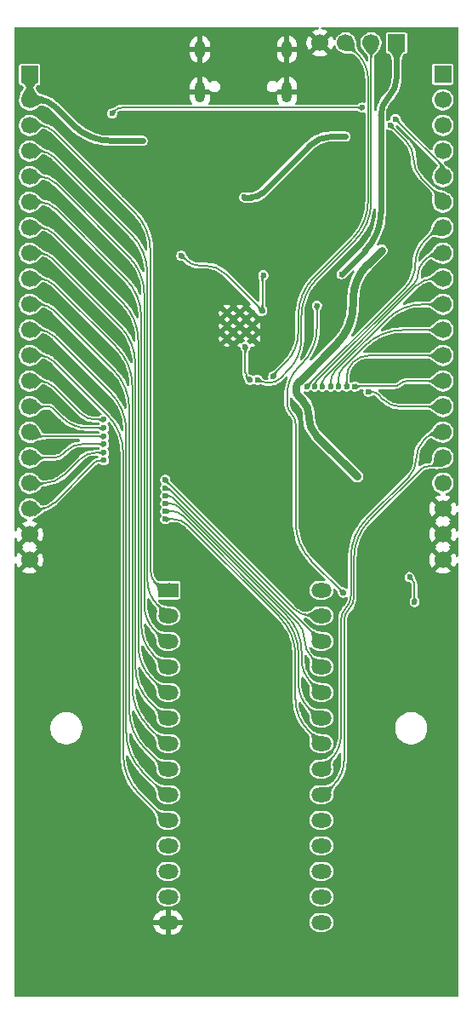
<source format=gbr>
G04 #@! TF.GenerationSoftware,KiCad,Pcbnew,9.0.3-1.fc42*
G04 #@! TF.CreationDate,2025-08-26T20:02:04+03:00*
G04 #@! TF.ProjectId,eeprom-programmer-rounded,65657072-6f6d-42d7-9072-6f6772616d6d,0.1*
G04 #@! TF.SameCoordinates,Original*
G04 #@! TF.FileFunction,Copper,L2,Bot*
G04 #@! TF.FilePolarity,Positive*
%FSLAX46Y46*%
G04 Gerber Fmt 4.6, Leading zero omitted, Abs format (unit mm)*
G04 Created by KiCad (PCBNEW 9.0.3-1.fc42) date 2025-08-26 20:02:04*
%MOMM*%
%LPD*%
G01*
G04 APERTURE LIST*
G04 #@! TA.AperFunction,ComponentPad*
%ADD10R,2.000000X1.440000*%
G04 #@! TD*
G04 #@! TA.AperFunction,ComponentPad*
%ADD11O,2.000000X1.440000*%
G04 #@! TD*
G04 #@! TA.AperFunction,ComponentPad*
%ADD12C,0.600000*%
G04 #@! TD*
G04 #@! TA.AperFunction,HeatsinkPad*
%ADD13O,1.000000X2.100000*%
G04 #@! TD*
G04 #@! TA.AperFunction,HeatsinkPad*
%ADD14O,1.000000X1.800000*%
G04 #@! TD*
G04 #@! TA.AperFunction,ComponentPad*
%ADD15R,1.700000X1.700000*%
G04 #@! TD*
G04 #@! TA.AperFunction,ComponentPad*
%ADD16C,1.700000*%
G04 #@! TD*
G04 #@! TA.AperFunction,ViaPad*
%ADD17C,0.600000*%
G04 #@! TD*
G04 #@! TA.AperFunction,Conductor*
%ADD18C,0.300000*%
G04 #@! TD*
G04 #@! TA.AperFunction,Conductor*
%ADD19C,0.150000*%
G04 #@! TD*
G04 #@! TA.AperFunction,Conductor*
%ADD20C,0.200000*%
G04 #@! TD*
G04 #@! TA.AperFunction,Conductor*
%ADD21C,0.600000*%
G04 #@! TD*
G04 #@! TA.AperFunction,Conductor*
%ADD22C,0.800000*%
G04 #@! TD*
G04 APERTURE END LIST*
D10*
X147385000Y-96859796D03*
D11*
X147385000Y-99399796D03*
X147385000Y-101939796D03*
X147385000Y-104479796D03*
X147385000Y-107019796D03*
X147385000Y-109559796D03*
X147385000Y-112099796D03*
X147385000Y-114639796D03*
X147385000Y-117179796D03*
X147385000Y-119719796D03*
X147385000Y-122259796D03*
X147385000Y-124799796D03*
X147385000Y-127339796D03*
X147385000Y-129879796D03*
X162625000Y-129879796D03*
X162625000Y-127339796D03*
X162625000Y-124799796D03*
X162625000Y-122259796D03*
X162625000Y-119719796D03*
X162625000Y-117179796D03*
X162625000Y-114639796D03*
X162625000Y-112099796D03*
X162625000Y-109559796D03*
X162625000Y-107019796D03*
X162625000Y-104479796D03*
X162625000Y-101939796D03*
X162625000Y-99399796D03*
X162625000Y-96859796D03*
D12*
X153227500Y-69312296D03*
X153227500Y-70587296D03*
X153227500Y-71862296D03*
X154502500Y-69312296D03*
X154502500Y-70587296D03*
X154502500Y-71862296D03*
X155777500Y-69312296D03*
X155777500Y-70587296D03*
X155777500Y-71862296D03*
D13*
X159202500Y-47325000D03*
D14*
X159202500Y-43145000D03*
D13*
X150562500Y-47325000D03*
D14*
X150562500Y-43145000D03*
D15*
X170132500Y-42470000D03*
D16*
X167592500Y-42470000D03*
X165052500Y-42470000D03*
X162512500Y-42470000D03*
D15*
X174732500Y-45590000D03*
D16*
X174732500Y-48130000D03*
X174732500Y-50670000D03*
X174732500Y-53210000D03*
X174732500Y-55750000D03*
X174732500Y-58290000D03*
X174732500Y-60830000D03*
X174732500Y-63370000D03*
X174732500Y-65910000D03*
X174732500Y-68450000D03*
X174732500Y-70990000D03*
X174732500Y-73530000D03*
X174732500Y-76070000D03*
X174732500Y-78610000D03*
X174732500Y-81150000D03*
X174732500Y-83690000D03*
X174732500Y-86230000D03*
X174732500Y-88770000D03*
X174732500Y-91310000D03*
X174732500Y-93850000D03*
D15*
X133592500Y-45609796D03*
D16*
X133592500Y-48149796D03*
X133592500Y-50689796D03*
X133592500Y-53229796D03*
X133592500Y-55769796D03*
X133592500Y-58309796D03*
X133592500Y-60849796D03*
X133592500Y-63389796D03*
X133592500Y-65929796D03*
X133592500Y-68469796D03*
X133592500Y-71009796D03*
X133592500Y-73549796D03*
X133592500Y-76089796D03*
X133592500Y-78629796D03*
X133592500Y-81169796D03*
X133592500Y-83709796D03*
X133592500Y-86249796D03*
X133592500Y-88789796D03*
X133592500Y-91329796D03*
X133592500Y-93869796D03*
D17*
X169862500Y-75910000D03*
X160250000Y-79124476D03*
X163402578Y-71735000D03*
X137252500Y-106270000D03*
X143012500Y-55860000D03*
X173837500Y-42435000D03*
X159512500Y-57835000D03*
X171702500Y-106440000D03*
X146237500Y-67500000D03*
X163232500Y-66740000D03*
X148412500Y-84610000D03*
X148437500Y-76910000D03*
X154033034Y-106740000D03*
X161012500Y-88335000D03*
X165737500Y-75810001D03*
X146237500Y-71960000D03*
X148962500Y-53435000D03*
X154437500Y-42260000D03*
X132912500Y-41760000D03*
X144862500Y-52209796D03*
X164652500Y-65469796D03*
X155062500Y-72659796D03*
X156862500Y-65559796D03*
X148682500Y-63630000D03*
X156762500Y-69109796D03*
X155525121Y-75972175D03*
X140982500Y-83970000D03*
X147087500Y-89809796D03*
X147087500Y-89009796D03*
X140987500Y-83209796D03*
X147087500Y-88259796D03*
X140987500Y-82359796D03*
X140987500Y-81584796D03*
X147087500Y-87484796D03*
X147087500Y-86709796D03*
X140987500Y-80759796D03*
X140987500Y-79909796D03*
X147087500Y-85884796D03*
X164812500Y-97129796D03*
X162192500Y-68589796D03*
X170012500Y-50027597D03*
X169487500Y-50635000D03*
X161225000Y-76629796D03*
X161975000Y-76629796D03*
X162725000Y-76629796D03*
X163575000Y-76629796D03*
X164325000Y-76629796D03*
X165149660Y-76629796D03*
X165966285Y-76629796D03*
X167325000Y-77159796D03*
X157834316Y-75634796D03*
X156277890Y-75958399D03*
X166733710Y-48909796D03*
X166200001Y-85572295D03*
X168637500Y-63110000D03*
X141812500Y-49490000D03*
X171412500Y-95559796D03*
X171912500Y-98059796D03*
X154942500Y-57810000D03*
X165042500Y-51779796D03*
D18*
X148437500Y-76910000D02*
X147209771Y-75682271D01*
D19*
X160887500Y-88260000D02*
X160837500Y-88260000D01*
D18*
X146237500Y-67500000D02*
X146237500Y-71960000D01*
X148425000Y-76922500D02*
X148437500Y-76910000D01*
D20*
X134486936Y-92224232D02*
X133592500Y-91329796D01*
X134486936Y-92975359D02*
X133592500Y-93869796D01*
D19*
X160972855Y-88295355D02*
X161012500Y-88335000D01*
D18*
X146237500Y-71960000D02*
X146237500Y-73335000D01*
X148412500Y-84610000D02*
X148412500Y-76952677D01*
D19*
X160972855Y-88295355D02*
G75*
G03*
X160887500Y-88259997I-85355J-85345D01*
G01*
D18*
X148425000Y-76922500D02*
G75*
G03*
X148412491Y-76952677I30200J-30200D01*
G01*
D20*
X134642500Y-92599796D02*
G75*
G02*
X134486933Y-92975356I-531100J-4D01*
G01*
D18*
X146237500Y-73335000D02*
G75*
G03*
X147209780Y-75682262I3319500J0D01*
G01*
D20*
X134486936Y-92224232D02*
G75*
G02*
X134642511Y-92599796I-375536J-375568D01*
G01*
D21*
X170137500Y-42478535D02*
X170137500Y-45921306D01*
X166968707Y-63153792D02*
X164652500Y-65470000D01*
X133592500Y-48149796D02*
X133592500Y-45609796D01*
X133592500Y-48149796D02*
X134508648Y-48149796D01*
X170135000Y-42472500D02*
X170132500Y-42470000D01*
X168562500Y-49723693D02*
X168562500Y-59306036D01*
X141738963Y-52210000D02*
X144862500Y-52210000D01*
X137891207Y-50616207D02*
X136072610Y-48797610D01*
X137891207Y-50616207D02*
G75*
G03*
X141738963Y-52210011I3847793J3847807D01*
G01*
X136072610Y-48797610D02*
G75*
G03*
X134508648Y-48149770I-1564010J-1563990D01*
G01*
X170137500Y-45921306D02*
G75*
G02*
X169349998Y-47822498I-2688700J6D01*
G01*
X169350000Y-47822500D02*
G75*
G03*
X168562497Y-49723693I1901200J-1901200D01*
G01*
X170135000Y-42472500D02*
G75*
G02*
X170137485Y-42478535I-6000J-6000D01*
G01*
X168562500Y-59306036D02*
G75*
G02*
X166968700Y-63153785I-5441600J36D01*
G01*
D20*
X156812500Y-65610000D02*
X156862500Y-65560000D01*
X148727500Y-63630000D02*
X148682500Y-63630000D01*
X153144195Y-65491491D02*
X156762500Y-69109796D01*
X156762500Y-65730710D02*
X156762500Y-69110000D01*
X150435222Y-64604000D02*
X151001602Y-64604000D01*
X155062500Y-75182635D02*
X155062500Y-72660000D01*
X155293810Y-75741068D02*
X155525121Y-75972379D01*
X148804319Y-63661819D02*
X149259500Y-64117000D01*
X155376674Y-75823728D02*
X155228227Y-75823728D01*
X156812500Y-65610000D02*
G75*
G03*
X156762504Y-65730710I120700J-120700D01*
G01*
X149259500Y-64117000D02*
G75*
G03*
X150435222Y-64603991I1175700J1175700D01*
G01*
X155062500Y-75182635D02*
G75*
G03*
X155293837Y-75741041I789700J35D01*
G01*
X153144195Y-65491491D02*
G75*
G03*
X151001602Y-64604003I-2142595J-2142609D01*
G01*
X148804319Y-63661819D02*
G75*
G03*
X148727500Y-63629988I-76819J-76781D01*
G01*
D19*
X149356218Y-90428718D02*
X158468707Y-99541207D01*
X140630000Y-83970000D02*
X140982500Y-83970000D01*
X161343750Y-110818750D02*
X162625000Y-112100000D01*
X160062500Y-103388963D02*
X160062500Y-107725538D01*
X134525102Y-88789796D02*
X133592500Y-88789796D01*
X147862500Y-89810000D02*
X146987500Y-89810000D01*
X140028244Y-84219255D02*
X136117153Y-88130346D01*
X136117153Y-88130346D02*
G75*
G02*
X134525102Y-88789798I-1592053J1592046D01*
G01*
X140630000Y-83970000D02*
G75*
G03*
X140028247Y-84219258I0J-851000D01*
G01*
X160062500Y-107725538D02*
G75*
G03*
X161343761Y-110818739I4374500J38D01*
G01*
X149356218Y-90428718D02*
G75*
G03*
X147862500Y-89809989I-1493718J-1493682D01*
G01*
X158468707Y-99541207D02*
G75*
G02*
X160062511Y-103388963I-3847807J-3847793D01*
G01*
X158768707Y-99392563D02*
X148845283Y-89469139D01*
X147736822Y-89010000D02*
X147087500Y-89010000D01*
X140150000Y-83210000D02*
X141037500Y-83210000D01*
X161353750Y-108568750D02*
X162246005Y-109461005D01*
X160362500Y-106175660D02*
X160362500Y-103240319D01*
X138634942Y-83837557D02*
X137152621Y-85319878D01*
X134907602Y-86249796D02*
X133592500Y-86249796D01*
X162485000Y-109560000D02*
X162625000Y-109560000D01*
X162246005Y-109461005D02*
G75*
G03*
X162485000Y-109559997I238995J239005D01*
G01*
X158768707Y-99392563D02*
G75*
G02*
X160362471Y-103240319I-3847807J-3847737D01*
G01*
X160362500Y-106175660D02*
G75*
G03*
X161353739Y-108568761I3384300J-40D01*
G01*
X137152621Y-85319878D02*
G75*
G02*
X134907602Y-86249809I-2245021J2244978D01*
G01*
X140150000Y-83210000D02*
G75*
G03*
X138634946Y-83837561I0J-2142600D01*
G01*
X148845283Y-89469139D02*
G75*
G03*
X147736822Y-89009984I-1108483J-1108461D01*
G01*
X148415135Y-88613313D02*
X159168976Y-99367154D01*
X162587777Y-107010277D02*
X161630000Y-106052500D01*
X138847094Y-82360000D02*
X141012500Y-82360000D01*
X147562161Y-88260000D02*
X147062500Y-88260000D01*
X162611250Y-107020000D02*
X162625000Y-107020000D01*
X160662500Y-103716748D02*
X160662500Y-102972839D01*
X137217499Y-83034999D02*
X136937595Y-83314904D01*
X135424651Y-83709796D02*
X133592500Y-83709796D01*
X135425144Y-83710000D02*
X135983750Y-83710000D01*
X138847094Y-82360000D02*
G75*
G03*
X137217502Y-83035002I6J-2304600D01*
G01*
X148415135Y-88613313D02*
G75*
G03*
X147562161Y-88260031I-852935J-852987D01*
G01*
X162587777Y-107010277D02*
G75*
G03*
X162611250Y-107019963I23423J23477D01*
G01*
X135424898Y-83709898D02*
G75*
G03*
X135425141Y-83709980I202J198D01*
G01*
X160662500Y-103716748D02*
G75*
G03*
X161630014Y-106052486I3303300J48D01*
G01*
X136937595Y-83314904D02*
G75*
G02*
X135983750Y-83710018I-953895J953904D01*
G01*
X159168976Y-99367154D02*
G75*
G02*
X160662475Y-102972839I-3605676J-3605646D01*
G01*
X135424898Y-83709898D02*
G75*
G03*
X135424655Y-83709821I-198J-202D01*
G01*
X147387500Y-87485000D02*
X147062500Y-87485000D01*
X147942309Y-87714809D02*
X160226225Y-99998725D01*
X134301297Y-81585000D02*
X141012500Y-81585000D01*
X133800102Y-81377398D02*
X133592500Y-81169796D01*
X161698774Y-103553774D02*
X162625000Y-104480000D01*
X160226225Y-99998725D02*
G75*
G02*
X160962535Y-101776250I-1777525J-1777575D01*
G01*
X147942309Y-87714809D02*
G75*
G03*
X147387500Y-87484994I-554809J-554791D01*
G01*
X160962500Y-101776250D02*
G75*
G03*
X161698749Y-103553799I2513800J-50D01*
G01*
X133800102Y-81377398D02*
G75*
G03*
X134301297Y-81585001I501198J501198D01*
G01*
X135854753Y-78742253D02*
X136807500Y-79695000D01*
X135425144Y-78630000D02*
X135583750Y-78630000D01*
X147512556Y-86827556D02*
X162625000Y-101940000D01*
X135424651Y-78629796D02*
X133592500Y-78629796D01*
X147228750Y-86710000D02*
X147062500Y-86710000D01*
X139378637Y-80760000D02*
X141012500Y-80760000D01*
X136807500Y-79695000D02*
G75*
G03*
X139378637Y-80759984I2571100J2571100D01*
G01*
X147512556Y-86827556D02*
G75*
G03*
X147228750Y-86710046I-283756J-283844D01*
G01*
X135854753Y-78742253D02*
G75*
G03*
X135583750Y-78630048I-270953J-271047D01*
G01*
X135424898Y-78629898D02*
G75*
G03*
X135425141Y-78629980I202J198D01*
G01*
X135424898Y-78629898D02*
G75*
G03*
X135424655Y-78629821I-198J-202D01*
G01*
X140116250Y-79910000D02*
X140987500Y-79910000D01*
X161588750Y-99400000D02*
X162508750Y-99400000D01*
X134508648Y-76089796D02*
X133592500Y-76089796D01*
X162310298Y-99317798D02*
X162152500Y-99160000D01*
X159819760Y-98667260D02*
X147037500Y-85885000D01*
X138628933Y-79293933D02*
X136072610Y-76737610D01*
X138628933Y-79293933D02*
G75*
G03*
X140116250Y-79910031I1487367J1487333D01*
G01*
X159819760Y-98667260D02*
G75*
G03*
X161588750Y-99399973I1768940J1768960D01*
G01*
X162310298Y-99317798D02*
G75*
G03*
X162508750Y-99400021I198502J198498D01*
G01*
X136072610Y-76737610D02*
G75*
G03*
X134508648Y-76089770I-1564010J-1563990D01*
G01*
X162508750Y-99400000D02*
X162508750Y-99400000D01*
X147245000Y-119720000D02*
X147385000Y-119720000D01*
X136072610Y-74197610D02*
X141318707Y-79443707D01*
X144506292Y-117121292D02*
X147006005Y-119621005D01*
X142912500Y-113273536D02*
X142912500Y-83291463D01*
X134508648Y-73549796D02*
X133592500Y-73549796D01*
X142912500Y-113273536D02*
G75*
G03*
X144506300Y-117121284I5441600J36D01*
G01*
X141318707Y-79443707D02*
G75*
G02*
X142912511Y-83291463I-3847807J-3847793D01*
G01*
X147006005Y-119621005D02*
G75*
G03*
X147245000Y-119719997I238995J239005D01*
G01*
X136072610Y-74197610D02*
G75*
G03*
X134508648Y-73549770I-1564010J-1563990D01*
G01*
X141618707Y-77226207D02*
X136042155Y-71649655D01*
X134497398Y-71009796D02*
X133592500Y-71009796D01*
X147245000Y-117180000D02*
X147385000Y-117180000D01*
X144806292Y-114881292D02*
X147006005Y-117081005D01*
X143212500Y-81073963D02*
X143212500Y-111033536D01*
X141618707Y-77226207D02*
G75*
G02*
X143212511Y-81073963I-3847807J-3847793D01*
G01*
X136042155Y-71649655D02*
G75*
G03*
X134497398Y-71009794I-1544755J-1544745D01*
G01*
X143212500Y-111033536D02*
G75*
G03*
X144806300Y-114881284I5441600J36D01*
G01*
X147006005Y-117081005D02*
G75*
G03*
X147245000Y-117179997I238995J239005D01*
G01*
X141918707Y-74966207D02*
X136069226Y-69116726D01*
X145106292Y-112641292D02*
X147006005Y-114541005D01*
X143512500Y-108793536D02*
X143512500Y-78813963D01*
X147245000Y-114640000D02*
X147385000Y-114640000D01*
X134507398Y-68469796D02*
X133592500Y-68469796D01*
X141918707Y-74966207D02*
G75*
G02*
X143512511Y-78813963I-3847807J-3847793D01*
G01*
X143512500Y-108793536D02*
G75*
G03*
X145106300Y-112641284I5441600J36D01*
G01*
X136069226Y-69116726D02*
G75*
G03*
X134507398Y-68469781I-1561826J-1561774D01*
G01*
X147006005Y-114541005D02*
G75*
G03*
X147245000Y-114639997I238995J239005D01*
G01*
X145406292Y-110401292D02*
X147006005Y-112001005D01*
X136096297Y-66583797D02*
X142218707Y-72706207D01*
X147245000Y-112100000D02*
X147385000Y-112100000D01*
X143812500Y-76553963D02*
X143812500Y-106553536D01*
X134517398Y-65929796D02*
X133592500Y-65929796D01*
X143812500Y-106553536D02*
G75*
G03*
X145406300Y-110401284I5441600J36D01*
G01*
X142218707Y-72706207D02*
G75*
G02*
X143812511Y-76553963I-3847807J-3847793D01*
G01*
X147006005Y-112001005D02*
G75*
G03*
X147245000Y-112099997I238995J239005D01*
G01*
X136096297Y-66583797D02*
G75*
G03*
X134517398Y-65929798I-1578897J-1578903D01*
G01*
X144112500Y-104451482D02*
X144112500Y-74383963D01*
X145608750Y-108063750D02*
X147006005Y-109461005D01*
X147245000Y-109560000D02*
X147385000Y-109560000D01*
X134482398Y-63389796D02*
X133592500Y-63389796D01*
X136001548Y-64019048D02*
X142518707Y-70536207D01*
X147006005Y-109461005D02*
G75*
G03*
X147245000Y-109559997I238995J239005D01*
G01*
X142518707Y-70536207D02*
G75*
G02*
X144112511Y-74383963I-3847807J-3847793D01*
G01*
X136001548Y-64019048D02*
G75*
G03*
X134482398Y-63389797I-1519148J-1519152D01*
G01*
X144112500Y-104451482D02*
G75*
G03*
X145608745Y-108063755I5108500J-18D01*
G01*
X144412500Y-102423614D02*
X144412500Y-72093963D01*
X136069226Y-61496726D02*
X142818707Y-68246207D01*
X134507398Y-60849796D02*
X133592500Y-60849796D01*
X147245000Y-107020000D02*
X147385000Y-107020000D01*
X147006005Y-106921005D02*
X145758750Y-105673750D01*
X136069226Y-61496726D02*
G75*
G03*
X134507398Y-60849781I-1561826J-1561774D01*
G01*
X147006005Y-106921005D02*
G75*
G03*
X147245000Y-107019997I238995J239005D01*
G01*
X142818707Y-68246207D02*
G75*
G02*
X144412511Y-72093963I-3847807J-3847793D01*
G01*
X144412500Y-102423614D02*
G75*
G03*
X145758754Y-105673746I4596400J14D01*
G01*
X134557398Y-58309796D02*
X133592500Y-58309796D01*
X144712500Y-69753963D02*
X144712500Y-100395747D01*
X143118707Y-65906207D02*
X136204581Y-58992081D01*
X147245000Y-104480000D02*
X147385000Y-104480000D01*
X145908750Y-103283750D02*
X147006005Y-104381005D01*
X136204581Y-58992081D02*
G75*
G03*
X134557398Y-58309807I-1647181J-1647219D01*
G01*
X147006005Y-104381005D02*
G75*
G03*
X147245000Y-104479997I238995J239005D01*
G01*
X143118707Y-65906207D02*
G75*
G02*
X144712511Y-69753963I-3847807J-3847793D01*
G01*
X144712500Y-100395747D02*
G75*
G03*
X145908764Y-103283736I4084300J47D01*
G01*
X147245000Y-101940000D02*
X147385000Y-101940000D01*
X147006005Y-101841005D02*
X146058750Y-100893750D01*
X136204581Y-56452081D02*
X143418707Y-63666207D01*
X145012500Y-67513963D02*
X145012500Y-98367879D01*
X134557398Y-55769796D02*
X133592500Y-55769796D01*
X143418707Y-63666207D02*
G75*
G02*
X145012511Y-67513963I-3847807J-3847793D01*
G01*
X136204581Y-56452081D02*
G75*
G03*
X134557398Y-55769807I-1647181J-1647219D01*
G01*
X147006005Y-101841005D02*
G75*
G03*
X147245000Y-101939997I238995J239005D01*
G01*
X145012500Y-98367879D02*
G75*
G03*
X146058744Y-100893756I3572100J-21D01*
G01*
X146348750Y-98363750D02*
X147385000Y-99400000D01*
X145312500Y-95862021D02*
X145312500Y-65371463D01*
X134508648Y-53229796D02*
X133592500Y-53229796D01*
X136072610Y-53877610D02*
X143718707Y-61523707D01*
X143718707Y-61523707D02*
G75*
G02*
X145312511Y-65371463I-3847807J-3847793D01*
G01*
X145312500Y-95862021D02*
G75*
G03*
X146348756Y-98363744I3538000J21D01*
G01*
X136072610Y-53877610D02*
G75*
G03*
X134508648Y-53229770I-1564010J-1563990D01*
G01*
X136072610Y-51337610D02*
X144018707Y-59283707D01*
X134508648Y-50689796D02*
X133592500Y-50689796D01*
X145612500Y-94854149D02*
X145612500Y-63131463D01*
X146200000Y-96272500D02*
X146576251Y-96648751D01*
X147086250Y-96860000D02*
X147385000Y-96860000D01*
X136072610Y-51337610D02*
G75*
G03*
X134508648Y-50689770I-1564010J-1563990D01*
G01*
X146576251Y-96648751D02*
G75*
G03*
X147086250Y-96859978I509949J509951D01*
G01*
X144018707Y-59283707D02*
G75*
G02*
X145612511Y-63131463I-3847807J-3847793D01*
G01*
X145612500Y-94854149D02*
G75*
G03*
X146199985Y-96272515I2005800J-51D01*
G01*
X160072500Y-80339910D02*
X160072500Y-90136036D01*
X159237500Y-77374738D02*
X159237500Y-78324041D01*
X161666292Y-93983792D02*
X164812500Y-97130000D01*
X162192500Y-70790499D02*
X162192500Y-68590000D01*
X160326259Y-74746240D02*
X160715000Y-74357500D01*
X162192500Y-70790499D02*
G75*
G02*
X160715000Y-74357500I-5044500J-1D01*
G01*
X160326259Y-74746240D02*
G75*
G03*
X159237539Y-77374738I2628541J-2628460D01*
G01*
X160072500Y-90136036D02*
G75*
G03*
X161666300Y-93983784I5441600J36D01*
G01*
X159655000Y-79331976D02*
G75*
G02*
X160072503Y-80339910I-1007900J-1007924D01*
G01*
X159237500Y-78324041D02*
G75*
G03*
X159655028Y-79331948I1425400J41D01*
G01*
X170012500Y-50027597D02*
X170021298Y-50027597D01*
X174873505Y-55750000D02*
X174732500Y-55750000D01*
X175112500Y-55360000D02*
X175112500Y-55511005D01*
X174935723Y-54933223D02*
X170036318Y-50033818D01*
X174935723Y-54933223D02*
G75*
G02*
X175112486Y-55360000I-426823J-426777D01*
G01*
X175112500Y-55511005D02*
G75*
G02*
X175042499Y-55679999I-239000J5D01*
G01*
X170036318Y-50033818D02*
G75*
G03*
X170021298Y-50027587I-15018J-14982D01*
G01*
X175042500Y-55680000D02*
G75*
G02*
X174873505Y-55750002I-169000J169000D01*
G01*
X171052360Y-52199860D02*
X169487500Y-50635000D01*
X174878964Y-58193535D02*
X174800177Y-58272322D01*
X172572639Y-55870139D02*
X174878964Y-58176464D01*
X174757500Y-58290000D02*
X174732500Y-58290000D01*
X171052360Y-52199860D02*
G75*
G02*
X171812494Y-54035000I-1835160J-1835140D01*
G01*
X174882500Y-58185000D02*
G75*
G02*
X174878970Y-58193541I-12100J0D01*
G01*
X171812500Y-54035000D02*
G75*
G03*
X172572635Y-55870143I2595300J0D01*
G01*
X174878964Y-58176464D02*
G75*
G02*
X174882492Y-58185000I-8564J-8536D01*
G01*
X174800177Y-58272322D02*
G75*
G02*
X174757500Y-58289986I-42677J42722D01*
G01*
X170998737Y-66836262D02*
X161225000Y-76610000D01*
X172966262Y-62086237D02*
X174022187Y-61030312D01*
X174722500Y-60840000D02*
X174732500Y-60830000D01*
X174457500Y-60850000D02*
X174698357Y-60850000D01*
X174457500Y-60850000D02*
G75*
G03*
X174022193Y-61030318I0J-615600D01*
G01*
X171982500Y-64461250D02*
G75*
G02*
X170998718Y-66836243I-3358800J50D01*
G01*
X174722500Y-60840000D02*
G75*
G02*
X174698357Y-60849983I-24100J24100D01*
G01*
X172966262Y-62086237D02*
G75*
G03*
X171982542Y-64461250I2375038J-2374963D01*
G01*
X174722500Y-63380000D02*
X174732500Y-63370000D01*
X161975000Y-76453750D02*
X161975000Y-76610000D01*
X162085485Y-76187014D02*
X171844977Y-66427522D01*
X174698357Y-63390000D02*
X174178750Y-63390000D01*
X172720022Y-64314977D02*
X173267581Y-63767418D01*
X174178750Y-63390000D02*
G75*
G03*
X173267554Y-63767391I-50J-1288600D01*
G01*
X172720022Y-64314977D02*
G75*
G03*
X172282536Y-65371250I1056278J-1056223D01*
G01*
X174722500Y-63380000D02*
G75*
G02*
X174698357Y-63389983I-24100J24100D01*
G01*
X162085485Y-76187014D02*
G75*
G03*
X161975029Y-76453750I266715J-266686D01*
G01*
X172282500Y-65371250D02*
G75*
G02*
X171844954Y-66427499I-1493800J50D01*
G01*
X174722500Y-65920000D02*
X174732500Y-65910000D01*
X162950369Y-75747190D02*
X172079919Y-66617640D01*
X174698357Y-65930000D02*
X173740030Y-65930000D01*
X162725000Y-76291280D02*
X162725000Y-76610000D01*
X173740030Y-65930000D02*
G75*
G03*
X172079915Y-66617636I-30J-2347700D01*
G01*
X174722500Y-65920000D02*
G75*
G02*
X174698357Y-65929983I-24100J24100D01*
G01*
X162950369Y-75747190D02*
G75*
G03*
X162724997Y-76291280I544131J-544110D01*
G01*
X163575000Y-76078412D02*
X163575000Y-76610000D01*
X163950889Y-75170934D02*
X169216158Y-69905665D01*
X174698357Y-68470000D02*
X172682162Y-68470000D01*
X174722500Y-68460000D02*
X174732500Y-68450000D01*
X172682162Y-68470000D02*
G75*
G03*
X169216171Y-69905678I38J-4901700D01*
G01*
X174722500Y-68460000D02*
G75*
G02*
X174698357Y-68469983I-24100J24100D01*
G01*
X163950889Y-75170934D02*
G75*
G03*
X163575017Y-76078412I907511J-907466D01*
G01*
X170791463Y-71010000D02*
X174698357Y-71010000D01*
X166943706Y-72603792D02*
X164815555Y-74731944D01*
X174722500Y-71000000D02*
X174732500Y-70990000D01*
X164325000Y-75916250D02*
X164325000Y-76610000D01*
X170791463Y-71010000D02*
G75*
G03*
X166943715Y-72603801I37J-5441600D01*
G01*
X164815555Y-74731944D02*
G75*
G03*
X164325046Y-75916250I1184345J-1184256D01*
G01*
X174722500Y-71000000D02*
G75*
G02*
X174698357Y-71009983I-24100J24100D01*
G01*
X174722500Y-73540000D02*
X174732500Y-73530000D01*
X174698357Y-73550000D02*
X167365211Y-73550000D01*
X165149660Y-75738920D02*
X165149660Y-76630000D01*
X165798579Y-74198919D02*
X165779748Y-74217751D01*
X165779748Y-74217751D02*
G75*
G03*
X165149668Y-75738920I1521152J-1521149D01*
G01*
X167365211Y-73550000D02*
G75*
G03*
X165798585Y-74198925I-11J-2215500D01*
G01*
X174722500Y-73540000D02*
G75*
G02*
X174698357Y-73549983I-24100J24100D01*
G01*
X174722500Y-76080000D02*
X174732500Y-76070000D01*
X165972367Y-76603917D02*
X165966285Y-76597835D01*
X171100195Y-76090000D02*
X174698357Y-76090000D01*
X165987051Y-76610000D02*
X169844804Y-76610000D01*
X174722500Y-76080000D02*
G75*
G02*
X174698357Y-76089983I-24100J24100D01*
G01*
X171100195Y-76090000D02*
G75*
G03*
X170472501Y-76350001I5J-887700D01*
G01*
X170472500Y-76350000D02*
G75*
G02*
X169844804Y-76610002I-627700J627700D01*
G01*
X165972367Y-76603917D02*
G75*
G03*
X165987051Y-76610024I14733J14717D01*
G01*
X168277381Y-77408765D02*
X168763616Y-77895000D01*
X170538062Y-78630000D02*
X174698357Y-78630000D01*
X167676808Y-77160000D02*
X167325000Y-77160000D01*
X174722500Y-78620000D02*
X174732500Y-78610000D01*
X168277381Y-77408765D02*
G75*
G03*
X167676808Y-77159983I-600581J-600535D01*
G01*
X174722500Y-78620000D02*
G75*
G02*
X174698357Y-78629983I-24100J24100D01*
G01*
X168763616Y-77895000D02*
G75*
G03*
X170538062Y-78630040I1774484J1774400D01*
G01*
X174722500Y-81160000D02*
X174732500Y-81150000D01*
X163608750Y-113656250D02*
X162625000Y-114640000D01*
X165572500Y-93610785D02*
X165572500Y-97437035D01*
X174698357Y-81170000D02*
X174178750Y-81170000D01*
X167166292Y-89763029D02*
X171339974Y-85589347D01*
X164592500Y-99802964D02*
X164592500Y-111281267D01*
X173267581Y-81547418D02*
X172835025Y-81979974D01*
X174722500Y-81160000D02*
G75*
G02*
X174698357Y-81169983I-24100J24100D01*
G01*
X172087500Y-83784661D02*
G75*
G02*
X171339991Y-85589364I-2552200J-39D01*
G01*
X165082500Y-98620000D02*
G75*
G03*
X164592485Y-99802964I1183000J-1183000D01*
G01*
X165572500Y-97437035D02*
G75*
G02*
X165082490Y-98619990I-1673000J35D01*
G01*
X172835025Y-81979974D02*
G75*
G03*
X172087468Y-83784661I1804675J-1804726D01*
G01*
X167166292Y-89763029D02*
G75*
G03*
X165572475Y-93610785I3847708J-3847771D01*
G01*
X174178750Y-81170000D02*
G75*
G03*
X173267554Y-81547391I-50J-1288600D01*
G01*
X164592500Y-111281267D02*
G75*
G02*
X163608760Y-113656260I-3358700J-33D01*
G01*
X167466292Y-89888707D02*
X172437581Y-84917418D01*
X165872500Y-93736463D02*
X165872500Y-97561299D01*
X163003994Y-117081005D02*
X163898750Y-116186250D01*
X174259918Y-84162581D02*
X174732500Y-83690000D01*
X162765000Y-117180000D02*
X162625000Y-117180000D01*
X164892500Y-113787125D02*
X164892500Y-99927228D01*
X173348750Y-84540000D02*
G75*
G03*
X172437554Y-84917391I-50J-1288600D01*
G01*
X174259918Y-84162581D02*
G75*
G02*
X173348750Y-84540031I-911218J911181D01*
G01*
X163003994Y-117081005D02*
G75*
G02*
X162765000Y-117179996I-238994J239005D01*
G01*
X165872500Y-97561299D02*
G75*
G02*
X165382508Y-98744272I-1673000J-1D01*
G01*
X165382500Y-98744264D02*
G75*
G03*
X164892531Y-99927228I1183000J-1182936D01*
G01*
X167466292Y-89888707D02*
G75*
G03*
X165872459Y-93736463I3847708J-3847793D01*
G01*
X164892500Y-113787125D02*
G75*
G02*
X163898743Y-116186243I-3392900J25D01*
G01*
X165097500Y-42470000D02*
X165052500Y-42470000D01*
X167297500Y-58121036D02*
X167297500Y-46148815D01*
X160337500Y-71215683D02*
X160337500Y-69588963D01*
X165703707Y-61968792D02*
X161931292Y-65741207D01*
X165174319Y-42501819D02*
X166220000Y-43547500D01*
X159085908Y-74237294D02*
X157834316Y-75488886D01*
X165174319Y-42501819D02*
G75*
G03*
X165097500Y-42469988I-76819J-76781D01*
G01*
X167297500Y-58121036D02*
G75*
G02*
X165703700Y-61968785I-5441600J36D01*
G01*
X161931292Y-65741207D02*
G75*
G03*
X160337459Y-69588963I3847708J-3847793D01*
G01*
X166220000Y-43547500D02*
G75*
G02*
X167297494Y-46148815I-2601300J-2601300D01*
G01*
X160337500Y-71215683D02*
G75*
G02*
X159085916Y-74237302I-4273200J-17D01*
G01*
X159365349Y-74987645D02*
X158546067Y-75806928D01*
X167597500Y-42478535D02*
X167597500Y-58251036D01*
X167595000Y-42472500D02*
X167592500Y-42470000D01*
X156587398Y-76034898D02*
X156362500Y-75810000D01*
X162231292Y-65871207D02*
X166003707Y-62098792D01*
X157452748Y-76259796D02*
X157130349Y-76259796D01*
X160637500Y-71916404D02*
X160637500Y-69718963D01*
X162231292Y-65871207D02*
G75*
G03*
X160637459Y-69718963I3847708J-3847793D01*
G01*
X160637500Y-71916404D02*
G75*
G02*
X159365350Y-74987646I-4343400J4D01*
G01*
X158546067Y-75806928D02*
G75*
G02*
X157452748Y-76259827I-1093367J1093328D01*
G01*
X156587398Y-76034898D02*
G75*
G03*
X157130349Y-76259818I543002J542998D01*
G01*
X167597500Y-58251036D02*
G75*
G02*
X166003700Y-62098785I-5441600J36D01*
G01*
X167595000Y-42472500D02*
G75*
G02*
X167597485Y-42478535I-6000J-6000D01*
G01*
X141812500Y-49490000D02*
X142102500Y-49200000D01*
D22*
X164208707Y-72343792D02*
X160417162Y-76135337D01*
X162157263Y-81529557D02*
X166200001Y-85572295D01*
X160752500Y-77990000D02*
X160417162Y-77654662D01*
X165802500Y-67949647D02*
X165802500Y-68496036D01*
X161402500Y-79559238D02*
X161402500Y-79707397D01*
X167220000Y-64527500D02*
X168637500Y-63110000D01*
D19*
X142802621Y-48910000D02*
X166733710Y-48910000D01*
D22*
X160102500Y-76895000D02*
G75*
G03*
X160417167Y-77654657I1074300J0D01*
G01*
D19*
X142802621Y-48910000D02*
G75*
G03*
X142102494Y-49199994I-21J-990100D01*
G01*
D22*
X160752500Y-77990000D02*
G75*
G02*
X161402484Y-79559238I-1569200J-1569200D01*
G01*
X165802500Y-68496036D02*
G75*
G02*
X164208700Y-72343785I-5441600J36D01*
G01*
X167220000Y-64527500D02*
G75*
G03*
X165802520Y-67949647I3422100J-3422100D01*
G01*
X161402500Y-79707397D02*
G75*
G03*
X162157267Y-81529553I2576900J-3D01*
G01*
X160417162Y-76135337D02*
G75*
G03*
X160102492Y-76895000I759638J-759663D01*
G01*
D19*
X171912500Y-96413553D02*
X171912500Y-98060000D01*
X171662500Y-95810000D02*
X171412500Y-95560000D01*
X171662500Y-95810000D02*
G75*
G02*
X171912519Y-96413553I-603600J-603600D01*
G01*
D21*
X154993713Y-57840000D02*
X155643236Y-57840000D01*
X163708236Y-51780000D02*
X165042500Y-51780000D01*
X154957500Y-57825000D02*
X154942500Y-57810000D01*
X161430504Y-52723467D02*
X156788253Y-57365718D01*
X156788253Y-57365718D02*
G75*
G02*
X155643236Y-57840025I-1145053J1145018D01*
G01*
X154957500Y-57825000D02*
G75*
G03*
X154993713Y-57839995I36200J36200D01*
G01*
X163708236Y-51780000D02*
G75*
G03*
X161430486Y-52723449I-36J-3221200D01*
G01*
G04 #@! TA.AperFunction,Conductor*
G36*
X162378301Y-40905185D02*
G01*
X162424056Y-40957989D01*
X162434000Y-41027147D01*
X162404975Y-41090703D01*
X162346197Y-41128477D01*
X162330660Y-41131973D01*
X162196372Y-41153242D01*
X162196369Y-41153242D01*
X161994282Y-41218904D01*
X161804939Y-41315380D01*
X161750782Y-41354727D01*
X161750782Y-41354728D01*
X162383091Y-41987037D01*
X162319507Y-42004075D01*
X162205493Y-42069901D01*
X162112401Y-42162993D01*
X162046575Y-42277007D01*
X162029537Y-42340591D01*
X161397228Y-41708282D01*
X161397227Y-41708282D01*
X161357880Y-41762439D01*
X161261404Y-41951782D01*
X161195742Y-42153869D01*
X161195742Y-42153872D01*
X161162500Y-42363753D01*
X161162500Y-42576246D01*
X161195742Y-42786127D01*
X161195742Y-42786130D01*
X161261404Y-42988217D01*
X161357875Y-43177550D01*
X161397228Y-43231716D01*
X162029537Y-42599408D01*
X162046575Y-42662993D01*
X162112401Y-42777007D01*
X162205493Y-42870099D01*
X162319507Y-42935925D01*
X162383090Y-42952962D01*
X161750782Y-43585269D01*
X161750782Y-43585270D01*
X161804949Y-43624624D01*
X161994282Y-43721095D01*
X162196370Y-43786757D01*
X162406254Y-43820000D01*
X162618746Y-43820000D01*
X162828627Y-43786757D01*
X162828630Y-43786757D01*
X163030717Y-43721095D01*
X163220054Y-43624622D01*
X163274216Y-43585270D01*
X163274217Y-43585270D01*
X162641908Y-42952962D01*
X162705493Y-42935925D01*
X162819507Y-42870099D01*
X162912599Y-42777007D01*
X162978425Y-42662993D01*
X162995462Y-42599409D01*
X163627770Y-43231717D01*
X163627770Y-43231716D01*
X163667122Y-43177554D01*
X163763595Y-42988217D01*
X163820843Y-42812026D01*
X163860280Y-42754351D01*
X163924639Y-42727152D01*
X163993485Y-42739066D01*
X164044961Y-42786310D01*
X164053335Y-42802891D01*
X164121558Y-42967596D01*
X164236524Y-43139657D01*
X164382842Y-43285975D01*
X164382845Y-43285977D01*
X164554902Y-43400941D01*
X164746080Y-43480130D01*
X164837786Y-43498370D01*
X164837787Y-43498371D01*
X164845595Y-43499924D01*
X164872800Y-43509079D01*
X164926299Y-43515977D01*
X164930445Y-43516802D01*
X164930451Y-43516803D01*
X164949032Y-43520500D01*
X164949035Y-43520500D01*
X164953401Y-43520500D01*
X164969260Y-43521518D01*
X165107999Y-43539409D01*
X165108003Y-43539409D01*
X165108008Y-43539410D01*
X165109436Y-43539546D01*
X165121521Y-43540700D01*
X165123064Y-43540796D01*
X165136648Y-43541191D01*
X165373048Y-43540244D01*
X165378810Y-43540140D01*
X165379465Y-43540119D01*
X165385209Y-43539855D01*
X165453554Y-43535747D01*
X165456460Y-43535607D01*
X165613192Y-43529963D01*
X165626958Y-43530232D01*
X165671506Y-43533588D01*
X165687488Y-43535847D01*
X165725281Y-43543729D01*
X165743608Y-43549053D01*
X165754028Y-43552972D01*
X165781538Y-43563320D01*
X165798764Y-43571356D01*
X165846843Y-43598453D01*
X165860705Y-43607537D01*
X165924571Y-43655784D01*
X165934678Y-43664303D01*
X166017547Y-43742083D01*
X166021204Y-43744417D01*
X166046358Y-43765660D01*
X166171045Y-43903232D01*
X166245387Y-43985257D01*
X166253107Y-43994663D01*
X166444811Y-44253146D01*
X166451571Y-44263264D01*
X166617006Y-44539276D01*
X166622743Y-44550009D01*
X166760332Y-44840921D01*
X166764988Y-44852163D01*
X166873396Y-45155143D01*
X166876929Y-45166788D01*
X166955121Y-45478951D01*
X166957495Y-45490886D01*
X167004711Y-45809202D01*
X167005904Y-45821312D01*
X167021851Y-46145924D01*
X167022000Y-46152008D01*
X167022000Y-48307287D01*
X167002315Y-48374326D01*
X166949511Y-48420081D01*
X166880353Y-48430025D01*
X166865908Y-48427062D01*
X166799603Y-48409296D01*
X166799602Y-48409296D01*
X166667818Y-48409296D01*
X166667816Y-48409296D01*
X166667810Y-48409297D01*
X166645537Y-48415265D01*
X166620725Y-48419276D01*
X166611381Y-48419825D01*
X166611373Y-48419826D01*
X166548011Y-48436344D01*
X166538507Y-48439158D01*
X166535065Y-48440178D01*
X166535059Y-48440179D01*
X166535042Y-48440185D01*
X166533644Y-48440649D01*
X166521246Y-48445214D01*
X166462275Y-48469103D01*
X166462262Y-48469108D01*
X166462257Y-48469111D01*
X166450782Y-48474387D01*
X166445036Y-48477030D01*
X166443123Y-48478019D01*
X166443113Y-48478024D01*
X166426600Y-48487558D01*
X166327191Y-48551292D01*
X166319624Y-48556384D01*
X166318793Y-48556971D01*
X166311394Y-48562444D01*
X166301065Y-48570446D01*
X166298905Y-48572081D01*
X166268757Y-48594397D01*
X166254648Y-48603433D01*
X166247284Y-48607475D01*
X166222711Y-48617704D01*
X166214733Y-48620058D01*
X166189727Y-48624716D01*
X166133517Y-48629303D01*
X166133513Y-48629303D01*
X166133510Y-48629304D01*
X166129284Y-48630416D01*
X166097724Y-48634500D01*
X160129697Y-48634500D01*
X160062658Y-48614815D01*
X160016903Y-48562011D01*
X160006959Y-48492853D01*
X160026595Y-48441609D01*
X160088685Y-48348684D01*
X160088692Y-48348671D01*
X160164069Y-48166693D01*
X160164072Y-48166681D01*
X160202499Y-47973495D01*
X160202500Y-47973492D01*
X160202500Y-47575000D01*
X159502500Y-47575000D01*
X159502500Y-47075000D01*
X160202500Y-47075000D01*
X160202500Y-46676508D01*
X160202499Y-46676504D01*
X160164072Y-46483318D01*
X160164069Y-46483306D01*
X160088692Y-46301328D01*
X160088685Y-46301315D01*
X159979251Y-46137537D01*
X159979248Y-46137533D01*
X159839966Y-45998251D01*
X159839962Y-45998248D01*
X159676184Y-45888814D01*
X159676171Y-45888807D01*
X159494191Y-45813429D01*
X159494183Y-45813427D01*
X159452500Y-45805135D01*
X159452500Y-46608011D01*
X159442560Y-46590795D01*
X159386705Y-46534940D01*
X159318296Y-46495444D01*
X159241996Y-46475000D01*
X159163004Y-46475000D01*
X159086704Y-46495444D01*
X159018295Y-46534940D01*
X158962440Y-46590795D01*
X158952500Y-46608011D01*
X158952500Y-45805136D01*
X158952499Y-45805135D01*
X158910816Y-45813427D01*
X158910808Y-45813429D01*
X158728828Y-45888807D01*
X158728815Y-45888814D01*
X158565037Y-45998248D01*
X158565033Y-45998251D01*
X158425751Y-46137533D01*
X158425748Y-46137537D01*
X158316314Y-46301315D01*
X158316309Y-46301324D01*
X158312366Y-46310845D01*
X158268523Y-46365247D01*
X158202228Y-46387310D01*
X158134530Y-46370029D01*
X158129097Y-46366351D01*
X157994636Y-46288719D01*
X157921450Y-46269109D01*
X157848266Y-46249500D01*
X157696734Y-46249500D01*
X157550363Y-46288719D01*
X157419135Y-46364485D01*
X157419132Y-46364487D01*
X157311987Y-46471632D01*
X157311985Y-46471635D01*
X157236219Y-46602863D01*
X157197000Y-46749234D01*
X157197000Y-46900765D01*
X157236219Y-47047136D01*
X157260265Y-47088784D01*
X157311985Y-47178365D01*
X157419135Y-47285515D01*
X157550365Y-47361281D01*
X157696734Y-47400500D01*
X157696736Y-47400500D01*
X157848264Y-47400500D01*
X157848266Y-47400500D01*
X157994635Y-47361281D01*
X158125865Y-47285515D01*
X158233015Y-47178365D01*
X158256897Y-47136999D01*
X158307464Y-47088784D01*
X158364284Y-47075000D01*
X158902500Y-47075000D01*
X158902500Y-47575000D01*
X158202500Y-47575000D01*
X158202500Y-47973495D01*
X158240927Y-48166681D01*
X158240930Y-48166693D01*
X158316307Y-48348671D01*
X158316314Y-48348684D01*
X158378405Y-48441609D01*
X158399283Y-48508287D01*
X158380798Y-48575667D01*
X158328820Y-48622357D01*
X158275303Y-48634500D01*
X151489697Y-48634500D01*
X151422658Y-48614815D01*
X151376903Y-48562011D01*
X151366959Y-48492853D01*
X151386595Y-48441609D01*
X151448685Y-48348684D01*
X151448692Y-48348671D01*
X151524069Y-48166693D01*
X151524072Y-48166681D01*
X151562499Y-47973495D01*
X151562500Y-47973492D01*
X151562500Y-47575000D01*
X150862500Y-47575000D01*
X150862500Y-47075000D01*
X151400716Y-47075000D01*
X151467755Y-47094685D01*
X151508102Y-47136999D01*
X151531985Y-47178365D01*
X151639135Y-47285515D01*
X151770365Y-47361281D01*
X151916734Y-47400500D01*
X151916736Y-47400500D01*
X152068264Y-47400500D01*
X152068266Y-47400500D01*
X152214635Y-47361281D01*
X152345865Y-47285515D01*
X152453015Y-47178365D01*
X152528781Y-47047135D01*
X152568000Y-46900766D01*
X152568000Y-46749234D01*
X152528781Y-46602865D01*
X152453015Y-46471635D01*
X152345865Y-46364485D01*
X152275906Y-46324094D01*
X152214636Y-46288719D01*
X152141450Y-46269109D01*
X152068266Y-46249500D01*
X151916734Y-46249500D01*
X151770363Y-46288719D01*
X151678928Y-46341510D01*
X151639135Y-46364485D01*
X151639133Y-46364486D01*
X151632097Y-46368549D01*
X151630827Y-46366349D01*
X151577495Y-46386960D01*
X151509052Y-46372914D01*
X151459068Y-46324094D01*
X151452631Y-46310838D01*
X151448692Y-46301328D01*
X151448685Y-46301315D01*
X151339251Y-46137537D01*
X151339248Y-46137533D01*
X151199966Y-45998251D01*
X151199962Y-45998248D01*
X151036184Y-45888814D01*
X151036171Y-45888807D01*
X150854191Y-45813429D01*
X150854183Y-45813427D01*
X150812500Y-45805135D01*
X150812500Y-46608011D01*
X150802560Y-46590795D01*
X150746705Y-46534940D01*
X150678296Y-46495444D01*
X150601996Y-46475000D01*
X150523004Y-46475000D01*
X150446704Y-46495444D01*
X150378295Y-46534940D01*
X150322440Y-46590795D01*
X150312500Y-46608011D01*
X150312500Y-45805136D01*
X150312499Y-45805135D01*
X150270816Y-45813427D01*
X150270808Y-45813429D01*
X150088828Y-45888807D01*
X150088815Y-45888814D01*
X149925037Y-45998248D01*
X149925033Y-45998251D01*
X149785751Y-46137533D01*
X149785748Y-46137537D01*
X149676314Y-46301315D01*
X149676307Y-46301328D01*
X149600930Y-46483306D01*
X149600927Y-46483318D01*
X149562500Y-46676504D01*
X149562500Y-47075000D01*
X150262500Y-47075000D01*
X150262500Y-47575000D01*
X149562500Y-47575000D01*
X149562500Y-47973495D01*
X149600927Y-48166681D01*
X149600930Y-48166693D01*
X149676307Y-48348671D01*
X149676314Y-48348684D01*
X149738405Y-48441609D01*
X149759283Y-48508287D01*
X149740798Y-48575667D01*
X149688820Y-48622357D01*
X149635303Y-48634500D01*
X142736274Y-48634500D01*
X142736177Y-48634509D01*
X142703019Y-48634509D01*
X142506257Y-48665668D01*
X142316801Y-48727224D01*
X142316789Y-48727229D01*
X142139294Y-48817666D01*
X142050461Y-48882205D01*
X142038262Y-48890021D01*
X142029330Y-48895033D01*
X142015324Y-48900093D01*
X141949244Y-48939975D01*
X141947501Y-48940954D01*
X141946383Y-48941210D01*
X141932345Y-48948157D01*
X141913051Y-48955773D01*
X141890977Y-48962196D01*
X141831125Y-48973725D01*
X141828934Y-48974126D01*
X141730465Y-48991264D01*
X141727406Y-48991822D01*
X141727093Y-48991881D01*
X141713888Y-48997262D01*
X141699198Y-49002201D01*
X141619315Y-49023607D01*
X141619314Y-49023607D01*
X141505186Y-49089500D01*
X141505183Y-49089502D01*
X141412002Y-49182683D01*
X141412000Y-49182686D01*
X141346108Y-49296812D01*
X141312000Y-49424108D01*
X141312000Y-49555891D01*
X141346108Y-49683187D01*
X141367489Y-49720219D01*
X141412000Y-49797314D01*
X141505186Y-49890500D01*
X141619314Y-49956392D01*
X141746608Y-49990500D01*
X141746610Y-49990500D01*
X141878390Y-49990500D01*
X141878392Y-49990500D01*
X142005686Y-49956392D01*
X142119814Y-49890500D01*
X142213000Y-49797314D01*
X142278892Y-49683186D01*
X142313000Y-49555892D01*
X142313000Y-49553174D01*
X142313382Y-49543446D01*
X142313409Y-49543102D01*
X142321830Y-49442522D01*
X142322449Y-49431677D01*
X142322487Y-49430438D01*
X142322498Y-49427590D01*
X142322854Y-49423076D01*
X142334274Y-49393110D01*
X142344242Y-49362625D01*
X142347066Y-49359548D01*
X142347737Y-49357788D01*
X142350661Y-49355631D01*
X142367803Y-49336954D01*
X142396163Y-49313680D01*
X142416357Y-49300187D01*
X142518386Y-49245652D01*
X142540827Y-49236358D01*
X142651515Y-49202782D01*
X142675356Y-49198041D01*
X142722530Y-49193396D01*
X142796656Y-49186097D01*
X142808804Y-49185500D01*
X142851193Y-49185501D01*
X142851196Y-49185500D01*
X166101971Y-49185500D01*
X166133418Y-49189554D01*
X166136360Y-49190325D01*
X166138134Y-49190790D01*
X166138135Y-49190790D01*
X166138138Y-49190791D01*
X166181487Y-49193397D01*
X166189172Y-49195388D01*
X166193990Y-49194788D01*
X166227662Y-49205365D01*
X166256885Y-49219379D01*
X166277009Y-49231497D01*
X166301774Y-49249816D01*
X166304996Y-49252150D01*
X166305064Y-49252199D01*
X166305446Y-49252470D01*
X166308849Y-49254833D01*
X166381647Y-49304302D01*
X166405918Y-49320795D01*
X166415162Y-49326477D01*
X166421903Y-49330621D01*
X166423764Y-49331651D01*
X166440562Y-49339971D01*
X166440569Y-49339974D01*
X166440577Y-49339978D01*
X166505375Y-49368469D01*
X166505384Y-49368472D01*
X166505401Y-49368480D01*
X166519665Y-49374126D01*
X166519681Y-49374131D01*
X166519687Y-49374134D01*
X166520401Y-49374386D01*
X166521321Y-49374711D01*
X166536153Y-49379328D01*
X166609518Y-49399157D01*
X166615932Y-49400780D01*
X166616665Y-49400953D01*
X166619096Y-49400999D01*
X166648806Y-49405201D01*
X166667818Y-49410296D01*
X166667820Y-49410296D01*
X166799599Y-49410296D01*
X166799602Y-49410296D01*
X166865909Y-49392529D01*
X166935756Y-49394192D01*
X166993619Y-49433354D01*
X167021123Y-49497582D01*
X167022000Y-49512304D01*
X167022000Y-58118607D01*
X167021904Y-58123476D01*
X167006263Y-58521489D01*
X167005499Y-58531195D01*
X166958966Y-58924339D01*
X166957443Y-58933956D01*
X166880205Y-59322245D01*
X166877932Y-59331712D01*
X166770473Y-59712729D01*
X166767465Y-59721989D01*
X166630434Y-60093422D01*
X166626708Y-60102417D01*
X166460965Y-60461941D01*
X166456544Y-60470616D01*
X166263099Y-60816036D01*
X166258012Y-60824338D01*
X166038065Y-61153511D01*
X166032342Y-61161388D01*
X165787256Y-61472279D01*
X165780933Y-61479682D01*
X165510358Y-61772389D01*
X165506983Y-61775899D01*
X161770866Y-65512015D01*
X161770867Y-65512016D01*
X161769416Y-65513467D01*
X161736486Y-65546397D01*
X161697735Y-65585149D01*
X161697700Y-65585230D01*
X161689145Y-65593792D01*
X161689135Y-65593797D01*
X161689116Y-65593821D01*
X161577689Y-65705247D01*
X161577674Y-65705263D01*
X161285923Y-66046853D01*
X161285907Y-66046873D01*
X161021869Y-66410281D01*
X161021852Y-66410307D01*
X160787119Y-66793346D01*
X160787112Y-66793358D01*
X160583166Y-67193617D01*
X160583160Y-67193632D01*
X160514819Y-67358619D01*
X160414514Y-67600770D01*
X160411237Y-67608681D01*
X160293120Y-67972199D01*
X160272411Y-68035932D01*
X160168282Y-68469647D01*
X160167532Y-68472769D01*
X160097252Y-68916477D01*
X160062002Y-69364333D01*
X160062001Y-69364345D01*
X160062000Y-69534161D01*
X160062000Y-71212978D01*
X160061882Y-71218386D01*
X160047025Y-71558699D01*
X160046082Y-71569476D01*
X160001975Y-71904507D01*
X160000097Y-71915160D01*
X159926956Y-72245085D01*
X159924156Y-72255534D01*
X159822541Y-72577821D01*
X159818841Y-72587984D01*
X159806055Y-72618855D01*
X159689524Y-72900187D01*
X159684952Y-72909991D01*
X159528917Y-73209732D01*
X159523509Y-73219100D01*
X159341936Y-73504115D01*
X159335731Y-73512976D01*
X159130015Y-73781071D01*
X159123061Y-73789358D01*
X158893098Y-74040319D01*
X158889357Y-74044227D01*
X157997855Y-74935729D01*
X157990797Y-74942261D01*
X157983165Y-74948791D01*
X157968236Y-74957867D01*
X157908478Y-75012705D01*
X157906851Y-75014098D01*
X157906243Y-75014371D01*
X157899038Y-75020258D01*
X157869144Y-75041943D01*
X157852992Y-75051869D01*
X157777785Y-75090501D01*
X157775033Y-75091872D01*
X157692954Y-75131492D01*
X157684472Y-75135832D01*
X157683572Y-75136319D01*
X157678773Y-75139058D01*
X157675576Y-75140882D01*
X157642052Y-75161015D01*
X157572304Y-75202901D01*
X157568089Y-75205502D01*
X157567696Y-75205751D01*
X157567692Y-75205754D01*
X157566001Y-75207400D01*
X157541545Y-75225899D01*
X157527002Y-75234295D01*
X157433816Y-75327482D01*
X157367924Y-75441608D01*
X157337425Y-75555435D01*
X157333816Y-75568904D01*
X157333816Y-75700688D01*
X157367924Y-75827982D01*
X157367925Y-75827985D01*
X157367984Y-75828202D01*
X157367388Y-75853197D01*
X157370947Y-75877943D01*
X157366571Y-75887523D01*
X157366321Y-75898052D01*
X157352308Y-75918756D01*
X157341922Y-75941499D01*
X157333062Y-75947192D01*
X157327159Y-75955915D01*
X157304175Y-75965756D01*
X157283144Y-75979273D01*
X157267288Y-75981552D01*
X157262930Y-75983419D01*
X157248209Y-75984296D01*
X157136460Y-75984296D01*
X157124299Y-75983698D01*
X157112944Y-75982579D01*
X157046466Y-75976027D01*
X157022628Y-75971284D01*
X156953638Y-75950353D01*
X156931181Y-75941050D01*
X156922847Y-75936595D01*
X156906881Y-75926422D01*
X156901951Y-75922723D01*
X156901950Y-75922722D01*
X156896909Y-75920303D01*
X156869609Y-75907202D01*
X156844593Y-75891262D01*
X156825701Y-75875758D01*
X156807043Y-75856744D01*
X156802132Y-75850524D01*
X156791376Y-75834471D01*
X156780144Y-75814500D01*
X156779918Y-75814098D01*
X156778733Y-75812021D01*
X156778534Y-75811678D01*
X156777170Y-75809356D01*
X156737699Y-75743223D01*
X156710084Y-75696953D01*
X156707414Y-75692604D01*
X156707113Y-75692127D01*
X156705458Y-75690423D01*
X156687014Y-75666023D01*
X156678390Y-75651085D01*
X156585204Y-75557899D01*
X156519845Y-75520164D01*
X156471077Y-75492007D01*
X156407429Y-75474953D01*
X156343782Y-75457899D01*
X156211998Y-75457899D01*
X156084703Y-75492007D01*
X155970562Y-75557907D01*
X155966735Y-75560844D01*
X155948099Y-75568045D01*
X155931822Y-75579637D01*
X155916173Y-75580382D01*
X155901562Y-75586029D01*
X155881988Y-75582011D01*
X155862031Y-75582962D01*
X155836153Y-75572602D01*
X155833120Y-75571980D01*
X155829265Y-75569845D01*
X155827635Y-75568904D01*
X155791358Y-75547959D01*
X155779572Y-75540229D01*
X155767267Y-75531118D01*
X155767268Y-75531118D01*
X155744062Y-75520165D01*
X155744061Y-75520164D01*
X155739428Y-75517977D01*
X155718307Y-75505783D01*
X155707399Y-75502859D01*
X155697324Y-75498104D01*
X155697323Y-75498103D01*
X155677559Y-75488776D01*
X155677549Y-75488772D01*
X155677543Y-75488769D01*
X155650474Y-75478261D01*
X155647327Y-75477289D01*
X155619032Y-75470699D01*
X155619024Y-75470697D01*
X155619012Y-75470695D01*
X155512130Y-75453657D01*
X155502582Y-75452363D01*
X155497438Y-75450063D01*
X155491814Y-75450416D01*
X155465889Y-75435960D01*
X155438796Y-75423849D01*
X155434418Y-75418412D01*
X155430790Y-75416389D01*
X155409890Y-75387948D01*
X155406681Y-75381945D01*
X155405970Y-75380615D01*
X155396669Y-75358162D01*
X155375914Y-75289757D01*
X155371170Y-75265913D01*
X155369998Y-75254023D01*
X155363598Y-75189065D01*
X155363000Y-75176906D01*
X155363000Y-73290857D01*
X155363620Y-73278475D01*
X155364567Y-73269029D01*
X155368296Y-73254600D01*
X155371239Y-73202547D01*
X155371508Y-73199875D01*
X155371884Y-73198947D01*
X155373245Y-73188197D01*
X155374482Y-73181943D01*
X155383005Y-73155212D01*
X155401596Y-73113807D01*
X155410699Y-73097095D01*
X155422789Y-73078471D01*
X155425035Y-73074932D01*
X155425290Y-73074521D01*
X155427516Y-73070848D01*
X155485085Y-72973579D01*
X155492631Y-72959628D01*
X155493428Y-72958008D01*
X155499881Y-72943501D01*
X155525524Y-72879285D01*
X155529964Y-72867057D01*
X155530424Y-72865653D01*
X155534068Y-72853219D01*
X155552568Y-72781825D01*
X155553870Y-72776509D01*
X155554012Y-72775894D01*
X155554012Y-72775889D01*
X155554794Y-72769507D01*
X155582482Y-72705358D01*
X155640456Y-72666361D01*
X155692464Y-72663498D01*
X155692642Y-72661699D01*
X155698705Y-72662296D01*
X155856294Y-72662296D01*
X155856297Y-72662295D01*
X156010843Y-72631554D01*
X156010847Y-72631553D01*
X156139793Y-72578141D01*
X155777500Y-72215849D01*
X155639614Y-72353734D01*
X155578291Y-72387219D01*
X155508599Y-72382235D01*
X155464252Y-72353734D01*
X155369816Y-72259298D01*
X155369814Y-72259296D01*
X155292392Y-72214596D01*
X155244178Y-72164030D01*
X155230956Y-72095422D01*
X155256924Y-72030558D01*
X155266713Y-72019529D01*
X155423946Y-71862296D01*
X155423946Y-71862295D01*
X155389137Y-71827486D01*
X155602500Y-71827486D01*
X155602500Y-71897106D01*
X155629143Y-71961425D01*
X155678371Y-72010653D01*
X155742690Y-72037296D01*
X155812310Y-72037296D01*
X155876629Y-72010653D01*
X155925857Y-71961425D01*
X155952500Y-71897106D01*
X155952500Y-71862295D01*
X156131053Y-71862295D01*
X156131053Y-71862297D01*
X156493345Y-72224589D01*
X156546757Y-72095643D01*
X156546758Y-72095639D01*
X156577499Y-71941093D01*
X156577500Y-71941090D01*
X156577500Y-71783502D01*
X156577499Y-71783498D01*
X156546758Y-71628952D01*
X156546757Y-71628948D01*
X156493345Y-71500002D01*
X156131053Y-71862295D01*
X155952500Y-71862295D01*
X155952500Y-71827486D01*
X155925857Y-71763167D01*
X155876629Y-71713939D01*
X155812310Y-71687296D01*
X155742690Y-71687296D01*
X155678371Y-71713939D01*
X155629143Y-71763167D01*
X155602500Y-71827486D01*
X155389137Y-71827486D01*
X155140001Y-71578349D01*
X155140000Y-71578349D01*
X154856053Y-71862295D01*
X154968124Y-71974366D01*
X155001609Y-72035689D01*
X154996625Y-72105381D01*
X154954754Y-72161315D01*
X154912539Y-72181821D01*
X154869314Y-72193404D01*
X154869312Y-72193404D01*
X154869312Y-72193405D01*
X154755186Y-72259296D01*
X154755182Y-72259299D01*
X154738245Y-72276236D01*
X154676921Y-72309720D01*
X154607230Y-72304734D01*
X154562884Y-72276234D01*
X154502500Y-72215849D01*
X154140206Y-72578141D01*
X154269152Y-72631553D01*
X154269156Y-72631554D01*
X154423702Y-72662295D01*
X154423706Y-72662296D01*
X154448355Y-72662296D01*
X154515394Y-72681981D01*
X154561149Y-72734785D01*
X154571136Y-72775323D01*
X154571340Y-72775292D01*
X154571693Y-72777584D01*
X154572168Y-72779515D01*
X154572267Y-72781307D01*
X154572267Y-72781310D01*
X154572268Y-72781313D01*
X154589771Y-72849556D01*
X154589776Y-72849574D01*
X154589777Y-72849577D01*
X154593266Y-72861638D01*
X154593271Y-72861656D01*
X154593275Y-72861667D01*
X154593689Y-72862950D01*
X154597811Y-72874527D01*
X154622121Y-72936863D01*
X154628584Y-72951682D01*
X154629401Y-72953371D01*
X154637080Y-72967756D01*
X154697007Y-73070039D01*
X154697036Y-73070088D01*
X154697044Y-73070101D01*
X154699156Y-73073625D01*
X154699191Y-73073682D01*
X154699344Y-73073933D01*
X154699381Y-73073992D01*
X154701214Y-73076926D01*
X154720764Y-73107642D01*
X154723598Y-73112094D01*
X154730989Y-73125458D01*
X154734606Y-73133072D01*
X154736740Y-73137562D01*
X154744834Y-73159904D01*
X154748853Y-73175538D01*
X154752443Y-73197574D01*
X154756746Y-73257809D01*
X154758150Y-73263308D01*
X154762000Y-73293967D01*
X154762000Y-75126453D01*
X154761998Y-75131303D01*
X154761961Y-75131428D01*
X154761966Y-75268457D01*
X154788821Y-75437950D01*
X154841862Y-75601164D01*
X154865631Y-75647806D01*
X154869651Y-75656511D01*
X154873305Y-75665301D01*
X154879331Y-75689850D01*
X154917207Y-75770919D01*
X154918229Y-75773376D01*
X154919258Y-75782839D01*
X154927727Y-75820972D01*
X154927727Y-75863290D01*
X154939612Y-75907644D01*
X154948206Y-75939718D01*
X154948209Y-75939723D01*
X154987762Y-76008232D01*
X154987768Y-76008240D01*
X154997597Y-76018069D01*
X155002378Y-76025257D01*
X155006793Y-76028350D01*
X155014082Y-76042852D01*
X155024675Y-76058778D01*
X155027760Y-76066317D01*
X155029359Y-76072390D01*
X155036449Y-76087543D01*
X155037605Y-76090368D01*
X155037766Y-76091936D01*
X155042620Y-76105245D01*
X155058728Y-76165359D01*
X155058728Y-76165360D01*
X155085798Y-76212245D01*
X155124621Y-76279489D01*
X155217807Y-76372675D01*
X155331935Y-76438567D01*
X155459229Y-76472675D01*
X155459231Y-76472675D01*
X155591011Y-76472675D01*
X155591013Y-76472675D01*
X155718307Y-76438567D01*
X155832435Y-76372675D01*
X155832442Y-76372667D01*
X155836259Y-76369740D01*
X155901429Y-76344546D01*
X155969873Y-76358584D01*
X155973713Y-76360710D01*
X156035197Y-76396208D01*
X156083167Y-76423904D01*
X156084704Y-76424791D01*
X156211998Y-76458899D01*
X156212000Y-76458899D01*
X156343779Y-76458899D01*
X156343782Y-76458899D01*
X156359607Y-76454658D01*
X156367244Y-76452870D01*
X156377637Y-76450782D01*
X156393751Y-76450338D01*
X156495892Y-76427072D01*
X156548118Y-76415276D01*
X156565705Y-76412613D01*
X156569173Y-76412341D01*
X156598746Y-76413561D01*
X156604791Y-76414543D01*
X156626288Y-76420044D01*
X156645084Y-76426696D01*
X156686596Y-76441387D01*
X156686600Y-76441388D01*
X156686603Y-76441389D01*
X156686605Y-76441389D01*
X156691062Y-76442520D01*
X156716870Y-76452229D01*
X156729841Y-76458839D01*
X156729843Y-76458839D01*
X156729844Y-76458840D01*
X156730026Y-76458899D01*
X156886023Y-76509592D01*
X156950901Y-76519871D01*
X157048217Y-76535291D01*
X157048220Y-76535291D01*
X157075540Y-76535292D01*
X157075549Y-76535296D01*
X157130331Y-76535296D01*
X157178909Y-76535299D01*
X157178910Y-76535298D01*
X157190032Y-76535299D01*
X157190077Y-76535296D01*
X157401366Y-76535296D01*
X157401471Y-76535326D01*
X157452757Y-76535325D01*
X157452757Y-76535326D01*
X157572157Y-76535323D01*
X157808913Y-76504146D01*
X158039575Y-76442334D01*
X158260196Y-76350943D01*
X158467001Y-76231539D01*
X158656451Y-76086162D01*
X158726733Y-76015878D01*
X159084141Y-75658469D01*
X159145461Y-75624986D01*
X159215153Y-75629970D01*
X159271086Y-75671842D01*
X159295503Y-75737306D01*
X159284203Y-75798553D01*
X159262397Y-75845319D01*
X159262395Y-75845324D01*
X159143161Y-76172926D01*
X159143152Y-76172954D01*
X159052921Y-76509722D01*
X159052917Y-76509739D01*
X158992383Y-76853072D01*
X158992382Y-76853082D01*
X158961998Y-77200407D01*
X158961998Y-77200411D01*
X158962000Y-77336371D01*
X158962000Y-78265487D01*
X158961999Y-78272666D01*
X158961960Y-78272798D01*
X158961963Y-78435535D01*
X158991074Y-78656600D01*
X158991075Y-78656604D01*
X159014992Y-78745851D01*
X159048791Y-78871975D01*
X159125730Y-79057704D01*
X159134127Y-79077974D01*
X159245621Y-79271071D01*
X159381363Y-79447960D01*
X159381364Y-79447961D01*
X159428754Y-79495347D01*
X159444425Y-79511018D01*
X159456747Y-79523339D01*
X159463353Y-79530486D01*
X159472283Y-79540941D01*
X159571047Y-79656577D01*
X159582484Y-79672318D01*
X159587373Y-79680296D01*
X159666573Y-79809536D01*
X159675400Y-79826862D01*
X159714507Y-79921272D01*
X159736987Y-79975543D01*
X159743000Y-79994050D01*
X159780566Y-80150529D01*
X159783610Y-80169746D01*
X159796618Y-80335028D01*
X159797000Y-80344757D01*
X159797000Y-90084665D01*
X159796990Y-90084699D01*
X159796990Y-90360654D01*
X159796991Y-90360665D01*
X159832241Y-90808515D01*
X159832243Y-90808531D01*
X159896693Y-91215442D01*
X159902521Y-91252238D01*
X160007398Y-91689072D01*
X160146224Y-92116330D01*
X160146228Y-92116342D01*
X160318138Y-92531366D01*
X160318144Y-92531380D01*
X160475054Y-92839333D01*
X160522101Y-92931667D01*
X160522107Y-92931678D01*
X160756822Y-93314697D01*
X160756827Y-93314704D01*
X160756829Y-93314707D01*
X160837336Y-93425515D01*
X161020884Y-93678148D01*
X161020895Y-93678162D01*
X161167658Y-93850000D01*
X161312652Y-94019766D01*
X161471484Y-94178599D01*
X161471484Y-94178600D01*
X161494167Y-94201282D01*
X163020500Y-95727615D01*
X163053985Y-95788938D01*
X163049001Y-95858630D01*
X163007129Y-95914563D01*
X162941665Y-95938980D01*
X162932819Y-95939296D01*
X162254334Y-95939296D01*
X162076507Y-95974668D01*
X162076499Y-95974670D01*
X161908982Y-96044057D01*
X161908973Y-96044062D01*
X161758215Y-96144796D01*
X161758211Y-96144799D01*
X161630003Y-96273007D01*
X161630000Y-96273011D01*
X161529266Y-96423769D01*
X161529261Y-96423778D01*
X161459874Y-96591295D01*
X161459872Y-96591303D01*
X161424500Y-96769130D01*
X161424500Y-96950461D01*
X161459872Y-97128288D01*
X161459874Y-97128296D01*
X161529261Y-97295813D01*
X161529266Y-97295822D01*
X161630000Y-97446580D01*
X161630003Y-97446584D01*
X161758211Y-97574792D01*
X161758215Y-97574795D01*
X161908973Y-97675529D01*
X161908982Y-97675534D01*
X161946931Y-97691253D01*
X162076500Y-97744922D01*
X162254334Y-97780295D01*
X162254338Y-97780296D01*
X162254339Y-97780296D01*
X162995662Y-97780296D01*
X162995663Y-97780295D01*
X163173500Y-97744922D01*
X163341020Y-97675533D01*
X163491785Y-97574795D01*
X163619999Y-97446581D01*
X163720737Y-97295816D01*
X163790126Y-97128296D01*
X163825500Y-96950457D01*
X163825500Y-96831977D01*
X163831738Y-96810731D01*
X163833318Y-96788643D01*
X163841390Y-96777859D01*
X163845185Y-96764938D01*
X163861918Y-96750438D01*
X163875190Y-96732710D01*
X163887810Y-96728002D01*
X163897989Y-96719183D01*
X163919906Y-96716031D01*
X163940654Y-96708293D01*
X163953814Y-96711155D01*
X163967147Y-96709239D01*
X163987290Y-96718438D01*
X164008927Y-96723145D01*
X164026652Y-96736413D01*
X164030703Y-96738264D01*
X164037181Y-96744296D01*
X164170881Y-96877996D01*
X164190250Y-96903097D01*
X164192714Y-96907312D01*
X164221509Y-96939792D01*
X164225535Y-96946636D01*
X164229369Y-96949620D01*
X164245698Y-96980910D01*
X164256440Y-97011454D01*
X164262100Y-97034261D01*
X164266651Y-97064709D01*
X164267273Y-97068614D01*
X164267335Y-97068981D01*
X164268108Y-97073288D01*
X164290086Y-97188563D01*
X164290091Y-97188583D01*
X164294437Y-97206817D01*
X164294442Y-97206833D01*
X164295028Y-97208873D01*
X164301028Y-97226657D01*
X164301030Y-97226661D01*
X164301047Y-97226708D01*
X164318625Y-97271881D01*
X164326723Y-97292692D01*
X164329812Y-97299820D01*
X164332901Y-97306950D01*
X164333651Y-97308517D01*
X164340793Y-97322099D01*
X164378639Y-97387987D01*
X164378649Y-97388003D01*
X164382091Y-97393775D01*
X164382487Y-97394415D01*
X164384156Y-97396150D01*
X164402198Y-97420133D01*
X164412000Y-97437110D01*
X164505186Y-97530296D01*
X164619314Y-97596188D01*
X164746608Y-97630296D01*
X164746610Y-97630296D01*
X164878390Y-97630296D01*
X164878392Y-97630296D01*
X165005686Y-97596188D01*
X165089500Y-97547797D01*
X165107178Y-97543508D01*
X165122985Y-97534508D01*
X165140423Y-97535443D01*
X165157398Y-97531325D01*
X165174589Y-97537274D01*
X165192755Y-97538249D01*
X165206921Y-97548465D01*
X165223425Y-97554177D01*
X165234669Y-97568475D01*
X165249426Y-97579117D01*
X165255820Y-97595370D01*
X165266616Y-97609098D01*
X165268345Y-97627205D01*
X165275006Y-97644136D01*
X165273192Y-97677960D01*
X165273258Y-97678651D01*
X165273116Y-97679379D01*
X165250961Y-97790746D01*
X165246763Y-97806411D01*
X165193228Y-97964116D01*
X165187021Y-97979102D01*
X165113359Y-98128471D01*
X165105249Y-98142517D01*
X165012723Y-98280990D01*
X165002849Y-98293858D01*
X164890209Y-98422299D01*
X164884684Y-98428200D01*
X164853342Y-98459542D01*
X164853327Y-98459571D01*
X164846008Y-98466895D01*
X164846002Y-98466897D01*
X164845988Y-98466915D01*
X164797396Y-98515507D01*
X164699678Y-98642857D01*
X164641911Y-98718140D01*
X164514201Y-98939336D01*
X164514200Y-98939339D01*
X164514195Y-98939349D01*
X164416456Y-99175303D01*
X164416452Y-99175313D01*
X164350347Y-99422009D01*
X164350344Y-99422023D01*
X164317001Y-99675250D01*
X164317000Y-99730191D01*
X164317000Y-99748161D01*
X164317000Y-99748164D01*
X164317000Y-99771170D01*
X164317000Y-99802958D01*
X164316999Y-99851536D01*
X164317000Y-99851538D01*
X164317000Y-111278220D01*
X164316851Y-111284304D01*
X164302454Y-111577400D01*
X164301261Y-111589509D01*
X164258656Y-111876752D01*
X164256282Y-111888688D01*
X164185725Y-112170374D01*
X164182193Y-112182019D01*
X164084361Y-112455444D01*
X164079704Y-112466686D01*
X163955550Y-112729190D01*
X163949814Y-112739922D01*
X163800524Y-112989000D01*
X163793763Y-112999119D01*
X163620773Y-113232369D01*
X163613053Y-113241775D01*
X163538116Y-113324456D01*
X163524440Y-113337414D01*
X163432643Y-113412013D01*
X163415822Y-113423524D01*
X163245172Y-113520744D01*
X163230044Y-113528053D01*
X162989846Y-113624618D01*
X162978514Y-113628548D01*
X162855909Y-113664533D01*
X162847748Y-113666630D01*
X162719508Y-113694973D01*
X162710695Y-113696589D01*
X162595428Y-113713450D01*
X162585568Y-113714492D01*
X162532947Y-113717931D01*
X162516097Y-113719032D01*
X162508013Y-113719296D01*
X162405384Y-113719296D01*
X162350391Y-113717191D01*
X162320476Y-113719296D01*
X162254334Y-113719296D01*
X162076507Y-113754668D01*
X162076499Y-113754670D01*
X161908982Y-113824057D01*
X161908973Y-113824062D01*
X161758215Y-113924796D01*
X161758211Y-113924799D01*
X161630003Y-114053007D01*
X161630000Y-114053011D01*
X161529266Y-114203769D01*
X161529261Y-114203778D01*
X161459874Y-114371295D01*
X161459872Y-114371303D01*
X161424500Y-114549130D01*
X161424500Y-114730461D01*
X161459872Y-114908288D01*
X161459874Y-114908296D01*
X161529261Y-115075813D01*
X161529266Y-115075822D01*
X161630000Y-115226580D01*
X161630003Y-115226584D01*
X161758211Y-115354792D01*
X161758215Y-115354795D01*
X161908973Y-115455529D01*
X161908979Y-115455532D01*
X161908980Y-115455533D01*
X162076500Y-115524922D01*
X162254334Y-115560295D01*
X162254338Y-115560296D01*
X162254339Y-115560296D01*
X162995662Y-115560296D01*
X162995663Y-115560295D01*
X163173500Y-115524922D01*
X163341020Y-115455533D01*
X163491785Y-115354795D01*
X163619999Y-115226581D01*
X163720737Y-115075816D01*
X163790126Y-114908296D01*
X163825500Y-114730457D01*
X163825500Y-114549135D01*
X163825499Y-114549132D01*
X163825499Y-114549130D01*
X163811654Y-114479525D01*
X163790126Y-114371296D01*
X163756987Y-114291292D01*
X163754999Y-114279820D01*
X163750986Y-114272836D01*
X163747701Y-114237701D01*
X163749026Y-114211007D01*
X163751784Y-114190454D01*
X163790051Y-114017041D01*
X163794213Y-114002478D01*
X163813700Y-113947293D01*
X163821489Y-113925233D01*
X163825552Y-113915160D01*
X163858416Y-113842983D01*
X163864000Y-113832165D01*
X163895330Y-113778155D01*
X163903621Y-113765669D01*
X163911925Y-113754670D01*
X163934229Y-113725124D01*
X163940877Y-113717050D01*
X163945948Y-113711397D01*
X163946541Y-113710709D01*
X163950835Y-113702770D01*
X163964039Y-113683116D01*
X164156341Y-113448796D01*
X164354722Y-113151896D01*
X164383643Y-113097787D01*
X164432604Y-113047946D01*
X164500741Y-113032485D01*
X164566421Y-113056316D01*
X164608790Y-113111874D01*
X164617000Y-113156243D01*
X164617000Y-113784070D01*
X164616851Y-113790156D01*
X164602285Y-114086597D01*
X164601092Y-114098706D01*
X164557991Y-114389264D01*
X164555617Y-114401199D01*
X164484241Y-114686142D01*
X164480708Y-114697787D01*
X164381749Y-114974355D01*
X164377092Y-114985597D01*
X164251503Y-115251129D01*
X164245767Y-115261861D01*
X164094754Y-115513809D01*
X164087994Y-115523927D01*
X163913010Y-115759866D01*
X163905290Y-115769273D01*
X163734040Y-115958217D01*
X163718582Y-115972596D01*
X163711906Y-115977819D01*
X163709661Y-115978965D01*
X163612815Y-116055365D01*
X163612521Y-116055596D01*
X163612306Y-116055681D01*
X163593366Y-116067928D01*
X163452357Y-116141346D01*
X163435042Y-116148749D01*
X163391098Y-116163704D01*
X163391077Y-116163710D01*
X163391078Y-116163711D01*
X163372226Y-116170127D01*
X163224108Y-116220535D01*
X163211942Y-116223994D01*
X163095988Y-116250649D01*
X163087834Y-116252237D01*
X163039091Y-116260044D01*
X163001774Y-116259345D01*
X163001721Y-116259893D01*
X162995662Y-116259296D01*
X162995661Y-116259296D01*
X162995659Y-116259296D01*
X162392749Y-116259296D01*
X162383758Y-116258715D01*
X162377692Y-116259122D01*
X162376680Y-116259296D01*
X162254339Y-116259296D01*
X162254334Y-116259296D01*
X162076507Y-116294668D01*
X162076499Y-116294670D01*
X161908982Y-116364057D01*
X161908973Y-116364062D01*
X161758215Y-116464796D01*
X161758211Y-116464799D01*
X161630003Y-116593007D01*
X161630000Y-116593011D01*
X161529266Y-116743769D01*
X161529261Y-116743778D01*
X161459874Y-116911295D01*
X161459872Y-116911303D01*
X161424500Y-117089130D01*
X161424500Y-117270461D01*
X161459872Y-117448288D01*
X161459874Y-117448296D01*
X161529261Y-117615813D01*
X161529266Y-117615822D01*
X161630000Y-117766580D01*
X161630003Y-117766584D01*
X161758211Y-117894792D01*
X161758215Y-117894795D01*
X161908973Y-117995529D01*
X161908979Y-117995532D01*
X161908980Y-117995533D01*
X162076500Y-118064922D01*
X162254334Y-118100295D01*
X162254338Y-118100296D01*
X162254339Y-118100296D01*
X162995662Y-118100296D01*
X162995663Y-118100295D01*
X163173500Y-118064922D01*
X163341020Y-117995533D01*
X163491785Y-117894795D01*
X163619999Y-117766581D01*
X163720737Y-117615816D01*
X163790126Y-117448296D01*
X163825500Y-117270457D01*
X163825500Y-117089135D01*
X163825499Y-117089132D01*
X163814334Y-117033002D01*
X163814496Y-117022536D01*
X163812160Y-117016007D01*
X163815145Y-116980847D01*
X163840863Y-116869768D01*
X163846268Y-116852371D01*
X163860714Y-116815648D01*
X163916494Y-116673842D01*
X163923989Y-116654789D01*
X163929567Y-116642590D01*
X163975439Y-116555135D01*
X163980489Y-116546394D01*
X164026521Y-116473718D01*
X164035432Y-116461392D01*
X164104509Y-116377260D01*
X164105332Y-116375794D01*
X164107161Y-116373381D01*
X164107582Y-116372766D01*
X164107611Y-116372786D01*
X164125701Y-116348913D01*
X164132307Y-116342309D01*
X164132312Y-116342295D01*
X164139131Y-116335469D01*
X164141202Y-116333399D01*
X164141212Y-116333393D01*
X164141230Y-116333370D01*
X164206804Y-116267797D01*
X164412707Y-116022412D01*
X164596441Y-115760014D01*
X164756606Y-115482602D01*
X164891983Y-115192286D01*
X165001544Y-114891276D01*
X165084452Y-114581863D01*
X165140078Y-114266401D01*
X165167999Y-113947291D01*
X165168000Y-113787127D01*
X165168000Y-113738549D01*
X165168000Y-110454038D01*
X169982000Y-110454038D01*
X169982000Y-110705962D01*
X169992922Y-110774921D01*
X170021410Y-110954785D01*
X170099260Y-111194383D01*
X170145078Y-111284304D01*
X170205783Y-111403445D01*
X170213632Y-111418848D01*
X170361701Y-111622649D01*
X170361705Y-111622654D01*
X170539845Y-111800794D01*
X170539850Y-111800798D01*
X170660821Y-111888688D01*
X170743655Y-111948870D01*
X170861922Y-112009130D01*
X170968116Y-112063239D01*
X170968118Y-112063239D01*
X170968121Y-112063241D01*
X171207715Y-112141090D01*
X171456538Y-112180500D01*
X171456539Y-112180500D01*
X171708461Y-112180500D01*
X171708462Y-112180500D01*
X171957285Y-112141090D01*
X172196879Y-112063241D01*
X172421345Y-111948870D01*
X172625156Y-111800793D01*
X172803293Y-111622656D01*
X172951370Y-111418845D01*
X173065741Y-111194379D01*
X173143590Y-110954785D01*
X173183000Y-110705962D01*
X173183000Y-110454038D01*
X173143590Y-110205215D01*
X173065741Y-109965621D01*
X173065739Y-109965618D01*
X173065739Y-109965616D01*
X173024247Y-109884184D01*
X172951370Y-109741155D01*
X172885474Y-109650457D01*
X172803298Y-109537350D01*
X172803294Y-109537345D01*
X172625154Y-109359205D01*
X172625149Y-109359201D01*
X172421348Y-109211132D01*
X172421347Y-109211131D01*
X172421345Y-109211130D01*
X172326115Y-109162608D01*
X172196883Y-109096760D01*
X171957285Y-109018910D01*
X171708462Y-108979500D01*
X171456538Y-108979500D01*
X171332126Y-108999205D01*
X171207714Y-109018910D01*
X170968116Y-109096760D01*
X170743651Y-109211132D01*
X170539850Y-109359201D01*
X170539845Y-109359205D01*
X170361705Y-109537345D01*
X170361701Y-109537350D01*
X170213632Y-109741151D01*
X170099260Y-109965616D01*
X170021410Y-110205214D01*
X169997527Y-110356007D01*
X169982000Y-110454038D01*
X165168000Y-110454038D01*
X165168000Y-99975803D01*
X165168001Y-99975801D01*
X165168000Y-99931281D01*
X165168265Y-99923178D01*
X165173188Y-99848040D01*
X165179421Y-99752913D01*
X165181535Y-99736853D01*
X165214026Y-99573492D01*
X165218224Y-99557829D01*
X165241092Y-99490458D01*
X165271759Y-99400111D01*
X165277951Y-99385158D01*
X165351630Y-99235744D01*
X165359716Y-99221738D01*
X165452263Y-99083224D01*
X165462116Y-99070384D01*
X165574200Y-98942569D01*
X165579702Y-98936693D01*
X165667621Y-98848771D01*
X165823107Y-98646133D01*
X165950814Y-98424933D01*
X166048557Y-98188956D01*
X166113441Y-97946797D01*
X166114661Y-97942245D01*
X166114688Y-97942046D01*
X166148000Y-97689008D01*
X166148000Y-97561299D01*
X166148000Y-97512721D01*
X166148000Y-95493904D01*
X170912000Y-95493904D01*
X170912000Y-95625687D01*
X170946108Y-95752983D01*
X170970069Y-95794484D01*
X171012000Y-95867110D01*
X171105186Y-95960296D01*
X171219314Y-96026188D01*
X171219315Y-96026188D01*
X171219315Y-96026189D01*
X171322576Y-96053856D01*
X171334747Y-96057117D01*
X171342358Y-96059591D01*
X171345257Y-96059934D01*
X171346608Y-96060296D01*
X171346617Y-96060296D01*
X171351161Y-96060895D01*
X171355579Y-96061155D01*
X171465785Y-96074200D01*
X171467605Y-96074402D01*
X171490811Y-96084102D01*
X171515298Y-96089886D01*
X171527710Y-96099525D01*
X171532067Y-96101347D01*
X171543173Y-96111535D01*
X171546052Y-96114518D01*
X171566185Y-96142173D01*
X171587249Y-96181580D01*
X171596548Y-96204025D01*
X171615919Y-96267873D01*
X171622361Y-96289106D01*
X171627103Y-96312944D01*
X171636402Y-96407305D01*
X171637000Y-96419466D01*
X171637000Y-97428054D01*
X171636302Y-97441193D01*
X171635312Y-97450476D01*
X171631709Y-97464217D01*
X171628935Y-97510327D01*
X171628631Y-97513182D01*
X171625941Y-97519692D01*
X171617129Y-97553679D01*
X171603159Y-97582798D01*
X171591015Y-97602950D01*
X171572633Y-97627775D01*
X171569943Y-97631492D01*
X171569777Y-97631728D01*
X171567621Y-97634837D01*
X171501604Y-97731881D01*
X171491711Y-97747963D01*
X171490698Y-97749793D01*
X171490686Y-97749816D01*
X171482382Y-97766573D01*
X171482370Y-97766600D01*
X171453844Y-97831435D01*
X171448155Y-97845807D01*
X171447577Y-97847445D01*
X171442991Y-97862182D01*
X171423141Y-97935597D01*
X171421508Y-97942046D01*
X171421343Y-97942745D01*
X171421342Y-97942752D01*
X171421295Y-97945210D01*
X171417095Y-97974882D01*
X171412001Y-97993897D01*
X171412000Y-97993902D01*
X171412000Y-97993904D01*
X171412000Y-98125688D01*
X171421754Y-98162090D01*
X171446108Y-98252983D01*
X171479054Y-98310046D01*
X171512000Y-98367110D01*
X171605186Y-98460296D01*
X171699361Y-98514668D01*
X171708263Y-98519808D01*
X171719314Y-98526188D01*
X171846608Y-98560296D01*
X171846610Y-98560296D01*
X171978390Y-98560296D01*
X171978392Y-98560296D01*
X172105686Y-98526188D01*
X172219814Y-98460296D01*
X172313000Y-98367110D01*
X172378892Y-98252982D01*
X172413000Y-98125688D01*
X172413000Y-97993904D01*
X172407030Y-97971624D01*
X172403018Y-97946797D01*
X172402470Y-97937463D01*
X172385939Y-97874052D01*
X172382433Y-97862202D01*
X172382137Y-97861200D01*
X172381659Y-97859759D01*
X172377082Y-97847318D01*
X172353181Y-97788303D01*
X172345242Y-97771040D01*
X172344249Y-97769120D01*
X172344242Y-97769109D01*
X172344237Y-97769098D01*
X172334750Y-97752667D01*
X172334741Y-97752653D01*
X172332908Y-97749793D01*
X172310179Y-97714320D01*
X172271039Y-97653235D01*
X172266018Y-97645765D01*
X172266014Y-97645759D01*
X172265416Y-97644910D01*
X172259923Y-97637472D01*
X172259916Y-97637462D01*
X172252064Y-97627316D01*
X172250420Y-97625143D01*
X172228079Y-97594926D01*
X172219065Y-97580836D01*
X172215009Y-97573439D01*
X172204801Y-97548890D01*
X172202429Y-97540843D01*
X172197779Y-97515852D01*
X172197561Y-97513182D01*
X172193197Y-97459619D01*
X172192080Y-97455376D01*
X172188000Y-97423827D01*
X172188000Y-96473240D01*
X172188003Y-96464870D01*
X172188021Y-96464805D01*
X172188018Y-96413538D01*
X172188019Y-96413538D01*
X172188014Y-96324680D01*
X172188014Y-96324677D01*
X172188014Y-96324675D01*
X172160207Y-96149160D01*
X172160206Y-96149158D01*
X172160206Y-96149155D01*
X172105283Y-95980140D01*
X172105281Y-95980137D01*
X172105281Y-95980135D01*
X172105280Y-95980133D01*
X172032009Y-95836340D01*
X172024599Y-95821797D01*
X172018586Y-95813522D01*
X172012335Y-95804031D01*
X172007892Y-95796562D01*
X172006934Y-95793913D01*
X171967811Y-95729177D01*
X171967541Y-95728723D01*
X171967467Y-95728436D01*
X171959425Y-95712478D01*
X171951835Y-95694014D01*
X171944702Y-95670012D01*
X171931369Y-95599819D01*
X171930856Y-95596928D01*
X171911446Y-95479610D01*
X171910916Y-95476552D01*
X171910855Y-95476215D01*
X171905881Y-95463854D01*
X171901145Y-95449663D01*
X171878892Y-95366611D01*
X171878892Y-95366610D01*
X171813000Y-95252482D01*
X171719814Y-95159296D01*
X171653295Y-95120891D01*
X171605687Y-95093404D01*
X171525431Y-95071900D01*
X171478392Y-95059296D01*
X171346608Y-95059296D01*
X171219312Y-95093404D01*
X171105186Y-95159296D01*
X171105183Y-95159298D01*
X171012002Y-95252479D01*
X171012000Y-95252482D01*
X170946108Y-95366608D01*
X170912000Y-95493904D01*
X166148000Y-95493904D01*
X166148000Y-93738881D01*
X166148631Y-93736730D01*
X166148096Y-93734012D01*
X166150291Y-93678156D01*
X166163737Y-93335993D01*
X166164498Y-93326323D01*
X166211035Y-92933154D01*
X166212558Y-92923544D01*
X166229310Y-92839333D01*
X166289796Y-92535257D01*
X166292069Y-92525793D01*
X166303739Y-92484418D01*
X166314837Y-92445066D01*
X166343243Y-92344351D01*
X166343243Y-92344350D01*
X166399535Y-92144760D01*
X166402539Y-92135512D01*
X166539572Y-91764077D01*
X166543294Y-91755094D01*
X166553742Y-91732431D01*
X166709046Y-91395556D01*
X166713454Y-91386904D01*
X166906913Y-91041466D01*
X166911990Y-91033183D01*
X167131937Y-90704016D01*
X167137658Y-90696143D01*
X167382768Y-90385228D01*
X167389080Y-90377837D01*
X167660198Y-90084550D01*
X167663543Y-90081072D01*
X167665915Y-90078700D01*
X167695448Y-90049168D01*
X167695449Y-90049164D01*
X172628947Y-85115667D01*
X172636074Y-85109079D01*
X172745852Y-85015326D01*
X172761575Y-85003904D01*
X172880503Y-84931030D01*
X172897820Y-84922208D01*
X173026672Y-84868841D01*
X173045165Y-84862833D01*
X173180778Y-84830280D01*
X173199982Y-84827240D01*
X173321989Y-84817642D01*
X173356588Y-84819782D01*
X173360334Y-84820549D01*
X173360332Y-84820549D01*
X173367297Y-84820587D01*
X173882746Y-84823471D01*
X173883550Y-84823480D01*
X174098729Y-84826694D01*
X174104436Y-84826700D01*
X174104436Y-84826699D01*
X174104442Y-84826700D01*
X174105074Y-84826692D01*
X174107368Y-84826632D01*
X174110294Y-84826558D01*
X174318502Y-84818574D01*
X174326338Y-84818124D01*
X174326588Y-84818104D01*
X174327228Y-84818056D01*
X174327239Y-84818054D01*
X174327251Y-84818054D01*
X174332996Y-84817497D01*
X174335449Y-84817260D01*
X174392090Y-84810625D01*
X174583999Y-84788147D01*
X174590176Y-84787328D01*
X174590872Y-84787225D01*
X174590877Y-84787224D01*
X174590885Y-84787223D01*
X174592130Y-84787019D01*
X174596911Y-84786239D01*
X174922717Y-84728062D01*
X174924695Y-84727699D01*
X174924907Y-84727659D01*
X174937142Y-84722669D01*
X174959759Y-84715875D01*
X175038920Y-84700130D01*
X175230098Y-84620941D01*
X175402155Y-84505977D01*
X175548477Y-84359655D01*
X175663441Y-84187598D01*
X175742630Y-83996420D01*
X175783000Y-83793465D01*
X175783000Y-83586535D01*
X175742630Y-83383580D01*
X175663441Y-83192402D01*
X175548477Y-83020345D01*
X175548475Y-83020342D01*
X175402157Y-82874024D01*
X175307166Y-82810554D01*
X175230098Y-82759059D01*
X175213126Y-82752029D01*
X175038920Y-82679870D01*
X175038912Y-82679868D01*
X174835969Y-82639500D01*
X174835965Y-82639500D01*
X174629035Y-82639500D01*
X174629030Y-82639500D01*
X174426087Y-82679868D01*
X174426079Y-82679870D01*
X174234903Y-82759058D01*
X174062842Y-82874024D01*
X174062841Y-82874025D01*
X173916529Y-83020338D01*
X173916526Y-83020341D01*
X173916523Y-83020344D01*
X173916523Y-83020345D01*
X173913184Y-83025342D01*
X173860542Y-83104124D01*
X173856977Y-83109459D01*
X173838914Y-83131237D01*
X173823938Y-83158907D01*
X173820733Y-83163705D01*
X173820732Y-83163706D01*
X173801560Y-83192398D01*
X173790146Y-83219954D01*
X173784641Y-83231515D01*
X173752307Y-83291263D01*
X173744263Y-83307866D01*
X173743433Y-83309797D01*
X173736946Y-83326952D01*
X173675029Y-83515759D01*
X173670874Y-83530194D01*
X173670868Y-83530220D01*
X173670451Y-83531898D01*
X173667306Y-83546931D01*
X173643825Y-83684694D01*
X173629435Y-83769123D01*
X173628367Y-83776106D01*
X173628274Y-83776793D01*
X173627513Y-83783150D01*
X173615790Y-83895835D01*
X173615453Y-83898743D01*
X173591377Y-84086889D01*
X173588178Y-84103156D01*
X173577340Y-84143723D01*
X173569334Y-84165370D01*
X173566284Y-84171725D01*
X173519530Y-84223647D01*
X173489915Y-84236905D01*
X173459790Y-84245885D01*
X173435718Y-84250531D01*
X173339458Y-84259379D01*
X173339450Y-84259381D01*
X173337104Y-84260029D01*
X173304385Y-84264501D01*
X173300161Y-84264502D01*
X173300134Y-84264511D01*
X173289485Y-84264536D01*
X173289420Y-84264517D01*
X173289199Y-84264536D01*
X173246249Y-84264535D01*
X173246248Y-84264535D01*
X173246246Y-84264535D01*
X173042970Y-84291289D01*
X173006734Y-84300996D01*
X172844928Y-84344345D01*
X172655509Y-84422796D01*
X172655506Y-84422797D01*
X172481249Y-84523396D01*
X172413348Y-84539865D01*
X172347322Y-84517010D01*
X172304133Y-84462087D01*
X172297495Y-84392534D01*
X172297635Y-84391816D01*
X172298150Y-84389230D01*
X172335773Y-84200071D01*
X172363002Y-83923574D01*
X172363000Y-83788139D01*
X172363195Y-83781184D01*
X172363428Y-83777031D01*
X172376928Y-83536701D01*
X172378483Y-83522900D01*
X172418923Y-83284911D01*
X172422018Y-83271358D01*
X172458739Y-83143904D01*
X172488845Y-83039409D01*
X172493437Y-83026288D01*
X172495900Y-83020342D01*
X172585816Y-82803275D01*
X172591837Y-82790769D01*
X172708617Y-82579481D01*
X172716009Y-82567718D01*
X172779286Y-82478540D01*
X172855703Y-82370842D01*
X172864361Y-82359986D01*
X173027916Y-82176974D01*
X173032680Y-82171935D01*
X173038057Y-82166558D01*
X173064181Y-82140435D01*
X173064182Y-82140431D01*
X173345899Y-81858714D01*
X173369756Y-81840084D01*
X173375427Y-81836680D01*
X173427974Y-81788983D01*
X173439333Y-81779833D01*
X173441929Y-81777983D01*
X173475219Y-81754253D01*
X173490177Y-81745112D01*
X173502720Y-81738618D01*
X173552823Y-81724928D01*
X173561123Y-81724465D01*
X173601338Y-81728834D01*
X173625268Y-81735511D01*
X173651852Y-81746382D01*
X173746333Y-81798529D01*
X173755661Y-81804229D01*
X173845591Y-81864778D01*
X173845724Y-81864867D01*
X173845703Y-81864897D01*
X173845858Y-81864956D01*
X173970827Y-81948788D01*
X173970838Y-81948795D01*
X173975983Y-81952137D01*
X173976535Y-81952484D01*
X173981821Y-81955697D01*
X174120935Y-82037417D01*
X174130697Y-82042802D01*
X174131790Y-82043367D01*
X174131811Y-82043377D01*
X174141917Y-82048254D01*
X174299476Y-82119069D01*
X174309827Y-82123274D01*
X174313385Y-82124720D01*
X174314542Y-82125140D01*
X174314979Y-82125300D01*
X174329233Y-82129912D01*
X174405076Y-82151430D01*
X174426080Y-82160130D01*
X174458400Y-82166558D01*
X174498395Y-82177906D01*
X174506259Y-82179970D01*
X174507162Y-82180188D01*
X174518272Y-82180415D01*
X174539908Y-82182771D01*
X174611688Y-82197049D01*
X174629034Y-82200500D01*
X174629035Y-82200500D01*
X174835966Y-82200500D01*
X174835967Y-82200499D01*
X175038920Y-82160130D01*
X175230098Y-82080941D01*
X175402155Y-81965977D01*
X175548477Y-81819655D01*
X175663441Y-81647598D01*
X175742630Y-81456420D01*
X175783000Y-81253465D01*
X175783000Y-81046535D01*
X175742630Y-80843580D01*
X175663441Y-80652402D01*
X175548477Y-80480345D01*
X175548475Y-80480342D01*
X175402157Y-80334024D01*
X175289855Y-80258987D01*
X175230098Y-80219059D01*
X175172951Y-80195388D01*
X175038920Y-80139870D01*
X175038912Y-80139868D01*
X174835969Y-80099500D01*
X174835965Y-80099500D01*
X174629035Y-80099500D01*
X174629030Y-80099500D01*
X174426087Y-80139868D01*
X174426079Y-80139870D01*
X174234903Y-80219058D01*
X174062842Y-80334024D01*
X174062841Y-80334025D01*
X173916529Y-80480338D01*
X173916526Y-80480341D01*
X173916523Y-80480344D01*
X173916523Y-80480345D01*
X173916500Y-80480380D01*
X173875998Y-80540993D01*
X173872836Y-80545504D01*
X173866359Y-80554322D01*
X173851108Y-80568858D01*
X173747423Y-80716251D01*
X173746657Y-80717295D01*
X173746504Y-80717411D01*
X173743545Y-80721354D01*
X173661419Y-80824010D01*
X173652345Y-80834156D01*
X173509643Y-80977092D01*
X173500434Y-80985435D01*
X173390868Y-81075123D01*
X173390858Y-81075131D01*
X173386503Y-81078694D01*
X173386491Y-81078705D01*
X173386386Y-81078791D01*
X173384313Y-81080488D01*
X173384173Y-81080609D01*
X173215620Y-81219015D01*
X173210467Y-81223390D01*
X173209940Y-81223853D01*
X173205290Y-81228063D01*
X173173475Y-81257750D01*
X173171848Y-81259242D01*
X173168223Y-81262505D01*
X173145271Y-81280117D01*
X173114625Y-81310759D01*
X173114603Y-81310780D01*
X173087499Y-81337882D01*
X173084422Y-81340854D01*
X172991605Y-81427469D01*
X172988942Y-81429998D01*
X172988726Y-81430207D01*
X172981556Y-81440742D01*
X172966731Y-81458650D01*
X172674593Y-81750789D01*
X172674570Y-81750814D01*
X172640220Y-81785163D01*
X172601468Y-81823916D01*
X172601440Y-81823981D01*
X172592963Y-81832463D01*
X172592954Y-81832467D01*
X172592941Y-81832484D01*
X172542012Y-81883413D01*
X172365761Y-82098169D01*
X172365746Y-82098189D01*
X172211399Y-82329178D01*
X172211391Y-82329193D01*
X172080425Y-82574206D01*
X172080421Y-82574215D01*
X171974099Y-82830887D01*
X171893447Y-83096744D01*
X171893445Y-83096755D01*
X171839240Y-83369238D01*
X171839239Y-83369244D01*
X171812001Y-83645745D01*
X171812000Y-83714628D01*
X171812000Y-83736082D01*
X171811999Y-83736087D01*
X171811999Y-83750150D01*
X171811999Y-83758379D01*
X171811999Y-83781188D01*
X171811804Y-83788139D01*
X171798078Y-84032626D01*
X171796521Y-84046444D01*
X171756091Y-84284417D01*
X171752997Y-84297974D01*
X171686176Y-84529926D01*
X171681584Y-84543051D01*
X171589210Y-84766070D01*
X171583176Y-84778599D01*
X171466417Y-84989864D01*
X171459019Y-85001638D01*
X171319341Y-85198499D01*
X171310671Y-85209372D01*
X171147785Y-85391643D01*
X171143006Y-85396697D01*
X167005854Y-89533849D01*
X167005855Y-89533850D01*
X167003549Y-89536156D01*
X166971486Y-89568219D01*
X166932735Y-89606971D01*
X166932713Y-89607021D01*
X166924362Y-89615376D01*
X166924356Y-89615379D01*
X166924344Y-89615394D01*
X166812684Y-89727053D01*
X166812670Y-89727068D01*
X166520910Y-90068669D01*
X166520909Y-90068670D01*
X166256835Y-90432131D01*
X166022115Y-90815155D01*
X166022099Y-90815184D01*
X165818154Y-91215442D01*
X165646236Y-91630481D01*
X165646234Y-91630486D01*
X165520468Y-92017550D01*
X165507405Y-92057752D01*
X165402529Y-92494585D01*
X165402528Y-92494590D01*
X165332251Y-92938291D01*
X165332249Y-92938309D01*
X165297001Y-93386154D01*
X165297000Y-93386168D01*
X165297000Y-96616820D01*
X165295289Y-96622646D01*
X165296438Y-96628607D01*
X165285561Y-96655776D01*
X165277315Y-96683859D01*
X165272726Y-96687834D01*
X165270470Y-96693472D01*
X165246626Y-96710450D01*
X165224511Y-96729614D01*
X165218501Y-96730478D01*
X165213556Y-96734000D01*
X165184320Y-96735392D01*
X165155353Y-96739558D01*
X165148279Y-96737109D01*
X165143766Y-96737325D01*
X165111000Y-96724207D01*
X165099837Y-96717762D01*
X165079448Y-96703047D01*
X165072456Y-96696831D01*
X165072455Y-96696830D01*
X165015962Y-96663701D01*
X165004126Y-96657272D01*
X165004119Y-96657268D01*
X165002771Y-96656592D01*
X164990776Y-96651052D01*
X164932148Y-96626228D01*
X164932131Y-96626222D01*
X164932120Y-96626217D01*
X164932115Y-96626215D01*
X164914381Y-96619654D01*
X164914361Y-96619648D01*
X164914359Y-96619647D01*
X164912314Y-96618996D01*
X164912311Y-96618995D01*
X164912303Y-96618992D01*
X164893899Y-96614061D01*
X164778518Y-96588821D01*
X164769642Y-96587084D01*
X164768577Y-96586900D01*
X164759480Y-96585538D01*
X164746642Y-96583908D01*
X164743939Y-96583535D01*
X164706798Y-96577984D01*
X164690438Y-96574395D01*
X164682378Y-96572046D01*
X164657779Y-96561905D01*
X164650446Y-96557912D01*
X164629476Y-96543526D01*
X164586481Y-96507015D01*
X164582699Y-96504809D01*
X164557493Y-96485378D01*
X161912890Y-93840775D01*
X161895450Y-93823334D01*
X161862839Y-93790723D01*
X161859466Y-93787215D01*
X161625276Y-93533869D01*
X161589058Y-93494688D01*
X161582740Y-93487291D01*
X161564247Y-93463833D01*
X161337641Y-93176385D01*
X161331921Y-93168511D01*
X161314507Y-93142449D01*
X161111967Y-92839325D01*
X161106891Y-92831040D01*
X160913449Y-92485626D01*
X160909030Y-92476955D01*
X160903344Y-92464622D01*
X160743281Y-92117421D01*
X160739555Y-92108426D01*
X160706029Y-92017550D01*
X160602519Y-91736977D01*
X160599521Y-91727749D01*
X160492052Y-91346697D01*
X160489788Y-91337266D01*
X160412542Y-90948937D01*
X160411026Y-90939363D01*
X160364488Y-90546180D01*
X160363727Y-90536507D01*
X160348096Y-90138730D01*
X160348000Y-90133861D01*
X160348000Y-80391276D01*
X160348002Y-80391269D01*
X160348002Y-80339912D01*
X160348003Y-80228426D01*
X160318900Y-80007362D01*
X160261191Y-79791988D01*
X160175863Y-79585990D01*
X160064376Y-79392891D01*
X160061846Y-79389594D01*
X159928644Y-79216005D01*
X159928636Y-79215996D01*
X159884155Y-79171515D01*
X159884152Y-79171509D01*
X159853241Y-79140600D01*
X159846647Y-79133467D01*
X159738942Y-79007371D01*
X159727504Y-78991629D01*
X159697685Y-78942973D01*
X159643411Y-78854412D01*
X159634582Y-78837086D01*
X159572987Y-78688395D01*
X159566978Y-78669907D01*
X159529400Y-78513403D01*
X159526359Y-78494211D01*
X159513381Y-78329368D01*
X159513000Y-78319660D01*
X159513000Y-77825601D01*
X159532685Y-77758562D01*
X159585489Y-77712807D01*
X159654647Y-77702863D01*
X159718203Y-77731888D01*
X159744384Y-77763597D01*
X159759800Y-77790296D01*
X159781270Y-77827484D01*
X159781274Y-77827489D01*
X159914923Y-78001661D01*
X159914926Y-78001664D01*
X159914927Y-78001665D01*
X159982323Y-78069058D01*
X159982325Y-78069060D01*
X160315620Y-78402356D01*
X160325006Y-78411742D01*
X160330553Y-78417665D01*
X160462129Y-78567700D01*
X160472003Y-78580568D01*
X160580608Y-78743108D01*
X160588719Y-78757155D01*
X160675179Y-78932482D01*
X160681386Y-78947468D01*
X160732858Y-79099106D01*
X160744219Y-79132574D01*
X160748417Y-79148241D01*
X160786552Y-79339970D01*
X160788669Y-79356052D01*
X160801734Y-79555443D01*
X160801999Y-79563549D01*
X160801999Y-79598600D01*
X160801999Y-79632142D01*
X160801999Y-79632145D01*
X160802000Y-79639745D01*
X160802000Y-79656029D01*
X160801995Y-79656046D01*
X160801995Y-79707396D01*
X160801995Y-79863494D01*
X160802907Y-79872750D01*
X160832594Y-80174184D01*
X160893496Y-80480361D01*
X160893497Y-80480367D01*
X160893501Y-80480380D01*
X160984127Y-80779132D01*
X161103599Y-81067561D01*
X161250768Y-81342892D01*
X161424215Y-81602472D01*
X161622270Y-81843800D01*
X161677951Y-81899480D01*
X165831285Y-86052814D01*
X165968216Y-86131872D01*
X166120944Y-86172796D01*
X166120947Y-86172796D01*
X166279055Y-86172796D01*
X166279058Y-86172796D01*
X166431786Y-86131872D01*
X166568717Y-86052814D01*
X166680520Y-85941011D01*
X166759578Y-85804080D01*
X166800502Y-85651352D01*
X166800502Y-85493238D01*
X166759578Y-85340510D01*
X166680520Y-85203579D01*
X162584336Y-81107395D01*
X162579558Y-81102341D01*
X162560029Y-81080488D01*
X162438827Y-80944864D01*
X162430167Y-80934006D01*
X162309955Y-80764585D01*
X162302573Y-80752836D01*
X162202083Y-80571014D01*
X162196063Y-80558514D01*
X162116571Y-80366604D01*
X162111978Y-80353479D01*
X162059045Y-80169746D01*
X162054474Y-80153880D01*
X162051381Y-80140325D01*
X162047808Y-80119296D01*
X162016586Y-79935542D01*
X162015032Y-79921743D01*
X162003195Y-79710958D01*
X162003000Y-79704006D01*
X162003000Y-79471937D01*
X162002984Y-79471702D01*
X162002984Y-79469111D01*
X162002986Y-79420723D01*
X161975834Y-79145006D01*
X161921788Y-78873279D01*
X161921392Y-78871975D01*
X161884353Y-78749867D01*
X161841367Y-78608157D01*
X161746777Y-78379791D01*
X161735348Y-78352197D01*
X161734632Y-78350857D01*
X161604748Y-78107858D01*
X161604746Y-78107855D01*
X161604738Y-78107842D01*
X161450824Y-77877492D01*
X161275065Y-77663330D01*
X161240093Y-77628359D01*
X161240083Y-77628347D01*
X160916602Y-77304866D01*
X160883117Y-77243543D01*
X160888101Y-77173851D01*
X160929973Y-77117918D01*
X160995437Y-77093501D01*
X161036373Y-77097409D01*
X161159108Y-77130296D01*
X161159110Y-77130296D01*
X161290890Y-77130296D01*
X161290892Y-77130296D01*
X161418186Y-77096188D01*
X161532314Y-77030296D01*
X161532315Y-77030294D01*
X161537999Y-77027013D01*
X161605899Y-77010540D01*
X161662001Y-77027013D01*
X161667684Y-77030294D01*
X161667686Y-77030296D01*
X161781814Y-77096188D01*
X161909108Y-77130296D01*
X161909110Y-77130296D01*
X162040890Y-77130296D01*
X162040892Y-77130296D01*
X162168186Y-77096188D01*
X162282314Y-77030296D01*
X162282315Y-77030294D01*
X162287999Y-77027013D01*
X162355899Y-77010540D01*
X162412001Y-77027013D01*
X162417684Y-77030294D01*
X162417686Y-77030296D01*
X162531814Y-77096188D01*
X162659108Y-77130296D01*
X162659110Y-77130296D01*
X162790890Y-77130296D01*
X162790892Y-77130296D01*
X162918186Y-77096188D01*
X163032314Y-77030296D01*
X163062319Y-77000291D01*
X163123642Y-76966806D01*
X163193334Y-76971790D01*
X163237681Y-77000291D01*
X163267686Y-77030296D01*
X163381814Y-77096188D01*
X163509108Y-77130296D01*
X163509110Y-77130296D01*
X163640890Y-77130296D01*
X163640892Y-77130296D01*
X163768186Y-77096188D01*
X163882314Y-77030296D01*
X163882315Y-77030294D01*
X163887999Y-77027013D01*
X163955899Y-77010540D01*
X164012001Y-77027013D01*
X164017684Y-77030294D01*
X164017686Y-77030296D01*
X164131814Y-77096188D01*
X164259108Y-77130296D01*
X164259110Y-77130296D01*
X164390890Y-77130296D01*
X164390892Y-77130296D01*
X164518186Y-77096188D01*
X164632314Y-77030296D01*
X164649649Y-77012961D01*
X164710972Y-76979476D01*
X164780664Y-76984460D01*
X164825011Y-77012961D01*
X164842346Y-77030296D01*
X164956474Y-77096188D01*
X165083768Y-77130296D01*
X165083770Y-77130296D01*
X165215550Y-77130296D01*
X165215552Y-77130296D01*
X165342846Y-77096188D01*
X165456974Y-77030296D01*
X165470292Y-77016977D01*
X165531611Y-76983493D01*
X165601303Y-76988476D01*
X165645653Y-77016978D01*
X165658971Y-77030296D01*
X165773099Y-77096188D01*
X165900393Y-77130296D01*
X165900395Y-77130296D01*
X166032175Y-77130296D01*
X166032177Y-77130296D01*
X166159471Y-77096188D01*
X166246345Y-77046030D01*
X166264716Y-77037409D01*
X166375512Y-76955746D01*
X166377213Y-76954479D01*
X166420531Y-76921854D01*
X166422074Y-76920766D01*
X166422963Y-76920462D01*
X166434489Y-76913056D01*
X166436460Y-76911989D01*
X166436459Y-76911988D01*
X166437973Y-76911168D01*
X166466146Y-76900101D01*
X166472618Y-76898436D01*
X166496044Y-76894752D01*
X166561874Y-76890790D01*
X166568754Y-76889095D01*
X166598401Y-76885500D01*
X166718742Y-76885500D01*
X166785781Y-76905185D01*
X166831536Y-76957989D01*
X166841480Y-77027147D01*
X166838518Y-77041585D01*
X166824500Y-77093904D01*
X166824500Y-77225688D01*
X166825666Y-77230038D01*
X166858608Y-77352983D01*
X166871167Y-77374735D01*
X166924500Y-77467110D01*
X167017686Y-77560296D01*
X167131814Y-77626188D01*
X167259108Y-77660296D01*
X167259110Y-77660296D01*
X167390890Y-77660296D01*
X167390892Y-77660296D01*
X167518186Y-77626188D01*
X167619895Y-77567465D01*
X167628421Y-77563147D01*
X167631323Y-77560868D01*
X167632301Y-77560305D01*
X167632308Y-77560298D01*
X167632314Y-77560296D01*
X167632318Y-77560291D01*
X167636468Y-77557108D01*
X167639144Y-77554733D01*
X167725631Y-77486888D01*
X167726995Y-77485808D01*
X167727223Y-77485626D01*
X167727592Y-77485332D01*
X167727857Y-77485664D01*
X167750467Y-77476068D01*
X167772736Y-77462434D01*
X167784874Y-77461467D01*
X167790750Y-77458974D01*
X167807499Y-77458185D01*
X167807500Y-77458181D01*
X167807573Y-77458182D01*
X167807772Y-77458173D01*
X167811627Y-77458257D01*
X167811995Y-77458374D01*
X167815927Y-77458994D01*
X167818052Y-77458825D01*
X167818204Y-77458841D01*
X167818150Y-77459344D01*
X167844924Y-77463568D01*
X167884713Y-77475639D01*
X167907164Y-77484939D01*
X167984837Y-77526459D01*
X168005040Y-77539960D01*
X168077990Y-77599833D01*
X168086997Y-77607997D01*
X168116914Y-77637917D01*
X168116921Y-77637920D01*
X168125291Y-77646290D01*
X168616160Y-78137160D01*
X168616460Y-78137406D01*
X168665573Y-78186521D01*
X168877076Y-78360106D01*
X168877089Y-78360116D01*
X169077738Y-78494191D01*
X169104598Y-78512139D01*
X169345915Y-78641133D01*
X169598714Y-78745851D01*
X169860560Y-78825286D01*
X170128931Y-78878673D01*
X170401243Y-78905498D01*
X170483260Y-78905499D01*
X170483262Y-78905500D01*
X170538058Y-78905500D01*
X170586636Y-78905501D01*
X170586639Y-78905500D01*
X173016855Y-78905500D01*
X173023853Y-78905698D01*
X173034485Y-78906299D01*
X173053704Y-78910754D01*
X173188074Y-78914980D01*
X173189620Y-78915068D01*
X173189913Y-78915172D01*
X173196285Y-78915625D01*
X173299191Y-78927049D01*
X173310958Y-78928933D01*
X173377814Y-78942973D01*
X173390735Y-78946425D01*
X173433801Y-78960455D01*
X173453067Y-78968586D01*
X173547268Y-79018082D01*
X173566176Y-79030329D01*
X173692893Y-79129839D01*
X173697728Y-79133837D01*
X173736677Y-79167744D01*
X173738879Y-79169634D01*
X173892159Y-79299453D01*
X173904944Y-79310281D01*
X173910583Y-79314888D01*
X173910606Y-79314906D01*
X173910623Y-79314920D01*
X173911200Y-79315375D01*
X173916836Y-79319661D01*
X174128829Y-79475194D01*
X174132281Y-79477673D01*
X174132613Y-79477906D01*
X174132617Y-79477908D01*
X174132625Y-79477914D01*
X174144306Y-79482922D01*
X174164318Y-79493778D01*
X174234902Y-79540941D01*
X174426080Y-79620130D01*
X174606558Y-79656029D01*
X174629030Y-79660499D01*
X174629034Y-79660500D01*
X174629035Y-79660500D01*
X174835966Y-79660500D01*
X174835967Y-79660499D01*
X175038920Y-79620130D01*
X175230098Y-79540941D01*
X175402155Y-79425977D01*
X175548477Y-79279655D01*
X175663441Y-79107598D01*
X175742630Y-78916420D01*
X175783000Y-78713465D01*
X175783000Y-78506535D01*
X175742630Y-78303580D01*
X175663441Y-78112402D01*
X175548477Y-77940345D01*
X175548475Y-77940342D01*
X175402157Y-77794024D01*
X175259725Y-77698855D01*
X175230098Y-77679059D01*
X175198199Y-77665846D01*
X175038920Y-77599870D01*
X175038912Y-77599868D01*
X174835969Y-77559500D01*
X174835965Y-77559500D01*
X174629035Y-77559500D01*
X174629030Y-77559500D01*
X174426087Y-77599868D01*
X174426079Y-77599870D01*
X174234900Y-77679059D01*
X174159998Y-77729105D01*
X174159999Y-77729106D01*
X174152690Y-77733989D01*
X174127030Y-77746307D01*
X174068435Y-77790285D01*
X174065616Y-77792169D01*
X174065616Y-77792170D01*
X174062844Y-77794023D01*
X174058375Y-77797690D01*
X174054158Y-77801000D01*
X173901260Y-77915762D01*
X173894182Y-77921321D01*
X173893433Y-77921936D01*
X173886336Y-77928038D01*
X173712762Y-78084294D01*
X173712315Y-78084695D01*
X173577202Y-78205147D01*
X173567342Y-78213072D01*
X173521754Y-78246035D01*
X173509359Y-78253923D01*
X173464110Y-78279084D01*
X173448723Y-78286307D01*
X173396317Y-78306651D01*
X173380578Y-78311585D01*
X173309402Y-78328790D01*
X173295592Y-78331310D01*
X173196422Y-78343661D01*
X173185483Y-78344534D01*
X173052853Y-78349227D01*
X173045958Y-78350791D01*
X173043134Y-78351431D01*
X173015718Y-78354500D01*
X170541549Y-78354500D01*
X170534595Y-78354305D01*
X170522689Y-78353636D01*
X170294900Y-78340840D01*
X170281082Y-78339283D01*
X170047833Y-78299648D01*
X170034276Y-78296553D01*
X169806940Y-78231054D01*
X169793815Y-78226461D01*
X169575243Y-78135921D01*
X169562715Y-78129888D01*
X169355644Y-78015438D01*
X169343877Y-78008044D01*
X169213838Y-77915772D01*
X169150924Y-77871130D01*
X169140053Y-77862460D01*
X169028003Y-77762321D01*
X168960514Y-77702006D01*
X168955468Y-77697235D01*
X168913876Y-77655643D01*
X168913865Y-77655634D01*
X168430132Y-77171901D01*
X168430029Y-77171819D01*
X168409588Y-77151377D01*
X168350158Y-77108195D01*
X168348016Y-77106489D01*
X168329444Y-77080060D01*
X168309724Y-77054485D01*
X168309480Y-77051650D01*
X168307845Y-77049323D01*
X168306510Y-77017062D01*
X168303746Y-76984871D01*
X168305074Y-76982353D01*
X168304957Y-76979513D01*
X168321275Y-76951651D01*
X168336354Y-76923077D01*
X168338830Y-76921678D01*
X168340269Y-76919223D01*
X168369079Y-76904597D01*
X168397194Y-76888722D01*
X168401275Y-76888253D01*
X168402571Y-76887596D01*
X168404921Y-76887835D01*
X168425276Y-76885500D01*
X169793442Y-76885500D01*
X169793445Y-76885501D01*
X169844805Y-76885501D01*
X169936350Y-76885501D01*
X169936351Y-76885501D01*
X170117187Y-76856858D01*
X170227552Y-76820998D01*
X170291312Y-76800282D01*
X170291314Y-76800280D01*
X170291317Y-76800280D01*
X170454452Y-76717158D01*
X170602575Y-76609540D01*
X170632955Y-76579159D01*
X170632958Y-76579158D01*
X170663010Y-76549105D01*
X170671993Y-76540964D01*
X170750640Y-76476419D01*
X170770839Y-76462922D01*
X170855165Y-76417849D01*
X170877590Y-76408560D01*
X170969082Y-76380806D01*
X170992912Y-76376066D01*
X171094126Y-76366097D01*
X171106281Y-76365500D01*
X171148775Y-76365500D01*
X173016855Y-76365500D01*
X173023853Y-76365698D01*
X173034485Y-76366299D01*
X173053704Y-76370754D01*
X173188074Y-76374980D01*
X173189620Y-76375068D01*
X173189913Y-76375172D01*
X173196285Y-76375625D01*
X173299191Y-76387049D01*
X173310958Y-76388933D01*
X173377814Y-76402973D01*
X173390735Y-76406425D01*
X173433801Y-76420455D01*
X173453067Y-76428586D01*
X173547268Y-76478082D01*
X173566176Y-76490329D01*
X173692893Y-76589839D01*
X173697728Y-76593837D01*
X173736677Y-76627744D01*
X173738879Y-76629634D01*
X173904914Y-76770256D01*
X173904944Y-76770281D01*
X173910583Y-76774888D01*
X173910606Y-76774906D01*
X173910623Y-76774920D01*
X173911200Y-76775375D01*
X173916836Y-76779661D01*
X174125068Y-76932435D01*
X174128855Y-76935213D01*
X174131497Y-76937110D01*
X174132281Y-76937673D01*
X174132613Y-76937906D01*
X174132617Y-76937908D01*
X174132625Y-76937914D01*
X174144306Y-76942922D01*
X174164318Y-76953778D01*
X174234902Y-77000941D01*
X174426080Y-77080130D01*
X174616054Y-77117918D01*
X174629030Y-77120499D01*
X174629034Y-77120500D01*
X174629035Y-77120500D01*
X174835966Y-77120500D01*
X174835967Y-77120499D01*
X175038920Y-77080130D01*
X175230098Y-77000941D01*
X175402155Y-76885977D01*
X175548477Y-76739655D01*
X175663441Y-76567598D01*
X175742630Y-76376420D01*
X175783000Y-76173465D01*
X175783000Y-75966535D01*
X175742630Y-75763580D01*
X175663441Y-75572402D01*
X175548477Y-75400345D01*
X175548475Y-75400342D01*
X175402157Y-75254024D01*
X175286740Y-75176906D01*
X175230098Y-75139059D01*
X175222307Y-75135832D01*
X175038920Y-75059870D01*
X175038912Y-75059868D01*
X174835969Y-75019500D01*
X174835965Y-75019500D01*
X174629035Y-75019500D01*
X174629030Y-75019500D01*
X174426087Y-75059868D01*
X174426079Y-75059870D01*
X174234900Y-75139059D01*
X174159998Y-75189105D01*
X174159999Y-75189106D01*
X174152690Y-75193989D01*
X174127030Y-75206307D01*
X174068435Y-75250285D01*
X174065616Y-75252169D01*
X174065616Y-75252170D01*
X174062844Y-75254023D01*
X174058375Y-75257690D01*
X174054158Y-75261000D01*
X173901260Y-75375762D01*
X173894182Y-75381321D01*
X173893433Y-75381936D01*
X173886336Y-75388038D01*
X173712762Y-75544294D01*
X173712315Y-75544695D01*
X173670457Y-75582011D01*
X173584691Y-75658471D01*
X173577202Y-75665147D01*
X173567342Y-75673072D01*
X173521754Y-75706035D01*
X173509359Y-75713923D01*
X173464110Y-75739084D01*
X173448723Y-75746307D01*
X173396317Y-75766651D01*
X173380578Y-75771585D01*
X173309402Y-75788790D01*
X173295592Y-75791310D01*
X173196422Y-75803661D01*
X173185483Y-75804534D01*
X173052853Y-75809227D01*
X173045802Y-75810826D01*
X173043134Y-75811431D01*
X173015718Y-75814500D01*
X171151556Y-75814500D01*
X171151553Y-75814499D01*
X171100193Y-75814499D01*
X171008648Y-75814499D01*
X170967781Y-75820972D01*
X170827815Y-75843141D01*
X170805093Y-75850524D01*
X170691222Y-75887523D01*
X170653680Y-75899721D01*
X170490544Y-75982844D01*
X170342431Y-76090454D01*
X170312045Y-76120838D01*
X170312044Y-76120840D01*
X170312042Y-76120842D01*
X170295894Y-76136990D01*
X170282010Y-76150874D01*
X170272995Y-76159044D01*
X170194360Y-76223578D01*
X170174149Y-76237083D01*
X170114542Y-76268944D01*
X170094811Y-76279491D01*
X170089851Y-76282142D01*
X170067395Y-76291443D01*
X170032959Y-76301890D01*
X169975925Y-76319191D01*
X169952086Y-76323933D01*
X169860950Y-76332910D01*
X169850873Y-76333903D01*
X169838719Y-76334500D01*
X166597499Y-76334500D01*
X166584949Y-76333863D01*
X166575537Y-76332905D01*
X166561259Y-76329204D01*
X166510559Y-76326295D01*
X166507822Y-76326017D01*
X166506873Y-76325630D01*
X166496034Y-76324242D01*
X166491238Y-76323282D01*
X166464155Y-76314529D01*
X166425458Y-76296894D01*
X166407991Y-76287163D01*
X166387986Y-76273796D01*
X166384361Y-76271428D01*
X166384022Y-76271211D01*
X166380392Y-76268944D01*
X166283133Y-76209618D01*
X166283125Y-76209613D01*
X166272733Y-76203833D01*
X166268700Y-76201590D01*
X166267053Y-76200759D01*
X166266825Y-76200655D01*
X166252032Y-76193918D01*
X166201884Y-76173469D01*
X166187637Y-76167659D01*
X166174957Y-76162971D01*
X166173461Y-76162473D01*
X166160595Y-76158656D01*
X166088819Y-76139887D01*
X166088820Y-76139887D01*
X166088777Y-76139876D01*
X166083246Y-76138512D01*
X166083244Y-76138511D01*
X166083177Y-76138495D01*
X166082603Y-76138362D01*
X166080070Y-76138318D01*
X166050156Y-76134112D01*
X166032184Y-76129297D01*
X166032177Y-76129296D01*
X165900393Y-76129296D01*
X165773097Y-76163404D01*
X165708407Y-76200754D01*
X165658971Y-76229296D01*
X165658969Y-76229297D01*
X165652538Y-76233011D01*
X165652045Y-76233130D01*
X165651694Y-76233493D01*
X165618184Y-76241345D01*
X165584638Y-76249484D01*
X165584159Y-76249318D01*
X165583667Y-76249434D01*
X165551170Y-76237901D01*
X165518611Y-76226632D01*
X165518138Y-76226177D01*
X165517821Y-76226065D01*
X165492469Y-76201510D01*
X165492443Y-76201477D01*
X165489219Y-76197310D01*
X165487580Y-76195143D01*
X165465239Y-76164926D01*
X165456225Y-76150836D01*
X165452169Y-76143439D01*
X165441961Y-76118890D01*
X165439589Y-76110843D01*
X165434939Y-76085852D01*
X165430358Y-76029627D01*
X165430357Y-76029620D01*
X165430357Y-76029619D01*
X165429240Y-76025376D01*
X165425160Y-75993827D01*
X165425160Y-75742982D01*
X165425425Y-75734873D01*
X165428338Y-75690423D01*
X165440674Y-75502182D01*
X165442791Y-75486109D01*
X165487486Y-75261406D01*
X165491683Y-75245739D01*
X165565331Y-75028776D01*
X165571534Y-75013804D01*
X165672867Y-74808319D01*
X165680966Y-74794288D01*
X165808272Y-74603761D01*
X165818115Y-74590932D01*
X165971804Y-74415683D01*
X165977310Y-74409804D01*
X165990533Y-74396581D01*
X165996421Y-74391066D01*
X166178086Y-74231746D01*
X166190927Y-74221893D01*
X166388435Y-74089919D01*
X166402461Y-74081821D01*
X166615502Y-73976759D01*
X166630478Y-73970557D01*
X166801662Y-73912448D01*
X166855393Y-73894209D01*
X166871054Y-73890012D01*
X167104021Y-73843672D01*
X167120071Y-73841558D01*
X167341591Y-73827040D01*
X167361046Y-73825765D01*
X167369155Y-73825500D01*
X167413788Y-73825500D01*
X173016855Y-73825500D01*
X173023853Y-73825698D01*
X173034485Y-73826299D01*
X173053704Y-73830754D01*
X173188074Y-73834980D01*
X173189620Y-73835068D01*
X173189913Y-73835172D01*
X173196285Y-73835625D01*
X173299191Y-73847049D01*
X173310958Y-73848933D01*
X173377814Y-73862973D01*
X173390735Y-73866425D01*
X173433801Y-73880455D01*
X173453067Y-73888586D01*
X173547268Y-73938082D01*
X173566176Y-73950329D01*
X173692893Y-74049839D01*
X173697728Y-74053837D01*
X173736677Y-74087744D01*
X173738879Y-74089634D01*
X173904914Y-74230256D01*
X173904944Y-74230281D01*
X173910583Y-74234888D01*
X173910606Y-74234906D01*
X173910623Y-74234920D01*
X173911200Y-74235375D01*
X173916836Y-74239661D01*
X174125068Y-74392435D01*
X174128855Y-74395213D01*
X174130781Y-74396596D01*
X174132281Y-74397673D01*
X174132613Y-74397906D01*
X174132617Y-74397908D01*
X174132625Y-74397914D01*
X174144306Y-74402922D01*
X174164318Y-74413778D01*
X174234902Y-74460941D01*
X174426080Y-74540130D01*
X174594688Y-74573668D01*
X174629030Y-74580499D01*
X174629034Y-74580500D01*
X174629035Y-74580500D01*
X174835966Y-74580500D01*
X174835967Y-74580499D01*
X175038920Y-74540130D01*
X175230098Y-74460941D01*
X175402155Y-74345977D01*
X175548477Y-74199655D01*
X175663441Y-74027598D01*
X175742630Y-73836420D01*
X175783000Y-73633465D01*
X175783000Y-73426535D01*
X175742630Y-73223580D01*
X175663441Y-73032402D01*
X175548477Y-72860345D01*
X175548475Y-72860342D01*
X175402157Y-72714024D01*
X175281279Y-72633257D01*
X175230098Y-72599059D01*
X175178825Y-72577821D01*
X175038920Y-72519870D01*
X175038912Y-72519868D01*
X174835969Y-72479500D01*
X174835965Y-72479500D01*
X174629035Y-72479500D01*
X174629030Y-72479500D01*
X174426087Y-72519868D01*
X174426079Y-72519870D01*
X174234900Y-72599059D01*
X174159998Y-72649105D01*
X174159999Y-72649106D01*
X174152690Y-72653989D01*
X174127030Y-72666307D01*
X174068435Y-72710285D01*
X174065616Y-72712169D01*
X174065616Y-72712170D01*
X174062844Y-72714023D01*
X174058375Y-72717690D01*
X174054158Y-72721000D01*
X173901260Y-72835762D01*
X173894182Y-72841321D01*
X173893433Y-72841936D01*
X173886336Y-72848038D01*
X173712762Y-73004294D01*
X173712315Y-73004695D01*
X173659030Y-73052198D01*
X173591844Y-73112094D01*
X173577202Y-73125147D01*
X173567342Y-73133072D01*
X173521754Y-73166035D01*
X173509359Y-73173923D01*
X173464110Y-73199084D01*
X173448723Y-73206307D01*
X173396317Y-73226651D01*
X173380578Y-73231585D01*
X173309402Y-73248790D01*
X173295592Y-73251310D01*
X173196422Y-73263661D01*
X173185483Y-73264534D01*
X173052853Y-73269227D01*
X173045802Y-73270826D01*
X173043134Y-73271431D01*
X173015718Y-73274500D01*
X167416583Y-73274500D01*
X167416555Y-73274491D01*
X167225311Y-73274491D01*
X166943828Y-73306206D01*
X166943643Y-73304572D01*
X166880721Y-73297126D01*
X166826789Y-73252706D01*
X166805435Y-73186179D01*
X166823437Y-73118669D01*
X166841711Y-73095402D01*
X167136802Y-72800312D01*
X167140259Y-72796987D01*
X167432820Y-72526545D01*
X167440199Y-72520244D01*
X167751112Y-72275141D01*
X167758971Y-72269430D01*
X168088184Y-72049457D01*
X168096445Y-72044395D01*
X168441881Y-71850941D01*
X168450528Y-71846534D01*
X168810085Y-71680776D01*
X168819063Y-71677057D01*
X169190528Y-71540015D01*
X169199741Y-71537022D01*
X169580807Y-71429549D01*
X169590226Y-71427287D01*
X169978565Y-71350041D01*
X169988132Y-71348525D01*
X170381321Y-71301986D01*
X170390989Y-71301225D01*
X170788717Y-71285595D01*
X170793586Y-71285500D01*
X170840043Y-71285500D01*
X173016855Y-71285500D01*
X173023853Y-71285698D01*
X173034485Y-71286299D01*
X173053704Y-71290754D01*
X173188074Y-71294980D01*
X173189620Y-71295068D01*
X173189913Y-71295172D01*
X173196285Y-71295625D01*
X173299191Y-71307049D01*
X173310958Y-71308933D01*
X173377814Y-71322973D01*
X173390735Y-71326425D01*
X173433801Y-71340455D01*
X173453067Y-71348586D01*
X173547268Y-71398082D01*
X173566176Y-71410329D01*
X173692893Y-71509839D01*
X173697728Y-71513837D01*
X173736677Y-71547744D01*
X173738879Y-71549634D01*
X173904914Y-71690256D01*
X173904944Y-71690281D01*
X173910583Y-71694888D01*
X173910606Y-71694906D01*
X173910623Y-71694920D01*
X173911200Y-71695375D01*
X173916836Y-71699661D01*
X174128829Y-71855194D01*
X174132281Y-71857673D01*
X174132613Y-71857906D01*
X174132617Y-71857908D01*
X174132625Y-71857914D01*
X174144306Y-71862922D01*
X174164318Y-71873778D01*
X174234902Y-71920941D01*
X174426080Y-72000130D01*
X174612927Y-72037296D01*
X174629030Y-72040499D01*
X174629034Y-72040500D01*
X174629035Y-72040500D01*
X174835966Y-72040500D01*
X174835967Y-72040499D01*
X175038920Y-72000130D01*
X175230098Y-71920941D01*
X175402155Y-71805977D01*
X175548477Y-71659655D01*
X175663441Y-71487598D01*
X175742630Y-71296420D01*
X175783000Y-71093465D01*
X175783000Y-70886535D01*
X175742630Y-70683580D01*
X175663441Y-70492402D01*
X175548477Y-70320345D01*
X175548475Y-70320342D01*
X175402157Y-70174024D01*
X175259725Y-70078855D01*
X175230098Y-70059059D01*
X175086711Y-69999666D01*
X175038920Y-69979870D01*
X175038912Y-69979868D01*
X174835969Y-69939500D01*
X174835965Y-69939500D01*
X174629035Y-69939500D01*
X174629030Y-69939500D01*
X174426087Y-69979868D01*
X174426079Y-69979870D01*
X174234900Y-70059059D01*
X174159998Y-70109105D01*
X174159999Y-70109106D01*
X174152690Y-70113989D01*
X174127030Y-70126307D01*
X174068435Y-70170285D01*
X174065616Y-70172169D01*
X174065616Y-70172170D01*
X174062844Y-70174023D01*
X174058375Y-70177690D01*
X174054158Y-70181000D01*
X173901260Y-70295762D01*
X173894182Y-70301321D01*
X173893433Y-70301936D01*
X173886336Y-70308038D01*
X173712762Y-70464294D01*
X173712315Y-70464695D01*
X173577202Y-70585147D01*
X173567342Y-70593072D01*
X173521754Y-70626035D01*
X173509359Y-70633923D01*
X173464110Y-70659084D01*
X173448723Y-70666307D01*
X173396317Y-70686651D01*
X173380578Y-70691585D01*
X173309402Y-70708790D01*
X173295592Y-70711310D01*
X173196422Y-70723661D01*
X173185483Y-70724534D01*
X173052853Y-70729227D01*
X173045802Y-70730826D01*
X173043134Y-70731431D01*
X173015718Y-70734500D01*
X170842835Y-70734500D01*
X170842794Y-70734488D01*
X170791461Y-70734488D01*
X170756228Y-70734488D01*
X170566845Y-70734489D01*
X170566833Y-70734490D01*
X170118983Y-70769739D01*
X170118971Y-70769740D01*
X169675263Y-70840019D01*
X169481518Y-70886534D01*
X169238426Y-70944896D01*
X169238423Y-70944897D01*
X168811161Y-71083724D01*
X168811146Y-71083730D01*
X168732508Y-71116303D01*
X168663039Y-71123772D01*
X168600560Y-71092496D01*
X168564908Y-71032407D01*
X168567402Y-70962582D01*
X168597373Y-70914063D01*
X169376614Y-70134823D01*
X169376616Y-70134823D01*
X169409081Y-70102357D01*
X169412913Y-70098689D01*
X169704546Y-69831456D01*
X169712798Y-69824532D01*
X170024411Y-69585423D01*
X170033262Y-69579225D01*
X170364533Y-69368179D01*
X170373861Y-69362794D01*
X170722260Y-69181427D01*
X170732051Y-69176861D01*
X171094930Y-69026551D01*
X171105066Y-69022862D01*
X171479668Y-68904747D01*
X171490094Y-68901954D01*
X171873573Y-68816936D01*
X171884192Y-68815064D01*
X172273618Y-68763792D01*
X172284352Y-68762853D01*
X172657238Y-68746570D01*
X172679051Y-68745618D01*
X172684460Y-68745500D01*
X172730742Y-68745500D01*
X173016855Y-68745500D01*
X173023853Y-68745698D01*
X173034485Y-68746299D01*
X173053704Y-68750754D01*
X173188074Y-68754980D01*
X173189620Y-68755068D01*
X173189913Y-68755172D01*
X173196285Y-68755625D01*
X173299191Y-68767049D01*
X173310958Y-68768933D01*
X173377814Y-68782973D01*
X173390735Y-68786425D01*
X173433801Y-68800455D01*
X173453067Y-68808586D01*
X173547268Y-68858082D01*
X173566176Y-68870329D01*
X173692893Y-68969839D01*
X173697728Y-68973837D01*
X173736677Y-69007744D01*
X173738879Y-69009634D01*
X173904914Y-69150256D01*
X173904944Y-69150281D01*
X173910583Y-69154888D01*
X173910606Y-69154906D01*
X173910623Y-69154920D01*
X173911200Y-69155375D01*
X173916836Y-69159661D01*
X174128829Y-69315194D01*
X174132281Y-69317673D01*
X174132613Y-69317906D01*
X174132617Y-69317908D01*
X174132625Y-69317914D01*
X174144306Y-69322922D01*
X174164318Y-69333778D01*
X174234902Y-69380941D01*
X174426080Y-69460130D01*
X174562654Y-69487296D01*
X174629030Y-69500499D01*
X174629034Y-69500500D01*
X174629035Y-69500500D01*
X174835966Y-69500500D01*
X174835967Y-69500499D01*
X175038920Y-69460130D01*
X175230098Y-69380941D01*
X175402155Y-69265977D01*
X175548477Y-69119655D01*
X175663441Y-68947598D01*
X175742630Y-68756420D01*
X175783000Y-68553465D01*
X175783000Y-68346535D01*
X175742630Y-68143580D01*
X175663441Y-67952402D01*
X175548477Y-67780345D01*
X175548475Y-67780342D01*
X175402157Y-67634024D01*
X175259725Y-67538855D01*
X175230098Y-67519059D01*
X175217184Y-67513710D01*
X175038920Y-67439870D01*
X175038912Y-67439868D01*
X174835969Y-67399500D01*
X174835965Y-67399500D01*
X174629035Y-67399500D01*
X174629030Y-67399500D01*
X174426087Y-67439868D01*
X174426079Y-67439870D01*
X174234900Y-67519059D01*
X174159998Y-67569105D01*
X174159999Y-67569106D01*
X174152690Y-67573989D01*
X174127030Y-67586307D01*
X174068435Y-67630285D01*
X174065616Y-67632169D01*
X174065616Y-67632170D01*
X174062844Y-67634023D01*
X174058375Y-67637690D01*
X174054158Y-67641000D01*
X173901260Y-67755762D01*
X173894182Y-67761321D01*
X173893433Y-67761936D01*
X173886336Y-67768038D01*
X173712762Y-67924294D01*
X173712315Y-67924695D01*
X173659030Y-67972198D01*
X173587539Y-68035932D01*
X173577202Y-68045147D01*
X173567342Y-68053072D01*
X173521754Y-68086035D01*
X173509359Y-68093923D01*
X173464110Y-68119084D01*
X173448723Y-68126307D01*
X173396317Y-68146651D01*
X173380578Y-68151585D01*
X173309402Y-68168790D01*
X173295592Y-68171310D01*
X173196422Y-68183661D01*
X173185483Y-68184534D01*
X173052853Y-68189227D01*
X173045802Y-68190826D01*
X173043134Y-68191431D01*
X173015718Y-68194500D01*
X172733540Y-68194500D01*
X172733478Y-68194482D01*
X172478754Y-68194482D01*
X172478743Y-68194483D01*
X172073178Y-68226405D01*
X171671370Y-68290048D01*
X171671367Y-68290048D01*
X171671365Y-68290049D01*
X171275782Y-68385022D01*
X171275770Y-68385026D01*
X170917275Y-68501509D01*
X170847434Y-68503504D01*
X170787601Y-68467424D01*
X170756773Y-68404723D01*
X170764738Y-68335309D01*
X170791273Y-68295900D01*
X172272279Y-66814895D01*
X172277315Y-66810135D01*
X172278467Y-66809106D01*
X172313242Y-66778028D01*
X172442815Y-66662234D01*
X172453674Y-66653572D01*
X172631856Y-66527145D01*
X172643604Y-66519764D01*
X172834826Y-66414079D01*
X172847345Y-66408051D01*
X173049174Y-66324451D01*
X173062290Y-66319861D01*
X173246185Y-66266883D01*
X173277946Y-66262064D01*
X173286149Y-66261895D01*
X173364831Y-66244544D01*
X173378211Y-66242352D01*
X173420484Y-66237785D01*
X173431804Y-66236563D01*
X173448054Y-66235881D01*
X173476602Y-66236557D01*
X173494696Y-66238318D01*
X173498859Y-66239035D01*
X173526418Y-66247157D01*
X173561078Y-66261922D01*
X173589933Y-66279167D01*
X173644784Y-66323039D01*
X173657413Y-66334661D01*
X173675983Y-66354293D01*
X173716836Y-66397482D01*
X173716841Y-66397488D01*
X173746058Y-66428375D01*
X173747109Y-66429477D01*
X173901029Y-66589879D01*
X173907209Y-66596052D01*
X173907687Y-66596509D01*
X173907902Y-66596715D01*
X173914415Y-66602689D01*
X173914430Y-66602702D01*
X173914444Y-66602715D01*
X174009850Y-66686514D01*
X174016605Y-66692196D01*
X174017342Y-66692790D01*
X174017363Y-66692806D01*
X174017369Y-66692811D01*
X174024377Y-66698210D01*
X174128519Y-66774935D01*
X174128525Y-66774939D01*
X174132434Y-66777750D01*
X174132831Y-66778028D01*
X174132834Y-66778030D01*
X174132839Y-66778033D01*
X174144300Y-66782938D01*
X174164396Y-66793830D01*
X174234902Y-66840941D01*
X174426080Y-66920130D01*
X174618075Y-66958320D01*
X174629030Y-66960499D01*
X174629034Y-66960500D01*
X174629035Y-66960500D01*
X174835966Y-66960500D01*
X174835967Y-66960499D01*
X175038920Y-66920130D01*
X175230098Y-66840941D01*
X175402155Y-66725977D01*
X175548477Y-66579655D01*
X175663441Y-66407598D01*
X175742630Y-66216420D01*
X175783000Y-66013465D01*
X175783000Y-65806535D01*
X175742630Y-65603580D01*
X175663441Y-65412402D01*
X175548477Y-65240345D01*
X175548475Y-65240342D01*
X175402157Y-65094024D01*
X175305237Y-65029265D01*
X175230098Y-64979059D01*
X175212498Y-64971769D01*
X175038920Y-64899870D01*
X175038912Y-64899868D01*
X174835969Y-64859500D01*
X174835965Y-64859500D01*
X174629035Y-64859500D01*
X174629030Y-64859500D01*
X174426087Y-64899868D01*
X174426079Y-64899870D01*
X174234900Y-64979059D01*
X174159760Y-65029265D01*
X174152505Y-65034112D01*
X174126847Y-65046462D01*
X174069866Y-65089327D01*
X174066969Y-65091264D01*
X174066961Y-65091271D01*
X174062853Y-65094016D01*
X174058140Y-65097884D01*
X174058011Y-65097726D01*
X174053512Y-65101631D01*
X173902343Y-65215357D01*
X173893677Y-65222252D01*
X173893661Y-65222265D01*
X173893330Y-65222542D01*
X173892706Y-65223067D01*
X173884548Y-65230305D01*
X173704710Y-65398622D01*
X173703545Y-65399723D01*
X173603156Y-65495427D01*
X173592195Y-65504725D01*
X173503414Y-65571593D01*
X173484870Y-65583150D01*
X173363348Y-65644739D01*
X173345969Y-65651946D01*
X173138565Y-65720036D01*
X173133370Y-65722285D01*
X173133166Y-65721815D01*
X173108339Y-65731218D01*
X173012679Y-65753051D01*
X173012677Y-65753052D01*
X172734571Y-65850363D01*
X172699624Y-65867192D01*
X172630683Y-65878542D01*
X172566549Y-65850818D01*
X172527585Y-65792821D01*
X172526056Y-65723360D01*
X172527715Y-65717171D01*
X172527716Y-65717166D01*
X172529284Y-65705263D01*
X172557996Y-65487223D01*
X172557998Y-65419829D01*
X172558002Y-65419819D01*
X172558000Y-65376093D01*
X172558382Y-65366384D01*
X172559643Y-65350356D01*
X172572228Y-65190376D01*
X172575268Y-65171176D01*
X172615340Y-65004238D01*
X172621349Y-64985746D01*
X172687039Y-64827143D01*
X172695869Y-64809815D01*
X172751923Y-64718337D01*
X172785556Y-64663448D01*
X172796984Y-64647716D01*
X172911350Y-64513802D01*
X172917940Y-64506674D01*
X172936603Y-64488011D01*
X173345908Y-64078705D01*
X173353608Y-64071630D01*
X173361214Y-64065211D01*
X173375427Y-64056680D01*
X173429648Y-64007464D01*
X173431339Y-64006038D01*
X173431984Y-64005753D01*
X173439333Y-63999833D01*
X173475219Y-63974253D01*
X173490177Y-63965112D01*
X173502720Y-63958618D01*
X173552823Y-63944928D01*
X173561123Y-63944465D01*
X173601338Y-63948834D01*
X173625268Y-63955511D01*
X173651852Y-63966382D01*
X173746333Y-64018529D01*
X173755661Y-64024229D01*
X173845591Y-64084778D01*
X173845724Y-64084867D01*
X173845703Y-64084897D01*
X173845858Y-64084956D01*
X173970827Y-64168788D01*
X173970838Y-64168795D01*
X173975983Y-64172137D01*
X173976535Y-64172484D01*
X173981821Y-64175697D01*
X174120935Y-64257417D01*
X174130697Y-64262802D01*
X174131790Y-64263367D01*
X174131811Y-64263377D01*
X174141917Y-64268254D01*
X174299476Y-64339069D01*
X174309827Y-64343274D01*
X174313385Y-64344720D01*
X174314542Y-64345140D01*
X174314979Y-64345300D01*
X174329233Y-64349912D01*
X174405076Y-64371430D01*
X174426080Y-64380130D01*
X174458400Y-64386558D01*
X174498395Y-64397906D01*
X174506259Y-64399970D01*
X174507162Y-64400188D01*
X174518272Y-64400415D01*
X174539908Y-64402771D01*
X174611688Y-64417049D01*
X174629034Y-64420500D01*
X174629035Y-64420500D01*
X174835966Y-64420500D01*
X174835967Y-64420499D01*
X175038920Y-64380130D01*
X175230098Y-64300941D01*
X175402155Y-64185977D01*
X175548477Y-64039655D01*
X175663441Y-63867598D01*
X175742630Y-63676420D01*
X175783000Y-63473465D01*
X175783000Y-63266535D01*
X175742630Y-63063580D01*
X175663441Y-62872402D01*
X175548477Y-62700345D01*
X175548475Y-62700342D01*
X175402157Y-62554024D01*
X175316126Y-62496541D01*
X175230098Y-62439059D01*
X175086711Y-62379666D01*
X175038920Y-62359870D01*
X175038912Y-62359868D01*
X174835969Y-62319500D01*
X174835965Y-62319500D01*
X174629035Y-62319500D01*
X174629030Y-62319500D01*
X174426087Y-62359868D01*
X174426079Y-62359870D01*
X174234903Y-62439058D01*
X174062842Y-62554024D01*
X174062841Y-62554025D01*
X173916529Y-62700338D01*
X173916526Y-62700341D01*
X173916523Y-62700344D01*
X173916523Y-62700345D01*
X173903514Y-62719813D01*
X173875998Y-62760993D01*
X173872836Y-62765504D01*
X173866359Y-62774322D01*
X173851108Y-62788858D01*
X173747423Y-62936251D01*
X173746657Y-62937295D01*
X173746504Y-62937411D01*
X173743545Y-62941354D01*
X173661419Y-63044010D01*
X173652345Y-63054156D01*
X173509643Y-63197092D01*
X173500434Y-63205435D01*
X173390868Y-63295123D01*
X173390858Y-63295131D01*
X173386503Y-63298694D01*
X173386491Y-63298705D01*
X173386386Y-63298791D01*
X173384313Y-63300488D01*
X173384173Y-63300609D01*
X173215620Y-63439015D01*
X173210467Y-63443390D01*
X173209940Y-63443853D01*
X173205290Y-63448063D01*
X173173475Y-63477750D01*
X173171848Y-63479242D01*
X173168223Y-63482505D01*
X173145271Y-63500117D01*
X173114624Y-63530760D01*
X173114602Y-63530781D01*
X173087499Y-63557882D01*
X173084422Y-63560854D01*
X172991605Y-63647469D01*
X172988942Y-63649998D01*
X172988726Y-63650207D01*
X172981554Y-63660745D01*
X172966728Y-63678653D01*
X172564945Y-64080437D01*
X172564911Y-64080471D01*
X172562953Y-64082426D01*
X172561036Y-64084344D01*
X172561033Y-64084345D01*
X172561013Y-64084366D01*
X172560902Y-64084426D01*
X172501077Y-64144255D01*
X172439755Y-64177742D01*
X172370063Y-64172759D01*
X172314129Y-64130889D01*
X172289710Y-64065425D01*
X172290735Y-64038389D01*
X172316345Y-63865726D01*
X172318711Y-63853834D01*
X172389274Y-63572110D01*
X172392802Y-63560480D01*
X172418434Y-63488840D01*
X172490636Y-63287037D01*
X172495283Y-63275819D01*
X172619452Y-63013275D01*
X172625171Y-63002575D01*
X172774480Y-62753459D01*
X172781217Y-62743376D01*
X172954218Y-62510104D01*
X172961926Y-62500710D01*
X173158424Y-62283900D01*
X173162606Y-62279509D01*
X173164943Y-62277170D01*
X173177412Y-62264701D01*
X173514604Y-61927508D01*
X173537909Y-61909210D01*
X173544222Y-61905377D01*
X173607118Y-61847684D01*
X173616764Y-61839699D01*
X173666751Y-61802421D01*
X173678979Y-61794382D01*
X173714375Y-61773992D01*
X173728935Y-61766830D01*
X173745329Y-61760062D01*
X173770174Y-61752735D01*
X173814264Y-61744618D01*
X173824193Y-61742789D01*
X173856748Y-61741151D01*
X173923924Y-61746642D01*
X173946006Y-61750480D01*
X174034674Y-61774312D01*
X174116292Y-61796249D01*
X174118635Y-61796905D01*
X174265442Y-61839619D01*
X174273515Y-61841791D01*
X174273529Y-61841794D01*
X174273531Y-61841795D01*
X174274459Y-61842025D01*
X174282665Y-61843875D01*
X174282675Y-61843877D01*
X174282697Y-61843882D01*
X174448674Y-61877748D01*
X174456840Y-61879116D01*
X174462973Y-61880144D01*
X174463272Y-61880183D01*
X174464618Y-61880360D01*
X174479042Y-61881740D01*
X174667246Y-61893073D01*
X174680158Y-61893444D01*
X174681625Y-61893440D01*
X174694481Y-61893003D01*
X174798341Y-61886208D01*
X174807290Y-61885425D01*
X174808313Y-61885313D01*
X174817334Y-61884123D01*
X174917654Y-61868619D01*
X174922219Y-61867861D01*
X174922703Y-61867775D01*
X174934333Y-61863103D01*
X174956349Y-61856553D01*
X175038920Y-61840130D01*
X175230098Y-61760941D01*
X175402155Y-61645977D01*
X175548477Y-61499655D01*
X175663441Y-61327598D01*
X175742630Y-61136420D01*
X175783000Y-60933465D01*
X175783000Y-60726535D01*
X175742630Y-60523580D01*
X175663441Y-60332402D01*
X175548477Y-60160345D01*
X175548475Y-60160342D01*
X175402157Y-60014024D01*
X175259725Y-59918855D01*
X175230098Y-59899059D01*
X175086711Y-59839666D01*
X175038920Y-59819870D01*
X175038912Y-59819868D01*
X174835969Y-59779500D01*
X174835965Y-59779500D01*
X174629035Y-59779500D01*
X174629030Y-59779500D01*
X174426087Y-59819868D01*
X174426079Y-59819870D01*
X174234903Y-59899058D01*
X174062842Y-60014024D01*
X173916525Y-60160341D01*
X173916522Y-60160345D01*
X173869980Y-60230000D01*
X173856964Y-60246317D01*
X173845384Y-60258559D01*
X173845371Y-60258575D01*
X173763015Y-60389589D01*
X173759850Y-60394792D01*
X173759508Y-60395373D01*
X173756456Y-60400749D01*
X173756442Y-60400774D01*
X173739217Y-60432212D01*
X173687917Y-60525841D01*
X173683613Y-60534139D01*
X173683166Y-60535052D01*
X173679284Y-60543448D01*
X173576752Y-60778985D01*
X173574180Y-60785165D01*
X173573898Y-60785877D01*
X173571466Y-60792318D01*
X173534744Y-60894800D01*
X173534290Y-60896045D01*
X173483129Y-61034153D01*
X173478354Y-61045330D01*
X173419727Y-61165828D01*
X173410565Y-61181594D01*
X173318105Y-61316739D01*
X173307878Y-61329734D01*
X173145768Y-61509619D01*
X173141538Y-61516516D01*
X173123519Y-61539362D01*
X172810140Y-61852742D01*
X172810122Y-61852761D01*
X172807780Y-61855102D01*
X172807647Y-61855174D01*
X172645170Y-62017657D01*
X172418648Y-62293685D01*
X172220274Y-62590581D01*
X172220260Y-62590604D01*
X172051949Y-62905505D01*
X172051948Y-62905508D01*
X171915299Y-63235419D01*
X171811651Y-63577118D01*
X171811650Y-63577124D01*
X171741992Y-63927345D01*
X171741991Y-63927354D01*
X171719544Y-64155304D01*
X171708351Y-64268969D01*
X171706997Y-64282715D01*
X171707000Y-64440296D01*
X171707000Y-64458192D01*
X171706851Y-64464279D01*
X171692447Y-64757375D01*
X171691254Y-64769484D01*
X171648640Y-65056742D01*
X171646265Y-65068677D01*
X171575704Y-65350356D01*
X171572172Y-65362001D01*
X171474338Y-65635420D01*
X171469681Y-65646662D01*
X171345521Y-65909171D01*
X171339785Y-65919903D01*
X171190484Y-66168990D01*
X171183723Y-66179107D01*
X171010744Y-66412339D01*
X171003025Y-66421745D01*
X170805577Y-66639595D01*
X170801380Y-66644003D01*
X165804902Y-71640480D01*
X165743579Y-71673965D01*
X165673887Y-71668981D01*
X165617954Y-71627109D01*
X165593537Y-71561645D01*
X165608388Y-71493375D01*
X165767339Y-71202281D01*
X165946626Y-70809699D01*
X166097450Y-70405327D01*
X166219043Y-69991226D01*
X166310784Y-69569506D01*
X166372207Y-69142316D01*
X166402998Y-68711832D01*
X166402998Y-68589530D01*
X166403000Y-68589526D01*
X166403000Y-67952345D01*
X166403118Y-67946937D01*
X166417884Y-67608675D01*
X166418892Y-67585578D01*
X166419835Y-67574804D01*
X166420585Y-67569105D01*
X166466690Y-67218877D01*
X166468563Y-67208255D01*
X166546271Y-66857726D01*
X166549058Y-66847323D01*
X166657014Y-66504921D01*
X166660714Y-66494759D01*
X166798097Y-66163082D01*
X166802649Y-66153319D01*
X166968431Y-65834851D01*
X166973824Y-65825510D01*
X167166727Y-65522710D01*
X167172917Y-65513871D01*
X167391462Y-65229058D01*
X167398412Y-65220775D01*
X167437442Y-65178181D01*
X167642476Y-64954424D01*
X167646196Y-64950540D01*
X167647627Y-64949108D01*
X167677069Y-64919666D01*
X169118020Y-63478716D01*
X169197077Y-63341784D01*
X169238001Y-63189057D01*
X169238001Y-63030942D01*
X169197077Y-62878215D01*
X169118020Y-62741284D01*
X169006216Y-62629480D01*
X168869285Y-62550423D01*
X168716558Y-62509499D01*
X168558443Y-62509499D01*
X168482079Y-62529961D01*
X168405714Y-62550423D01*
X168405711Y-62550425D01*
X168361070Y-62576198D01*
X168293170Y-62592669D01*
X168227143Y-62569816D01*
X168183954Y-62514894D01*
X168177313Y-62445341D01*
X168194754Y-62401776D01*
X168234447Y-62340013D01*
X168437860Y-61967491D01*
X168614180Y-61581406D01*
X168762508Y-61183727D01*
X168871078Y-60813973D01*
X168882089Y-60776476D01*
X168972310Y-60361744D01*
X168972311Y-60361739D01*
X169032717Y-59941619D01*
X169062999Y-59518260D01*
X169063000Y-59306039D01*
X169063001Y-59240147D01*
X169063000Y-59240143D01*
X169063000Y-51187938D01*
X169082685Y-51120899D01*
X169135489Y-51075144D01*
X169204647Y-51065200D01*
X169249728Y-51080975D01*
X169284034Y-51101094D01*
X169284054Y-51101105D01*
X169284056Y-51101106D01*
X169295785Y-51107481D01*
X169297141Y-51108162D01*
X169309230Y-51113750D01*
X169309243Y-51113756D01*
X169367870Y-51138584D01*
X169367875Y-51138586D01*
X169385714Y-51145185D01*
X169387755Y-51145834D01*
X169387768Y-51145838D01*
X169387774Y-51145839D01*
X169387789Y-51145844D01*
X169406090Y-51150747D01*
X169406093Y-51150747D01*
X169406113Y-51150753D01*
X169521470Y-51176010D01*
X169530387Y-51177756D01*
X169531410Y-51177933D01*
X169540470Y-51179294D01*
X169553210Y-51180916D01*
X169555904Y-51181290D01*
X169593061Y-51186859D01*
X169609411Y-51190452D01*
X169617493Y-51192810D01*
X169642065Y-51202947D01*
X169644338Y-51204184D01*
X169649432Y-51206959D01*
X169670391Y-51221340D01*
X169679687Y-51229235D01*
X169713406Y-51257872D01*
X169713405Y-51257872D01*
X169717183Y-51260075D01*
X169742392Y-51279507D01*
X170823200Y-52360316D01*
X170855082Y-52392198D01*
X170859861Y-52397253D01*
X171026254Y-52583449D01*
X171034924Y-52594320D01*
X171177403Y-52795127D01*
X171184801Y-52806901D01*
X171303895Y-53022388D01*
X171309928Y-53034916D01*
X171404151Y-53262391D01*
X171408744Y-53275517D01*
X171476905Y-53512110D01*
X171479999Y-53525666D01*
X171521241Y-53768400D01*
X171522798Y-53782218D01*
X171536805Y-54031638D01*
X171537000Y-54038591D01*
X171537000Y-54094696D01*
X171537006Y-54094763D01*
X171537006Y-54176028D01*
X171564652Y-54456737D01*
X171619675Y-54733361D01*
X171619678Y-54733372D01*
X171619680Y-54733381D01*
X171619681Y-54733382D01*
X171686549Y-54953820D01*
X171701561Y-55003306D01*
X171809170Y-55263101D01*
X171809499Y-55263894D01*
X171929588Y-55488568D01*
X171942459Y-55512647D01*
X171942465Y-55512658D01*
X172099170Y-55747184D01*
X172186392Y-55853465D01*
X172278106Y-55965220D01*
X172377830Y-56064946D01*
X172377831Y-56064947D01*
X172377830Y-56064947D01*
X172429616Y-56116732D01*
X172429622Y-56116737D01*
X173458919Y-57146034D01*
X173464624Y-57152136D01*
X173471447Y-57159946D01*
X173481148Y-57175730D01*
X173552262Y-57252458D01*
X173553456Y-57253825D01*
X173553631Y-57254204D01*
X173558240Y-57259651D01*
X173606553Y-57322261D01*
X173614009Y-57333060D01*
X173642167Y-57378854D01*
X173642617Y-57379585D01*
X173649517Y-57392447D01*
X173662867Y-57421288D01*
X173670602Y-57443165D01*
X173689837Y-57519736D01*
X173693554Y-57547753D01*
X173695378Y-57650804D01*
X173694794Y-57665207D01*
X173682229Y-57792203D01*
X173682154Y-57792940D01*
X173668283Y-57925071D01*
X173667774Y-57930649D01*
X173667733Y-57931189D01*
X173667393Y-57936448D01*
X173659754Y-58084277D01*
X173659754Y-58084289D01*
X173659485Y-58093442D01*
X173659485Y-58093461D01*
X173659477Y-58094456D01*
X173659612Y-58103440D01*
X173665783Y-58270590D01*
X173666237Y-58277735D01*
X173666472Y-58281433D01*
X173666580Y-58282632D01*
X173667418Y-58289799D01*
X173667849Y-58293489D01*
X173681085Y-58385451D01*
X173681085Y-58385452D01*
X173682000Y-58391804D01*
X173682000Y-58393465D01*
X173682864Y-58397812D01*
X173683336Y-58401088D01*
X173683335Y-58401089D01*
X173693666Y-58472861D01*
X173694561Y-58478527D01*
X173694658Y-58479093D01*
X173694660Y-58479099D01*
X173699181Y-58490442D01*
X173705609Y-58512158D01*
X173722368Y-58596412D01*
X173722370Y-58596420D01*
X173800911Y-58786035D01*
X173801559Y-58787598D01*
X173859041Y-58873626D01*
X173916524Y-58959657D01*
X174062842Y-59105975D01*
X174062845Y-59105977D01*
X174234902Y-59220941D01*
X174426080Y-59300130D01*
X174629030Y-59340499D01*
X174629034Y-59340500D01*
X174629035Y-59340500D01*
X174835966Y-59340500D01*
X174835967Y-59340499D01*
X175038920Y-59300130D01*
X175230098Y-59220941D01*
X175402155Y-59105977D01*
X175548477Y-58959655D01*
X175663441Y-58787598D01*
X175742630Y-58596420D01*
X175783000Y-58393465D01*
X175783000Y-58186535D01*
X175742630Y-57983580D01*
X175663441Y-57792402D01*
X175548477Y-57620345D01*
X175548475Y-57620342D01*
X175402158Y-57474025D01*
X175402154Y-57474022D01*
X175331468Y-57426791D01*
X175315654Y-57414249D01*
X175310577Y-57409500D01*
X175302872Y-57402293D01*
X175192493Y-57333756D01*
X175191331Y-57333064D01*
X175186060Y-57329923D01*
X175185295Y-57329486D01*
X175178959Y-57326013D01*
X175068098Y-57267765D01*
X175057576Y-57262614D01*
X175056396Y-57262078D01*
X175056363Y-57262064D01*
X175045532Y-57257510D01*
X175045518Y-57257504D01*
X175045500Y-57257497D01*
X174836398Y-57176526D01*
X174822360Y-57171666D01*
X174820778Y-57171181D01*
X174806435Y-57167348D01*
X174625086Y-57125837D01*
X174590853Y-57118001D01*
X174590849Y-57118000D01*
X174590796Y-57117988D01*
X174585255Y-57116800D01*
X174584656Y-57116681D01*
X174579420Y-57115706D01*
X174578259Y-57115505D01*
X174524072Y-57106137D01*
X174521687Y-57105699D01*
X174372103Y-57076739D01*
X174356753Y-57072734D01*
X174223769Y-57028774D01*
X174207051Y-57021858D01*
X174151354Y-56993894D01*
X174140176Y-56987535D01*
X174070389Y-56942888D01*
X174060670Y-56935990D01*
X173979985Y-56872683D01*
X173972096Y-56865942D01*
X173878469Y-56778893D01*
X173878467Y-56778892D01*
X173878466Y-56778891D01*
X173870125Y-56773642D01*
X173848492Y-56756377D01*
X172819238Y-55727123D01*
X172801798Y-55709682D01*
X172769905Y-55677789D01*
X172765146Y-55672756D01*
X172598737Y-55486542D01*
X172590078Y-55475684D01*
X172581350Y-55463383D01*
X172447594Y-55274869D01*
X172440200Y-55263101D01*
X172434287Y-55252403D01*
X172339195Y-55080345D01*
X172321100Y-55047604D01*
X172315067Y-55035075D01*
X172220849Y-54807610D01*
X172216256Y-54794486D01*
X172204136Y-54752416D01*
X172148091Y-54557879D01*
X172145000Y-54544333D01*
X172103756Y-54301589D01*
X172102202Y-54287789D01*
X172091362Y-54094763D01*
X172088195Y-54038360D01*
X172088000Y-54031421D01*
X172088000Y-53986422D01*
X172087995Y-53986408D01*
X172087994Y-53975856D01*
X172087994Y-53893971D01*
X172076987Y-53782218D01*
X172060347Y-53613262D01*
X172050529Y-53563904D01*
X172005324Y-53336638D01*
X172005321Y-53336627D01*
X172005320Y-53336624D01*
X172005319Y-53336618D01*
X171923441Y-53066699D01*
X171815500Y-52806105D01*
X171682537Y-52557346D01*
X171682531Y-52557337D01*
X171682527Y-52557330D01*
X171525834Y-52322820D01*
X171525831Y-52322817D01*
X171491103Y-52280501D01*
X171346893Y-52104779D01*
X171346883Y-52104769D01*
X171303358Y-52061242D01*
X170714597Y-51472482D01*
X170129018Y-50886903D01*
X170110848Y-50863808D01*
X170110221Y-50862781D01*
X170107186Y-50857588D01*
X170078422Y-50825141D01*
X170054235Y-50784025D01*
X170052307Y-50778541D01*
X170048638Y-50708773D01*
X170083273Y-50648092D01*
X170145216Y-50615769D01*
X170214801Y-50622065D01*
X170238435Y-50635183D01*
X170238531Y-50635027D01*
X170242452Y-50637412D01*
X170243096Y-50637770D01*
X170243355Y-50637962D01*
X170249777Y-50641869D01*
X170266294Y-50654847D01*
X170268696Y-50656013D01*
X170270397Y-50658071D01*
X170273008Y-50660123D01*
X174111861Y-54498976D01*
X174130813Y-54523369D01*
X174133810Y-54528419D01*
X174173111Y-54572159D01*
X174183257Y-54585080D01*
X174185302Y-54588073D01*
X174206870Y-54654531D01*
X174189084Y-54722099D01*
X174182647Y-54731719D01*
X174121589Y-54814350D01*
X174116103Y-54821247D01*
X174069999Y-54875161D01*
X174069041Y-54876290D01*
X174068839Y-54876530D01*
X174057197Y-54890377D01*
X173971585Y-54992204D01*
X173967019Y-54997834D01*
X173966480Y-54998524D01*
X173961737Y-55004835D01*
X173867797Y-55134931D01*
X173859933Y-55146650D01*
X173859103Y-55147984D01*
X173852068Y-55160200D01*
X173812043Y-55235575D01*
X173812042Y-55235577D01*
X173809107Y-55241105D01*
X173801559Y-55252402D01*
X173796063Y-55265667D01*
X173793285Y-55270899D01*
X173793283Y-55270900D01*
X173772414Y-55310205D01*
X173766304Y-55322714D01*
X173765671Y-55324130D01*
X173760428Y-55337011D01*
X173729630Y-55420640D01*
X173726224Y-55430683D01*
X173725881Y-55431784D01*
X173725134Y-55434426D01*
X173725115Y-55434494D01*
X173722986Y-55442032D01*
X173722945Y-55442190D01*
X173722370Y-55443580D01*
X173721581Y-55447542D01*
X173720625Y-55451292D01*
X173720591Y-55451421D01*
X173702734Y-55521504D01*
X173701428Y-55526938D01*
X173701294Y-55527527D01*
X173701133Y-55539722D01*
X173698762Y-55562265D01*
X173682000Y-55646536D01*
X173682000Y-55853469D01*
X173722368Y-56056412D01*
X173722370Y-56056420D01*
X173800911Y-56246035D01*
X173801559Y-56247598D01*
X173859041Y-56333626D01*
X173916524Y-56419657D01*
X174062842Y-56565975D01*
X174062845Y-56565977D01*
X174234902Y-56680941D01*
X174426080Y-56760130D01*
X174629030Y-56800499D01*
X174629034Y-56800500D01*
X174629035Y-56800500D01*
X174835966Y-56800500D01*
X174835967Y-56800499D01*
X175038920Y-56760130D01*
X175230098Y-56680941D01*
X175402155Y-56565977D01*
X175548477Y-56419655D01*
X175663441Y-56247598D01*
X175742630Y-56056420D01*
X175783000Y-55853465D01*
X175783000Y-55646535D01*
X175742630Y-55443580D01*
X175663441Y-55252402D01*
X175548477Y-55080345D01*
X175548475Y-55080342D01*
X175402158Y-54934025D01*
X175402153Y-54934021D01*
X175341205Y-54893298D01*
X175337022Y-54890377D01*
X175328114Y-54883880D01*
X175313302Y-54868396D01*
X175150037Y-54753991D01*
X175149077Y-54753291D01*
X175148960Y-54753139D01*
X175144737Y-54749977D01*
X175136960Y-54743762D01*
X175126685Y-54734569D01*
X175089149Y-54697028D01*
X175089108Y-54696993D01*
X174847074Y-54454959D01*
X174813589Y-54393636D01*
X174818573Y-54323944D01*
X174860445Y-54268011D01*
X174910560Y-54245662D01*
X175038920Y-54220130D01*
X175230098Y-54140941D01*
X175402155Y-54025977D01*
X175548477Y-53879655D01*
X175663441Y-53707598D01*
X175742630Y-53516420D01*
X175783000Y-53313465D01*
X175783000Y-53106535D01*
X175783000Y-53106532D01*
X175782999Y-53106530D01*
X175760997Y-52995920D01*
X175742630Y-52903580D01*
X175663441Y-52712402D01*
X175548477Y-52540345D01*
X175548475Y-52540342D01*
X175402157Y-52394024D01*
X175316126Y-52336541D01*
X175230098Y-52279059D01*
X175222452Y-52275892D01*
X175038920Y-52199870D01*
X175038912Y-52199868D01*
X174835969Y-52159500D01*
X174835965Y-52159500D01*
X174629035Y-52159500D01*
X174629030Y-52159500D01*
X174426087Y-52199868D01*
X174426079Y-52199870D01*
X174234903Y-52279058D01*
X174062842Y-52394024D01*
X173916524Y-52540342D01*
X173801558Y-52712403D01*
X173722370Y-52903579D01*
X173722368Y-52903587D01*
X173696838Y-53031935D01*
X173664453Y-53093846D01*
X173603738Y-53128420D01*
X173533968Y-53124681D01*
X173487540Y-53095425D01*
X170958645Y-50566530D01*
X173682000Y-50566530D01*
X173682000Y-50773469D01*
X173722368Y-50976412D01*
X173722370Y-50976420D01*
X173794581Y-51150753D01*
X173801559Y-51167598D01*
X173842743Y-51229235D01*
X173916524Y-51339657D01*
X174062842Y-51485975D01*
X174062845Y-51485977D01*
X174234902Y-51600941D01*
X174426080Y-51680130D01*
X174595885Y-51713906D01*
X174629030Y-51720499D01*
X174629034Y-51720500D01*
X174629035Y-51720500D01*
X174835966Y-51720500D01*
X174835967Y-51720499D01*
X175038920Y-51680130D01*
X175230098Y-51600941D01*
X175402155Y-51485977D01*
X175548477Y-51339655D01*
X175663441Y-51167598D01*
X175742630Y-50976420D01*
X175783000Y-50773465D01*
X175783000Y-50566535D01*
X175742630Y-50363580D01*
X175663441Y-50172402D01*
X175548477Y-50000345D01*
X175548475Y-50000342D01*
X175402157Y-49854024D01*
X175273970Y-49768373D01*
X175230098Y-49739059D01*
X175201400Y-49727172D01*
X175038920Y-49659870D01*
X175038912Y-49659868D01*
X174835969Y-49619500D01*
X174835965Y-49619500D01*
X174629035Y-49619500D01*
X174629030Y-49619500D01*
X174426087Y-49659868D01*
X174426079Y-49659870D01*
X174234903Y-49739058D01*
X174062842Y-49854024D01*
X173916524Y-50000342D01*
X173801558Y-50172403D01*
X173722370Y-50363579D01*
X173722368Y-50363587D01*
X173682000Y-50566530D01*
X170958645Y-50566530D01*
X170662588Y-50270473D01*
X170654025Y-50260978D01*
X170648089Y-50253671D01*
X170640725Y-50241122D01*
X170608122Y-50204473D01*
X170606370Y-50202316D01*
X170605961Y-50201340D01*
X170599202Y-50192555D01*
X170598966Y-50192199D01*
X170597609Y-50190148D01*
X170584548Y-50164265D01*
X170571296Y-50127982D01*
X170565730Y-50107403D01*
X170560986Y-50081042D01*
X170560172Y-50076782D01*
X170560085Y-50076354D01*
X170560074Y-50076298D01*
X170559238Y-50072360D01*
X170543329Y-50000891D01*
X170534214Y-49959942D01*
X170533265Y-49956391D01*
X170529728Y-49943160D01*
X170529138Y-49941276D01*
X170529130Y-49941253D01*
X170523261Y-49924958D01*
X170496771Y-49860141D01*
X170490950Y-49847193D01*
X170490244Y-49845759D01*
X170490238Y-49845746D01*
X170483494Y-49833158D01*
X170445845Y-49768387D01*
X170442642Y-49763063D01*
X170442276Y-49762475D01*
X170440584Y-49760721D01*
X170422435Y-49736625D01*
X170413000Y-49720283D01*
X170372381Y-49679664D01*
X170319814Y-49627097D01*
X170215753Y-49567017D01*
X170205687Y-49561205D01*
X170139408Y-49543446D01*
X170078392Y-49527097D01*
X169946608Y-49527097D01*
X169819312Y-49561205D01*
X169705186Y-49627097D01*
X169705183Y-49627099D01*
X169612002Y-49720280D01*
X169612000Y-49720283D01*
X169546108Y-49834409D01*
X169512000Y-49961705D01*
X169512000Y-50015131D01*
X169505559Y-50037063D01*
X169503657Y-50059847D01*
X169495902Y-50069952D01*
X169492315Y-50082170D01*
X169475041Y-50097137D01*
X169461122Y-50115277D01*
X169445459Y-50122770D01*
X169439511Y-50127925D01*
X169429945Y-50131821D01*
X169422492Y-50134500D01*
X169421608Y-50134500D01*
X169294314Y-50168608D01*
X169239394Y-50200315D01*
X169228945Y-50204072D01*
X169204705Y-50205515D01*
X169181099Y-50211242D01*
X169170447Y-50207555D01*
X169159199Y-50208225D01*
X169138025Y-50196333D01*
X169115072Y-50188389D01*
X169108105Y-50179530D01*
X169098280Y-50174012D01*
X169086895Y-50152558D01*
X169071882Y-50133467D01*
X169069097Y-50119020D01*
X169065528Y-50112294D01*
X169066215Y-50104064D01*
X169063000Y-50087382D01*
X169063000Y-49727172D01*
X169063195Y-49720219D01*
X169065472Y-49679666D01*
X169076369Y-49485635D01*
X169077923Y-49471838D01*
X169116700Y-49243626D01*
X169119785Y-49230104D01*
X169183870Y-49007664D01*
X169188462Y-48994544D01*
X169209255Y-48944345D01*
X169277038Y-48780699D01*
X169283060Y-48768193D01*
X169395038Y-48565585D01*
X169402417Y-48553842D01*
X169536381Y-48365038D01*
X169545019Y-48354206D01*
X169701654Y-48178931D01*
X169706365Y-48173948D01*
X169750500Y-48129814D01*
X169750505Y-48129804D01*
X169814691Y-48065619D01*
X169846771Y-48026530D01*
X173682000Y-48026530D01*
X173682000Y-48233469D01*
X173722368Y-48436412D01*
X173722370Y-48436420D01*
X173787806Y-48594397D01*
X173801559Y-48627598D01*
X173826997Y-48665669D01*
X173916524Y-48799657D01*
X174062842Y-48945975D01*
X174062845Y-48945977D01*
X174234902Y-49060941D01*
X174426080Y-49140130D01*
X174625355Y-49179768D01*
X174629030Y-49180499D01*
X174629034Y-49180500D01*
X174629035Y-49180500D01*
X174835966Y-49180500D01*
X174835967Y-49180499D01*
X175038920Y-49140130D01*
X175230098Y-49060941D01*
X175402155Y-48945977D01*
X175548477Y-48799655D01*
X175663441Y-48627598D01*
X175742630Y-48436420D01*
X175783000Y-48233465D01*
X175783000Y-48026535D01*
X175742630Y-47823580D01*
X175663441Y-47632402D01*
X175548477Y-47460345D01*
X175548475Y-47460342D01*
X175402157Y-47314024D01*
X175316126Y-47256541D01*
X175230098Y-47199059D01*
X175180387Y-47178468D01*
X175038920Y-47119870D01*
X175038912Y-47119868D01*
X174835969Y-47079500D01*
X174835965Y-47079500D01*
X174629035Y-47079500D01*
X174629030Y-47079500D01*
X174426087Y-47119868D01*
X174426079Y-47119870D01*
X174234903Y-47199058D01*
X174062842Y-47314024D01*
X173916524Y-47460342D01*
X173801558Y-47632403D01*
X173722370Y-47823579D01*
X173722368Y-47823587D01*
X173682000Y-48026530D01*
X169846771Y-48026530D01*
X169928738Y-47926653D01*
X169961125Y-47887188D01*
X170013478Y-47823396D01*
X170187566Y-47562856D01*
X170335278Y-47286506D01*
X170455192Y-46997009D01*
X170546153Y-46697152D01*
X170607285Y-46389823D01*
X170638000Y-46077982D01*
X170638000Y-45921307D01*
X170638000Y-45855415D01*
X170638000Y-44720247D01*
X173682000Y-44720247D01*
X173682000Y-46459752D01*
X173693631Y-46518229D01*
X173693632Y-46518230D01*
X173737947Y-46584552D01*
X173804269Y-46628867D01*
X173804270Y-46628868D01*
X173862747Y-46640499D01*
X173862750Y-46640500D01*
X173862752Y-46640500D01*
X175602250Y-46640500D01*
X175602251Y-46640499D01*
X175618195Y-46637328D01*
X175660729Y-46628868D01*
X175660729Y-46628867D01*
X175660731Y-46628867D01*
X175727052Y-46584552D01*
X175771367Y-46518231D01*
X175771367Y-46518229D01*
X175771368Y-46518229D01*
X175780052Y-46474568D01*
X175783000Y-46459748D01*
X175783000Y-44720252D01*
X175783000Y-44720249D01*
X175782999Y-44720247D01*
X175771368Y-44661770D01*
X175771367Y-44661769D01*
X175727052Y-44595447D01*
X175660730Y-44551132D01*
X175660729Y-44551131D01*
X175602252Y-44539500D01*
X175602248Y-44539500D01*
X173862752Y-44539500D01*
X173862747Y-44539500D01*
X173804270Y-44551131D01*
X173804269Y-44551132D01*
X173737947Y-44595447D01*
X173693632Y-44661769D01*
X173693631Y-44661770D01*
X173682000Y-44720247D01*
X170638000Y-44720247D01*
X170638000Y-44206016D01*
X170638458Y-44195365D01*
X170639325Y-44185297D01*
X170643299Y-44169650D01*
X170647350Y-44092224D01*
X170647529Y-44090149D01*
X170647680Y-44089760D01*
X170648290Y-44083452D01*
X170655416Y-44033021D01*
X170661261Y-43991646D01*
X170663190Y-43981234D01*
X170681114Y-43903232D01*
X170684625Y-43887949D01*
X170687846Y-43876490D01*
X170718670Y-43784107D01*
X170723495Y-43771857D01*
X170751360Y-43710858D01*
X170758287Y-43697816D01*
X170789756Y-43646249D01*
X170799402Y-43632607D01*
X170820939Y-43606131D01*
X170833521Y-43592812D01*
X170854218Y-43573919D01*
X170869984Y-43561700D01*
X170880593Y-43554769D01*
X170898730Y-43544967D01*
X170909775Y-43540138D01*
X170929546Y-43533414D01*
X170937948Y-43531327D01*
X170957696Y-43528088D01*
X170973986Y-43526755D01*
X170985475Y-43523729D01*
X170996293Y-43521785D01*
X170996274Y-43521689D01*
X171060729Y-43508868D01*
X171060729Y-43508867D01*
X171060731Y-43508867D01*
X171127052Y-43464552D01*
X171171367Y-43398231D01*
X171171367Y-43398229D01*
X171171368Y-43398229D01*
X171182999Y-43339752D01*
X171183000Y-43339750D01*
X171183000Y-41600249D01*
X171182999Y-41600247D01*
X171171368Y-41541770D01*
X171171367Y-41541769D01*
X171127052Y-41475447D01*
X171060730Y-41431132D01*
X171060729Y-41431131D01*
X171002252Y-41419500D01*
X171002248Y-41419500D01*
X169262752Y-41419500D01*
X169262747Y-41419500D01*
X169204270Y-41431131D01*
X169204269Y-41431132D01*
X169137947Y-41475447D01*
X169093632Y-41541769D01*
X169093631Y-41541770D01*
X169082000Y-41600247D01*
X169082000Y-43339752D01*
X169093631Y-43398229D01*
X169093632Y-43398230D01*
X169137947Y-43464552D01*
X169204269Y-43508867D01*
X169204270Y-43508868D01*
X169250608Y-43518084D01*
X169262752Y-43520500D01*
X169262763Y-43520500D01*
X169266850Y-43520903D01*
X169274501Y-43521897D01*
X169281273Y-43522992D01*
X169295067Y-43526823D01*
X169313459Y-43528196D01*
X169318716Y-43529046D01*
X169326815Y-43532917D01*
X169354066Y-43540391D01*
X169385844Y-43556170D01*
X169415081Y-43576373D01*
X169448685Y-43607585D01*
X169467954Y-43630388D01*
X169484244Y-43655202D01*
X169514816Y-43701774D01*
X169526024Y-43723120D01*
X169575197Y-43844069D01*
X169581208Y-43863131D01*
X169618076Y-44024375D01*
X169620594Y-44039813D01*
X169620700Y-44040888D01*
X169631807Y-44176084D01*
X169635423Y-44189796D01*
X169636398Y-44199648D01*
X169635816Y-44202721D01*
X169637000Y-44211849D01*
X169637000Y-45917824D01*
X169636805Y-45924777D01*
X169623631Y-46159352D01*
X169622074Y-46173170D01*
X169583302Y-46401358D01*
X169580208Y-46414915D01*
X169516132Y-46637328D01*
X169511539Y-46650453D01*
X169422964Y-46864291D01*
X169416931Y-46876819D01*
X169304966Y-47079404D01*
X169297568Y-47091177D01*
X169163632Y-47279941D01*
X169154968Y-47290807D01*
X168998374Y-47466036D01*
X168993597Y-47471088D01*
X168976898Y-47487788D01*
X168949500Y-47515186D01*
X168949498Y-47515188D01*
X168945156Y-47519531D01*
X168885309Y-47579380D01*
X168686526Y-47821597D01*
X168686516Y-47821611D01*
X168512438Y-48082137D01*
X168512427Y-48082155D01*
X168364725Y-48358486D01*
X168364723Y-48358491D01*
X168244809Y-48647985D01*
X168153848Y-48947845D01*
X168153846Y-48947853D01*
X168118617Y-49124959D01*
X168086232Y-49186870D01*
X168025516Y-49221444D01*
X167955747Y-49217704D01*
X167899075Y-49176837D01*
X167873493Y-49111819D01*
X167873000Y-49100767D01*
X167873000Y-44185768D01*
X167873205Y-44178644D01*
X167873815Y-44168037D01*
X167878258Y-44148926D01*
X167882459Y-44017822D01*
X167882548Y-44016288D01*
X167882656Y-44015985D01*
X167883118Y-44009572D01*
X167894409Y-43909199D01*
X167896327Y-43897359D01*
X167910280Y-43831592D01*
X167913777Y-43818622D01*
X167927584Y-43776620D01*
X167935846Y-43757229D01*
X167937901Y-43753356D01*
X167984563Y-43665416D01*
X167997200Y-43646166D01*
X168093994Y-43524974D01*
X168098360Y-43519806D01*
X168101778Y-43515978D01*
X168132980Y-43481027D01*
X168136855Y-43476687D01*
X168137365Y-43476109D01*
X168138101Y-43475278D01*
X168138215Y-43475148D01*
X168138220Y-43475142D01*
X168138267Y-43475089D01*
X168138544Y-43474771D01*
X168139007Y-43474240D01*
X168285308Y-43305419D01*
X168290433Y-43299267D01*
X168290995Y-43298565D01*
X168295750Y-43292389D01*
X168457130Y-43074348D01*
X168459776Y-43070689D01*
X168460094Y-43070239D01*
X168465061Y-43058689D01*
X168475870Y-43038792D01*
X168485368Y-43024576D01*
X168523441Y-42967598D01*
X168602630Y-42776420D01*
X168643000Y-42573465D01*
X168643000Y-42366535D01*
X168602630Y-42163580D01*
X168523441Y-41972402D01*
X168408477Y-41800345D01*
X168408475Y-41800342D01*
X168262157Y-41654024D01*
X168094155Y-41541770D01*
X168090098Y-41539059D01*
X167898920Y-41459870D01*
X167898912Y-41459868D01*
X167695969Y-41419500D01*
X167695965Y-41419500D01*
X167489035Y-41419500D01*
X167489030Y-41419500D01*
X167286087Y-41459868D01*
X167286079Y-41459870D01*
X167094903Y-41539058D01*
X166922842Y-41654024D01*
X166776524Y-41800342D01*
X166661558Y-41972403D01*
X166582370Y-42163579D01*
X166582368Y-42163587D01*
X166542000Y-42366530D01*
X166542000Y-42573469D01*
X166582368Y-42776412D01*
X166582370Y-42776420D01*
X166661558Y-42967596D01*
X166711366Y-43042140D01*
X166711365Y-43042140D01*
X166716311Y-43049542D01*
X166728555Y-43075170D01*
X166774400Y-43136480D01*
X166776216Y-43139197D01*
X166776223Y-43139207D01*
X166776522Y-43139654D01*
X166777586Y-43140951D01*
X166781037Y-43145355D01*
X166901254Y-43306124D01*
X166901280Y-43306157D01*
X166901282Y-43306160D01*
X166906421Y-43312749D01*
X166906735Y-43313136D01*
X166907010Y-43313474D01*
X166912377Y-43319806D01*
X167054057Y-43480286D01*
X167054706Y-43481027D01*
X167174218Y-43618585D01*
X167181929Y-43628421D01*
X167214855Y-43675085D01*
X167222507Y-43687404D01*
X167247634Y-43733695D01*
X167254615Y-43748932D01*
X167268295Y-43785060D01*
X167274916Y-43802544D01*
X167279649Y-43818033D01*
X167290265Y-43863131D01*
X167296727Y-43890585D01*
X167299127Y-43904102D01*
X167311312Y-44004818D01*
X167312137Y-44015459D01*
X167316733Y-44149412D01*
X167316733Y-44149413D01*
X167318955Y-44159253D01*
X167322000Y-44186564D01*
X167322000Y-44191744D01*
X167302315Y-44258783D01*
X167249511Y-44304538D01*
X167180353Y-44314482D01*
X167116797Y-44285457D01*
X167090613Y-44253744D01*
X166992294Y-44083452D01*
X166956896Y-44022140D01*
X166815357Y-43820000D01*
X166758841Y-43739286D01*
X166599217Y-43549054D01*
X166536889Y-43474774D01*
X166453558Y-43391443D01*
X166453557Y-43391441D01*
X166439699Y-43377583D01*
X166439698Y-43377581D01*
X166421336Y-43354170D01*
X166417592Y-43347992D01*
X166417589Y-43347987D01*
X166332078Y-43254560D01*
X166325469Y-43246710D01*
X166266532Y-43170518D01*
X166259349Y-43160189D01*
X166226852Y-43107996D01*
X166220135Y-43095712D01*
X166203310Y-43060334D01*
X166195815Y-43040265D01*
X166181357Y-42988217D01*
X166168443Y-42941726D01*
X166164532Y-42920845D01*
X166153680Y-42812026D01*
X166146403Y-42739053D01*
X166146221Y-42737057D01*
X166140052Y-42662993D01*
X166129764Y-42539485D01*
X166129038Y-42532299D01*
X166128942Y-42531491D01*
X166127986Y-42524482D01*
X166091133Y-42284987D01*
X166090385Y-42280458D01*
X166090298Y-42279966D01*
X166085621Y-42268308D01*
X166079092Y-42246342D01*
X166062630Y-42163580D01*
X165983441Y-41972402D01*
X165868477Y-41800345D01*
X165868475Y-41800342D01*
X165722157Y-41654024D01*
X165554155Y-41541770D01*
X165550098Y-41539059D01*
X165358920Y-41459870D01*
X165358912Y-41459868D01*
X165155969Y-41419500D01*
X165155965Y-41419500D01*
X164949035Y-41419500D01*
X164949030Y-41419500D01*
X164746087Y-41459868D01*
X164746079Y-41459870D01*
X164554903Y-41539058D01*
X164382842Y-41654024D01*
X164236524Y-41800342D01*
X164121557Y-41972403D01*
X164053335Y-42137108D01*
X164009494Y-42191511D01*
X163943200Y-42213576D01*
X163875500Y-42196297D01*
X163827890Y-42145159D01*
X163820843Y-42127973D01*
X163763595Y-41951782D01*
X163667124Y-41762449D01*
X163627770Y-41708282D01*
X163627769Y-41708282D01*
X162995462Y-42340590D01*
X162978425Y-42277007D01*
X162912599Y-42162993D01*
X162819507Y-42069901D01*
X162705493Y-42004075D01*
X162641909Y-41987037D01*
X163274216Y-41354728D01*
X163220050Y-41315375D01*
X163030717Y-41218904D01*
X162828629Y-41153242D01*
X162694340Y-41131973D01*
X162631205Y-41102044D01*
X162594274Y-41042732D01*
X162595272Y-40972870D01*
X162633882Y-40914637D01*
X162697845Y-40886523D01*
X162713738Y-40885500D01*
X176145500Y-40885500D01*
X176212539Y-40905185D01*
X176258294Y-40957989D01*
X176269500Y-41009500D01*
X176269500Y-88348801D01*
X176249815Y-88415840D01*
X176197011Y-88461595D01*
X176127853Y-88471539D01*
X176064297Y-88442514D01*
X176027569Y-88387119D01*
X175983595Y-88251782D01*
X175887124Y-88062449D01*
X175847770Y-88008282D01*
X175847769Y-88008282D01*
X175215462Y-88640590D01*
X175198425Y-88577007D01*
X175132599Y-88462993D01*
X175039507Y-88369901D01*
X174925493Y-88304075D01*
X174861909Y-88287037D01*
X175494216Y-87654728D01*
X175440050Y-87615375D01*
X175250716Y-87518904D01*
X175074526Y-87461656D01*
X175016850Y-87422218D01*
X174989652Y-87357860D01*
X175001567Y-87289013D01*
X175048811Y-87237538D01*
X175065382Y-87229168D01*
X175230098Y-87160941D01*
X175402155Y-87045977D01*
X175548477Y-86899655D01*
X175663441Y-86727598D01*
X175742630Y-86536420D01*
X175783000Y-86333465D01*
X175783000Y-86126535D01*
X175742630Y-85923580D01*
X175663441Y-85732402D01*
X175548477Y-85560345D01*
X175548475Y-85560342D01*
X175402157Y-85414024D01*
X175259725Y-85318855D01*
X175230098Y-85299059D01*
X175086711Y-85239666D01*
X175038920Y-85219870D01*
X175038912Y-85219868D01*
X174835969Y-85179500D01*
X174835965Y-85179500D01*
X174629035Y-85179500D01*
X174629030Y-85179500D01*
X174426087Y-85219868D01*
X174426079Y-85219870D01*
X174234903Y-85299058D01*
X174062842Y-85414024D01*
X173916524Y-85560342D01*
X173801558Y-85732403D01*
X173722370Y-85923579D01*
X173722368Y-85923587D01*
X173682000Y-86126530D01*
X173682000Y-86333469D01*
X173722368Y-86536412D01*
X173722370Y-86536420D01*
X173730566Y-86556208D01*
X173801559Y-86727598D01*
X173839318Y-86784108D01*
X173916524Y-86899657D01*
X174062842Y-87045975D01*
X174234905Y-87160943D01*
X174282693Y-87180737D01*
X174399608Y-87229164D01*
X174454011Y-87273005D01*
X174476076Y-87339299D01*
X174458797Y-87406998D01*
X174407660Y-87454609D01*
X174390474Y-87461656D01*
X174214281Y-87518905D01*
X174024939Y-87615380D01*
X173970782Y-87654727D01*
X173970782Y-87654728D01*
X174603091Y-88287037D01*
X174539507Y-88304075D01*
X174425493Y-88369901D01*
X174332401Y-88462993D01*
X174266575Y-88577007D01*
X174249537Y-88640591D01*
X173617228Y-88008282D01*
X173617227Y-88008282D01*
X173577880Y-88062439D01*
X173481404Y-88251782D01*
X173415742Y-88453869D01*
X173415742Y-88453872D01*
X173382500Y-88663753D01*
X173382500Y-88876246D01*
X173415742Y-89086127D01*
X173415742Y-89086130D01*
X173481404Y-89288217D01*
X173577875Y-89477550D01*
X173617228Y-89531716D01*
X174249537Y-88899408D01*
X174266575Y-88962993D01*
X174332401Y-89077007D01*
X174425493Y-89170099D01*
X174539507Y-89235925D01*
X174603090Y-89252962D01*
X173970782Y-89885269D01*
X173970782Y-89885270D01*
X174024952Y-89924626D01*
X174034548Y-89929516D01*
X174085344Y-89977491D01*
X174102138Y-90045312D01*
X174079600Y-90111447D01*
X174034551Y-90150483D01*
X174024940Y-90155380D01*
X173970782Y-90194727D01*
X173970782Y-90194728D01*
X174603091Y-90827037D01*
X174539507Y-90844075D01*
X174425493Y-90909901D01*
X174332401Y-91002993D01*
X174266575Y-91117007D01*
X174249537Y-91180591D01*
X173617228Y-90548282D01*
X173617227Y-90548282D01*
X173577880Y-90602439D01*
X173481404Y-90791782D01*
X173415742Y-90993869D01*
X173415742Y-90993872D01*
X173382500Y-91203753D01*
X173382500Y-91416246D01*
X173415742Y-91626127D01*
X173415742Y-91626130D01*
X173481404Y-91828217D01*
X173577875Y-92017550D01*
X173617228Y-92071716D01*
X174249537Y-91439408D01*
X174266575Y-91502993D01*
X174332401Y-91617007D01*
X174425493Y-91710099D01*
X174539507Y-91775925D01*
X174603090Y-91792962D01*
X173970782Y-92425269D01*
X173970782Y-92425270D01*
X174024952Y-92464626D01*
X174034548Y-92469516D01*
X174085344Y-92517491D01*
X174102138Y-92585312D01*
X174079600Y-92651447D01*
X174034551Y-92690483D01*
X174024940Y-92695380D01*
X173970782Y-92734727D01*
X173970782Y-92734728D01*
X174603091Y-93367037D01*
X174539507Y-93384075D01*
X174425493Y-93449901D01*
X174332401Y-93542993D01*
X174266575Y-93657007D01*
X174249537Y-93720591D01*
X173617228Y-93088282D01*
X173617227Y-93088282D01*
X173577880Y-93142439D01*
X173481404Y-93331782D01*
X173415742Y-93533869D01*
X173415742Y-93533872D01*
X173382500Y-93743753D01*
X173382500Y-93956246D01*
X173415742Y-94166127D01*
X173415742Y-94166130D01*
X173481404Y-94368217D01*
X173577875Y-94557550D01*
X173617228Y-94611716D01*
X174249537Y-93979408D01*
X174266575Y-94042993D01*
X174332401Y-94157007D01*
X174425493Y-94250099D01*
X174539507Y-94315925D01*
X174603090Y-94332962D01*
X173970782Y-94965269D01*
X173970782Y-94965270D01*
X174024949Y-95004624D01*
X174214282Y-95101095D01*
X174416370Y-95166757D01*
X174626254Y-95200000D01*
X174838746Y-95200000D01*
X175048627Y-95166757D01*
X175048630Y-95166757D01*
X175250717Y-95101095D01*
X175440054Y-95004622D01*
X175494216Y-94965270D01*
X175494217Y-94965270D01*
X174861908Y-94332962D01*
X174925493Y-94315925D01*
X175039507Y-94250099D01*
X175132599Y-94157007D01*
X175198425Y-94042993D01*
X175215462Y-93979408D01*
X175847770Y-94611717D01*
X175847770Y-94611716D01*
X175887122Y-94557554D01*
X175983595Y-94368217D01*
X176027569Y-94232880D01*
X176067006Y-94175205D01*
X176131365Y-94148006D01*
X176200211Y-94159920D01*
X176251687Y-94207165D01*
X176269500Y-94271198D01*
X176269500Y-137135500D01*
X176249815Y-137202539D01*
X176197011Y-137248294D01*
X176145500Y-137259500D01*
X132187000Y-137259500D01*
X132119961Y-137239815D01*
X132074206Y-137187011D01*
X132063000Y-137135500D01*
X132063000Y-129629796D01*
X145909389Y-129629796D01*
X146951988Y-129629796D01*
X146919075Y-129686803D01*
X146885000Y-129813970D01*
X146885000Y-129945622D01*
X146919075Y-130072789D01*
X146951988Y-130129796D01*
X145909389Y-130129796D01*
X145915040Y-130165477D01*
X145974383Y-130348115D01*
X146061565Y-130519218D01*
X146174430Y-130674565D01*
X146174434Y-130674570D01*
X146310225Y-130810361D01*
X146310230Y-130810365D01*
X146465577Y-130923230D01*
X146636678Y-131010412D01*
X146819315Y-131069755D01*
X147008985Y-131099796D01*
X147135000Y-131099796D01*
X147135000Y-130312808D01*
X147192007Y-130345721D01*
X147319174Y-130379796D01*
X147450826Y-130379796D01*
X147577993Y-130345721D01*
X147635000Y-130312808D01*
X147635000Y-131099796D01*
X147761015Y-131099796D01*
X147950684Y-131069755D01*
X148133321Y-131010412D01*
X148304422Y-130923230D01*
X148459769Y-130810365D01*
X148459774Y-130810361D01*
X148595565Y-130674570D01*
X148595569Y-130674565D01*
X148708434Y-130519218D01*
X148795616Y-130348115D01*
X148854959Y-130165477D01*
X148860611Y-130129796D01*
X147818012Y-130129796D01*
X147850925Y-130072789D01*
X147885000Y-129945622D01*
X147885000Y-129813970D01*
X147878344Y-129789130D01*
X161424500Y-129789130D01*
X161424500Y-129970461D01*
X161459872Y-130148288D01*
X161459874Y-130148296D01*
X161529261Y-130315813D01*
X161529266Y-130315822D01*
X161630000Y-130466580D01*
X161630003Y-130466584D01*
X161758211Y-130594792D01*
X161758215Y-130594795D01*
X161908973Y-130695529D01*
X161908979Y-130695532D01*
X161908980Y-130695533D01*
X162076500Y-130764922D01*
X162254334Y-130800295D01*
X162254338Y-130800296D01*
X162254339Y-130800296D01*
X162995662Y-130800296D01*
X162995663Y-130800295D01*
X163173500Y-130764922D01*
X163341020Y-130695533D01*
X163491785Y-130594795D01*
X163619999Y-130466581D01*
X163720737Y-130315816D01*
X163790126Y-130148296D01*
X163825500Y-129970457D01*
X163825500Y-129789135D01*
X163790126Y-129611296D01*
X163720737Y-129443776D01*
X163720736Y-129443775D01*
X163720733Y-129443769D01*
X163619999Y-129293011D01*
X163619996Y-129293007D01*
X163491788Y-129164799D01*
X163491784Y-129164796D01*
X163341026Y-129064062D01*
X163341017Y-129064057D01*
X163173500Y-128994670D01*
X163173492Y-128994668D01*
X162995665Y-128959296D01*
X162995661Y-128959296D01*
X162254339Y-128959296D01*
X162254334Y-128959296D01*
X162076507Y-128994668D01*
X162076499Y-128994670D01*
X161908982Y-129064057D01*
X161908973Y-129064062D01*
X161758215Y-129164796D01*
X161758211Y-129164799D01*
X161630003Y-129293007D01*
X161630000Y-129293011D01*
X161529266Y-129443769D01*
X161529261Y-129443778D01*
X161459874Y-129611295D01*
X161459872Y-129611303D01*
X161424500Y-129789130D01*
X147878344Y-129789130D01*
X147850925Y-129686803D01*
X147818012Y-129629796D01*
X148860611Y-129629796D01*
X148854959Y-129594114D01*
X148795616Y-129411476D01*
X148708434Y-129240373D01*
X148595569Y-129085026D01*
X148595565Y-129085021D01*
X148459774Y-128949230D01*
X148459769Y-128949226D01*
X148304422Y-128836361D01*
X148133321Y-128749179D01*
X147950684Y-128689836D01*
X147761015Y-128659796D01*
X147635000Y-128659796D01*
X147635000Y-129446784D01*
X147577993Y-129413871D01*
X147450826Y-129379796D01*
X147319174Y-129379796D01*
X147192007Y-129413871D01*
X147135000Y-129446784D01*
X147135000Y-128659796D01*
X147008985Y-128659796D01*
X146819315Y-128689836D01*
X146636678Y-128749179D01*
X146465577Y-128836361D01*
X146310230Y-128949226D01*
X146310225Y-128949230D01*
X146174434Y-129085021D01*
X146174430Y-129085026D01*
X146061565Y-129240373D01*
X145974383Y-129411476D01*
X145915040Y-129594114D01*
X145909389Y-129629796D01*
X132063000Y-129629796D01*
X132063000Y-127249130D01*
X146184500Y-127249130D01*
X146184500Y-127430461D01*
X146219872Y-127608288D01*
X146219874Y-127608296D01*
X146289261Y-127775813D01*
X146289266Y-127775822D01*
X146390000Y-127926580D01*
X146390003Y-127926584D01*
X146518211Y-128054792D01*
X146518215Y-128054795D01*
X146668973Y-128155529D01*
X146668979Y-128155532D01*
X146668980Y-128155533D01*
X146836500Y-128224922D01*
X147014334Y-128260295D01*
X147014338Y-128260296D01*
X147014339Y-128260296D01*
X147755662Y-128260296D01*
X147755663Y-128260295D01*
X147933500Y-128224922D01*
X148101020Y-128155533D01*
X148251785Y-128054795D01*
X148379999Y-127926581D01*
X148480737Y-127775816D01*
X148550126Y-127608296D01*
X148585500Y-127430457D01*
X148585500Y-127249135D01*
X148585499Y-127249130D01*
X161424500Y-127249130D01*
X161424500Y-127430461D01*
X161459872Y-127608288D01*
X161459874Y-127608296D01*
X161529261Y-127775813D01*
X161529266Y-127775822D01*
X161630000Y-127926580D01*
X161630003Y-127926584D01*
X161758211Y-128054792D01*
X161758215Y-128054795D01*
X161908973Y-128155529D01*
X161908979Y-128155532D01*
X161908980Y-128155533D01*
X162076500Y-128224922D01*
X162254334Y-128260295D01*
X162254338Y-128260296D01*
X162254339Y-128260296D01*
X162995662Y-128260296D01*
X162995663Y-128260295D01*
X163173500Y-128224922D01*
X163341020Y-128155533D01*
X163491785Y-128054795D01*
X163619999Y-127926581D01*
X163720737Y-127775816D01*
X163790126Y-127608296D01*
X163825500Y-127430457D01*
X163825500Y-127249135D01*
X163790126Y-127071296D01*
X163720737Y-126903776D01*
X163720736Y-126903775D01*
X163720733Y-126903769D01*
X163619999Y-126753011D01*
X163619996Y-126753007D01*
X163491788Y-126624799D01*
X163491784Y-126624796D01*
X163341026Y-126524062D01*
X163341017Y-126524057D01*
X163173500Y-126454670D01*
X163173492Y-126454668D01*
X162995665Y-126419296D01*
X162995661Y-126419296D01*
X162254339Y-126419296D01*
X162254334Y-126419296D01*
X162076507Y-126454668D01*
X162076499Y-126454670D01*
X161908982Y-126524057D01*
X161908973Y-126524062D01*
X161758215Y-126624796D01*
X161758211Y-126624799D01*
X161630003Y-126753007D01*
X161630000Y-126753011D01*
X161529266Y-126903769D01*
X161529261Y-126903778D01*
X161459874Y-127071295D01*
X161459872Y-127071303D01*
X161424500Y-127249130D01*
X148585499Y-127249130D01*
X148550126Y-127071296D01*
X148480737Y-126903776D01*
X148480736Y-126903775D01*
X148480733Y-126903769D01*
X148379999Y-126753011D01*
X148379996Y-126753007D01*
X148251788Y-126624799D01*
X148251784Y-126624796D01*
X148101026Y-126524062D01*
X148101017Y-126524057D01*
X147933500Y-126454670D01*
X147933492Y-126454668D01*
X147755665Y-126419296D01*
X147755661Y-126419296D01*
X147014339Y-126419296D01*
X147014334Y-126419296D01*
X146836507Y-126454668D01*
X146836499Y-126454670D01*
X146668982Y-126524057D01*
X146668973Y-126524062D01*
X146518215Y-126624796D01*
X146518211Y-126624799D01*
X146390003Y-126753007D01*
X146390000Y-126753011D01*
X146289266Y-126903769D01*
X146289261Y-126903778D01*
X146219874Y-127071295D01*
X146219872Y-127071303D01*
X146184500Y-127249130D01*
X132063000Y-127249130D01*
X132063000Y-124709130D01*
X146184500Y-124709130D01*
X146184500Y-124890461D01*
X146219872Y-125068288D01*
X146219874Y-125068296D01*
X146289261Y-125235813D01*
X146289266Y-125235822D01*
X146390000Y-125386580D01*
X146390003Y-125386584D01*
X146518211Y-125514792D01*
X146518215Y-125514795D01*
X146668973Y-125615529D01*
X146668979Y-125615532D01*
X146668980Y-125615533D01*
X146836500Y-125684922D01*
X147014334Y-125720295D01*
X147014338Y-125720296D01*
X147014339Y-125720296D01*
X147755662Y-125720296D01*
X147755663Y-125720295D01*
X147933500Y-125684922D01*
X148101020Y-125615533D01*
X148251785Y-125514795D01*
X148379999Y-125386581D01*
X148480737Y-125235816D01*
X148550126Y-125068296D01*
X148585500Y-124890457D01*
X148585500Y-124709135D01*
X148585499Y-124709130D01*
X161424500Y-124709130D01*
X161424500Y-124890461D01*
X161459872Y-125068288D01*
X161459874Y-125068296D01*
X161529261Y-125235813D01*
X161529266Y-125235822D01*
X161630000Y-125386580D01*
X161630003Y-125386584D01*
X161758211Y-125514792D01*
X161758215Y-125514795D01*
X161908973Y-125615529D01*
X161908979Y-125615532D01*
X161908980Y-125615533D01*
X162076500Y-125684922D01*
X162254334Y-125720295D01*
X162254338Y-125720296D01*
X162254339Y-125720296D01*
X162995662Y-125720296D01*
X162995663Y-125720295D01*
X163173500Y-125684922D01*
X163341020Y-125615533D01*
X163491785Y-125514795D01*
X163619999Y-125386581D01*
X163720737Y-125235816D01*
X163790126Y-125068296D01*
X163825500Y-124890457D01*
X163825500Y-124709135D01*
X163790126Y-124531296D01*
X163720737Y-124363776D01*
X163720736Y-124363775D01*
X163720733Y-124363769D01*
X163619999Y-124213011D01*
X163619996Y-124213007D01*
X163491788Y-124084799D01*
X163491784Y-124084796D01*
X163341026Y-123984062D01*
X163341017Y-123984057D01*
X163173500Y-123914670D01*
X163173492Y-123914668D01*
X162995665Y-123879296D01*
X162995661Y-123879296D01*
X162254339Y-123879296D01*
X162254334Y-123879296D01*
X162076507Y-123914668D01*
X162076499Y-123914670D01*
X161908982Y-123984057D01*
X161908973Y-123984062D01*
X161758215Y-124084796D01*
X161758211Y-124084799D01*
X161630003Y-124213007D01*
X161630000Y-124213011D01*
X161529266Y-124363769D01*
X161529261Y-124363778D01*
X161459874Y-124531295D01*
X161459872Y-124531303D01*
X161424500Y-124709130D01*
X148585499Y-124709130D01*
X148550126Y-124531296D01*
X148480737Y-124363776D01*
X148480736Y-124363775D01*
X148480733Y-124363769D01*
X148379999Y-124213011D01*
X148379996Y-124213007D01*
X148251788Y-124084799D01*
X148251784Y-124084796D01*
X148101026Y-123984062D01*
X148101017Y-123984057D01*
X147933500Y-123914670D01*
X147933492Y-123914668D01*
X147755665Y-123879296D01*
X147755661Y-123879296D01*
X147014339Y-123879296D01*
X147014334Y-123879296D01*
X146836507Y-123914668D01*
X146836499Y-123914670D01*
X146668982Y-123984057D01*
X146668973Y-123984062D01*
X146518215Y-124084796D01*
X146518211Y-124084799D01*
X146390003Y-124213007D01*
X146390000Y-124213011D01*
X146289266Y-124363769D01*
X146289261Y-124363778D01*
X146219874Y-124531295D01*
X146219872Y-124531303D01*
X146184500Y-124709130D01*
X132063000Y-124709130D01*
X132063000Y-122169130D01*
X146184500Y-122169130D01*
X146184500Y-122350461D01*
X146219872Y-122528288D01*
X146219874Y-122528296D01*
X146289261Y-122695813D01*
X146289266Y-122695822D01*
X146390000Y-122846580D01*
X146390003Y-122846584D01*
X146518211Y-122974792D01*
X146518215Y-122974795D01*
X146668973Y-123075529D01*
X146668979Y-123075532D01*
X146668980Y-123075533D01*
X146836500Y-123144922D01*
X147014334Y-123180295D01*
X147014338Y-123180296D01*
X147014339Y-123180296D01*
X147755662Y-123180296D01*
X147755663Y-123180295D01*
X147933500Y-123144922D01*
X148101020Y-123075533D01*
X148251785Y-122974795D01*
X148379999Y-122846581D01*
X148480737Y-122695816D01*
X148550126Y-122528296D01*
X148585500Y-122350457D01*
X148585500Y-122169135D01*
X148585499Y-122169130D01*
X161424500Y-122169130D01*
X161424500Y-122350461D01*
X161459872Y-122528288D01*
X161459874Y-122528296D01*
X161529261Y-122695813D01*
X161529266Y-122695822D01*
X161630000Y-122846580D01*
X161630003Y-122846584D01*
X161758211Y-122974792D01*
X161758215Y-122974795D01*
X161908973Y-123075529D01*
X161908979Y-123075532D01*
X161908980Y-123075533D01*
X162076500Y-123144922D01*
X162254334Y-123180295D01*
X162254338Y-123180296D01*
X162254339Y-123180296D01*
X162995662Y-123180296D01*
X162995663Y-123180295D01*
X163173500Y-123144922D01*
X163341020Y-123075533D01*
X163491785Y-122974795D01*
X163619999Y-122846581D01*
X163720737Y-122695816D01*
X163790126Y-122528296D01*
X163825500Y-122350457D01*
X163825500Y-122169135D01*
X163790126Y-121991296D01*
X163720737Y-121823776D01*
X163720736Y-121823775D01*
X163720733Y-121823769D01*
X163619999Y-121673011D01*
X163619996Y-121673007D01*
X163491788Y-121544799D01*
X163491784Y-121544796D01*
X163341026Y-121444062D01*
X163341017Y-121444057D01*
X163173500Y-121374670D01*
X163173492Y-121374668D01*
X162995665Y-121339296D01*
X162995661Y-121339296D01*
X162254339Y-121339296D01*
X162254334Y-121339296D01*
X162076507Y-121374668D01*
X162076499Y-121374670D01*
X161908982Y-121444057D01*
X161908973Y-121444062D01*
X161758215Y-121544796D01*
X161758211Y-121544799D01*
X161630003Y-121673007D01*
X161630000Y-121673011D01*
X161529266Y-121823769D01*
X161529261Y-121823778D01*
X161459874Y-121991295D01*
X161459872Y-121991303D01*
X161424500Y-122169130D01*
X148585499Y-122169130D01*
X148550126Y-121991296D01*
X148480737Y-121823776D01*
X148480736Y-121823775D01*
X148480733Y-121823769D01*
X148379999Y-121673011D01*
X148379996Y-121673007D01*
X148251788Y-121544799D01*
X148251784Y-121544796D01*
X148101026Y-121444062D01*
X148101017Y-121444057D01*
X147933500Y-121374670D01*
X147933492Y-121374668D01*
X147755665Y-121339296D01*
X147755661Y-121339296D01*
X147014339Y-121339296D01*
X147014334Y-121339296D01*
X146836507Y-121374668D01*
X146836499Y-121374670D01*
X146668982Y-121444057D01*
X146668973Y-121444062D01*
X146518215Y-121544796D01*
X146518211Y-121544799D01*
X146390003Y-121673007D01*
X146390000Y-121673011D01*
X146289266Y-121823769D01*
X146289261Y-121823778D01*
X146219874Y-121991295D01*
X146219872Y-121991303D01*
X146184500Y-122169130D01*
X132063000Y-122169130D01*
X132063000Y-110454038D01*
X135642000Y-110454038D01*
X135642000Y-110705962D01*
X135652922Y-110774921D01*
X135681410Y-110954785D01*
X135759260Y-111194383D01*
X135805078Y-111284304D01*
X135865783Y-111403445D01*
X135873632Y-111418848D01*
X136021701Y-111622649D01*
X136021705Y-111622654D01*
X136199845Y-111800794D01*
X136199850Y-111800798D01*
X136320821Y-111888688D01*
X136403655Y-111948870D01*
X136521922Y-112009130D01*
X136628116Y-112063239D01*
X136628118Y-112063239D01*
X136628121Y-112063241D01*
X136867715Y-112141090D01*
X137116538Y-112180500D01*
X137116539Y-112180500D01*
X137368461Y-112180500D01*
X137368462Y-112180500D01*
X137617285Y-112141090D01*
X137856879Y-112063241D01*
X138081345Y-111948870D01*
X138285156Y-111800793D01*
X138463293Y-111622656D01*
X138611370Y-111418845D01*
X138725741Y-111194379D01*
X138803590Y-110954785D01*
X138843000Y-110705962D01*
X138843000Y-110454038D01*
X138803590Y-110205215D01*
X138725741Y-109965621D01*
X138725739Y-109965618D01*
X138725739Y-109965616D01*
X138684247Y-109884184D01*
X138611370Y-109741155D01*
X138545474Y-109650457D01*
X138463298Y-109537350D01*
X138463294Y-109537345D01*
X138285154Y-109359205D01*
X138285149Y-109359201D01*
X138081348Y-109211132D01*
X138081347Y-109211131D01*
X138081345Y-109211130D01*
X137986115Y-109162608D01*
X137856883Y-109096760D01*
X137617285Y-109018910D01*
X137368462Y-108979500D01*
X137116538Y-108979500D01*
X136992126Y-108999205D01*
X136867714Y-109018910D01*
X136628116Y-109096760D01*
X136403651Y-109211132D01*
X136199850Y-109359201D01*
X136199845Y-109359205D01*
X136021705Y-109537345D01*
X136021701Y-109537350D01*
X135873632Y-109741151D01*
X135759260Y-109965616D01*
X135681410Y-110205214D01*
X135657527Y-110356007D01*
X135642000Y-110454038D01*
X132063000Y-110454038D01*
X132063000Y-94314076D01*
X132082685Y-94247037D01*
X132135489Y-94201282D01*
X132204647Y-94191338D01*
X132268203Y-94220363D01*
X132304931Y-94275758D01*
X132341404Y-94388013D01*
X132437875Y-94577346D01*
X132477228Y-94631512D01*
X133109537Y-93999204D01*
X133126575Y-94062789D01*
X133192401Y-94176803D01*
X133285493Y-94269895D01*
X133399507Y-94335721D01*
X133463090Y-94352758D01*
X132830782Y-94985065D01*
X132830782Y-94985066D01*
X132884949Y-95024420D01*
X133074282Y-95120891D01*
X133276370Y-95186553D01*
X133486254Y-95219796D01*
X133698746Y-95219796D01*
X133908627Y-95186553D01*
X133908630Y-95186553D01*
X134110717Y-95120891D01*
X134300054Y-95024418D01*
X134354216Y-94985066D01*
X134354217Y-94985066D01*
X133721908Y-94352758D01*
X133785493Y-94335721D01*
X133899507Y-94269895D01*
X133992599Y-94176803D01*
X134058425Y-94062789D01*
X134075462Y-93999205D01*
X134707770Y-94631513D01*
X134707770Y-94631512D01*
X134747122Y-94577350D01*
X134843595Y-94388013D01*
X134909257Y-94185926D01*
X134909257Y-94185923D01*
X134942500Y-93976042D01*
X134942500Y-93763549D01*
X134909257Y-93553668D01*
X134909257Y-93553665D01*
X134843595Y-93351578D01*
X134747124Y-93162245D01*
X134707770Y-93108078D01*
X134707769Y-93108078D01*
X134075462Y-93740386D01*
X134058425Y-93676803D01*
X133992599Y-93562789D01*
X133899507Y-93469697D01*
X133785493Y-93403871D01*
X133721909Y-93386833D01*
X134354216Y-92754524D01*
X134300050Y-92715171D01*
X134290454Y-92710282D01*
X134239657Y-92662308D01*
X134222861Y-92594488D01*
X134245397Y-92528352D01*
X134290454Y-92489310D01*
X134300054Y-92484418D01*
X134354216Y-92445066D01*
X134354217Y-92445066D01*
X133721908Y-91812758D01*
X133785493Y-91795721D01*
X133899507Y-91729895D01*
X133992599Y-91636803D01*
X134058425Y-91522789D01*
X134075462Y-91459205D01*
X134707770Y-92091513D01*
X134707770Y-92091512D01*
X134747122Y-92037350D01*
X134843595Y-91848013D01*
X134909257Y-91645926D01*
X134909257Y-91645923D01*
X134942500Y-91436042D01*
X134942500Y-91223549D01*
X134909257Y-91013668D01*
X134909257Y-91013665D01*
X134843595Y-90811578D01*
X134747124Y-90622245D01*
X134707770Y-90568078D01*
X134707769Y-90568078D01*
X134075462Y-91200386D01*
X134058425Y-91136803D01*
X133992599Y-91022789D01*
X133899507Y-90929697D01*
X133785493Y-90863871D01*
X133721909Y-90846833D01*
X134354216Y-90214524D01*
X134300050Y-90175171D01*
X134110716Y-90078700D01*
X133934526Y-90021452D01*
X133876850Y-89982014D01*
X133849652Y-89917656D01*
X133861567Y-89848809D01*
X133908811Y-89797334D01*
X133925382Y-89788964D01*
X134090098Y-89720737D01*
X134160235Y-89673872D01*
X134178215Y-89663908D01*
X134193859Y-89656864D01*
X134551035Y-89402151D01*
X134553696Y-89400221D01*
X134553997Y-89399999D01*
X134554041Y-89399965D01*
X134554079Y-89399938D01*
X134556586Y-89398058D01*
X134556586Y-89398057D01*
X134556622Y-89398031D01*
X134619617Y-89349997D01*
X134620110Y-89349624D01*
X134761092Y-89244089D01*
X134767339Y-89239707D01*
X134902064Y-89151309D01*
X134911702Y-89145592D01*
X135086350Y-89052427D01*
X135094400Y-89048501D01*
X135351270Y-88934536D01*
X135360787Y-88927916D01*
X135390641Y-88912669D01*
X135446092Y-88893265D01*
X135493667Y-88876618D01*
X135749386Y-88753470D01*
X135989709Y-88602465D01*
X136211613Y-88425501D01*
X136311961Y-88325153D01*
X136346311Y-88290804D01*
X136346311Y-88290802D01*
X140171262Y-84465851D01*
X140171265Y-84465849D01*
X140188703Y-84448411D01*
X140188704Y-84448411D01*
X140218748Y-84418366D01*
X140227745Y-84410211D01*
X140300828Y-84350232D01*
X140321029Y-84336734D01*
X140398993Y-84295062D01*
X140421444Y-84285762D01*
X140464838Y-84272597D01*
X140497488Y-84267303D01*
X140497970Y-84267290D01*
X140565516Y-84285160D01*
X140579084Y-84294665D01*
X140579383Y-84294906D01*
X140581299Y-84296432D01*
X140581318Y-84296447D01*
X140674110Y-84369424D01*
X140675186Y-84370500D01*
X140676284Y-84371133D01*
X140678878Y-84373174D01*
X140685101Y-84377880D01*
X140685811Y-84378396D01*
X140688220Y-84379453D01*
X140692280Y-84381235D01*
X140704448Y-84387394D01*
X140743955Y-84410204D01*
X140789314Y-84436392D01*
X140916608Y-84470500D01*
X140916610Y-84470500D01*
X141048390Y-84470500D01*
X141048392Y-84470500D01*
X141175686Y-84436392D01*
X141289814Y-84370500D01*
X141383000Y-84277314D01*
X141448892Y-84163186D01*
X141483000Y-84035892D01*
X141483000Y-83904108D01*
X141448892Y-83776814D01*
X141383000Y-83662686D01*
X141382998Y-83662684D01*
X141378936Y-83655648D01*
X141381876Y-83653950D01*
X141362369Y-83603389D01*
X141376453Y-83534954D01*
X141387578Y-83517659D01*
X141387992Y-83517117D01*
X141388000Y-83517110D01*
X141453892Y-83402982D01*
X141488000Y-83275688D01*
X141488000Y-83143904D01*
X141453892Y-83016610D01*
X141388000Y-82902482D01*
X141357995Y-82872477D01*
X141324510Y-82811154D01*
X141329494Y-82741462D01*
X141357995Y-82697115D01*
X141369910Y-82685200D01*
X141388000Y-82667110D01*
X141453892Y-82552982D01*
X141488000Y-82425688D01*
X141488000Y-82293904D01*
X141453892Y-82166610D01*
X141388000Y-82052482D01*
X141387994Y-82052476D01*
X141384396Y-82047786D01*
X141359199Y-81982617D01*
X141373235Y-81914172D01*
X141384396Y-81896806D01*
X141387991Y-81892118D01*
X141388000Y-81892110D01*
X141453892Y-81777982D01*
X141488000Y-81650688D01*
X141488000Y-81518904D01*
X141453892Y-81391610D01*
X141388000Y-81277482D01*
X141370495Y-81259977D01*
X141337010Y-81198654D01*
X141341994Y-81128962D01*
X141370495Y-81084615D01*
X141376456Y-81078654D01*
X141388000Y-81067110D01*
X141453892Y-80952982D01*
X141488000Y-80825688D01*
X141488000Y-80693904D01*
X141453892Y-80566610D01*
X141388000Y-80452482D01*
X141357995Y-80422477D01*
X141356318Y-80419406D01*
X141353342Y-80417564D01*
X141339690Y-80388955D01*
X141324510Y-80361154D01*
X141324759Y-80357664D01*
X141323252Y-80354505D01*
X141327233Y-80323065D01*
X141329494Y-80291462D01*
X141331721Y-80287635D01*
X141332031Y-80285189D01*
X141339633Y-80274040D01*
X141350610Y-80255181D01*
X141354118Y-80250991D01*
X141388000Y-80217110D01*
X141400222Y-80195939D01*
X141407145Y-80187674D01*
X141427599Y-80174037D01*
X141445387Y-80157075D01*
X141456154Y-80154999D01*
X141465279Y-80148916D01*
X141489857Y-80148502D01*
X141513994Y-80143850D01*
X141524174Y-80147925D01*
X141535139Y-80147741D01*
X141556038Y-80160680D01*
X141578860Y-80169816D01*
X141592013Y-80182953D01*
X141594545Y-80184521D01*
X141595421Y-80186357D01*
X141599588Y-80190519D01*
X141647355Y-80251111D01*
X141653077Y-80258987D01*
X141873027Y-80588165D01*
X141878114Y-80596467D01*
X142071548Y-80941868D01*
X142075969Y-80950543D01*
X142241717Y-81310077D01*
X142245443Y-81319072D01*
X142382474Y-81690506D01*
X142385481Y-81699765D01*
X142482227Y-82042793D01*
X142492942Y-82080783D01*
X142495215Y-82090250D01*
X142572453Y-82478540D01*
X142573976Y-82488157D01*
X142620509Y-82881302D01*
X142621273Y-82891008D01*
X142636904Y-83288767D01*
X142637000Y-83293636D01*
X142637000Y-113222165D01*
X142636990Y-113222199D01*
X142636990Y-113498154D01*
X142636991Y-113498165D01*
X142672241Y-113946015D01*
X142672243Y-113946031D01*
X142719217Y-114242608D01*
X142742521Y-114389738D01*
X142847398Y-114826572D01*
X142985346Y-115251129D01*
X142986224Y-115253830D01*
X142986228Y-115253842D01*
X143158138Y-115668866D01*
X143158144Y-115668880D01*
X143362098Y-116069162D01*
X143362101Y-116069167D01*
X143362107Y-116069178D01*
X143596822Y-116452197D01*
X143596827Y-116452204D01*
X143596829Y-116452207D01*
X143671619Y-116555146D01*
X143860884Y-116815648D01*
X143860895Y-116815662D01*
X144001970Y-116980840D01*
X144152652Y-117157266D01*
X144311484Y-117316099D01*
X144311484Y-117316100D01*
X144331443Y-117336058D01*
X144331445Y-117336060D01*
X145868337Y-118872952D01*
X145885358Y-118896222D01*
X145886043Y-118895778D01*
X145889357Y-118900885D01*
X145973785Y-119006613D01*
X145985103Y-119023445D01*
X146046400Y-119133007D01*
X146084901Y-119201822D01*
X146090797Y-119213842D01*
X146133263Y-119313706D01*
X146136651Y-119322608D01*
X146172910Y-119430135D01*
X146175802Y-119440058D01*
X146194824Y-119517167D01*
X146196051Y-119571053D01*
X146184500Y-119629132D01*
X146184500Y-119810461D01*
X146219872Y-119988288D01*
X146219874Y-119988296D01*
X146289261Y-120155813D01*
X146289266Y-120155822D01*
X146390000Y-120306580D01*
X146390003Y-120306584D01*
X146518211Y-120434792D01*
X146518215Y-120434795D01*
X146668973Y-120535529D01*
X146668979Y-120535532D01*
X146668980Y-120535533D01*
X146836500Y-120604922D01*
X147014334Y-120640295D01*
X147014338Y-120640296D01*
X147014339Y-120640296D01*
X147755662Y-120640296D01*
X147755663Y-120640295D01*
X147933500Y-120604922D01*
X148101020Y-120535533D01*
X148251785Y-120434795D01*
X148379999Y-120306581D01*
X148480737Y-120155816D01*
X148550126Y-119988296D01*
X148585500Y-119810457D01*
X148585500Y-119629135D01*
X148585499Y-119629132D01*
X148585499Y-119629130D01*
X161424500Y-119629130D01*
X161424500Y-119810461D01*
X161459872Y-119988288D01*
X161459874Y-119988296D01*
X161529261Y-120155813D01*
X161529266Y-120155822D01*
X161630000Y-120306580D01*
X161630003Y-120306584D01*
X161758211Y-120434792D01*
X161758215Y-120434795D01*
X161908973Y-120535529D01*
X161908979Y-120535532D01*
X161908980Y-120535533D01*
X162076500Y-120604922D01*
X162254334Y-120640295D01*
X162254338Y-120640296D01*
X162254339Y-120640296D01*
X162995662Y-120640296D01*
X162995663Y-120640295D01*
X163173500Y-120604922D01*
X163341020Y-120535533D01*
X163491785Y-120434795D01*
X163619999Y-120306581D01*
X163720737Y-120155816D01*
X163790126Y-119988296D01*
X163825500Y-119810457D01*
X163825500Y-119629135D01*
X163825499Y-119629132D01*
X163825499Y-119629130D01*
X163790127Y-119451303D01*
X163790126Y-119451296D01*
X163736457Y-119321727D01*
X163720738Y-119283778D01*
X163720733Y-119283769D01*
X163619999Y-119133011D01*
X163619996Y-119133007D01*
X163491788Y-119004799D01*
X163491784Y-119004796D01*
X163341026Y-118904062D01*
X163341017Y-118904057D01*
X163173500Y-118834670D01*
X163173492Y-118834668D01*
X162995665Y-118799296D01*
X162995661Y-118799296D01*
X162254339Y-118799296D01*
X162254334Y-118799296D01*
X162076507Y-118834668D01*
X162076499Y-118834670D01*
X161908982Y-118904057D01*
X161908973Y-118904062D01*
X161758215Y-119004796D01*
X161758211Y-119004799D01*
X161630003Y-119133007D01*
X161630000Y-119133011D01*
X161529266Y-119283769D01*
X161529261Y-119283778D01*
X161459874Y-119451295D01*
X161459872Y-119451303D01*
X161424500Y-119629130D01*
X148585499Y-119629130D01*
X148550127Y-119451303D01*
X148550126Y-119451296D01*
X148496457Y-119321727D01*
X148480738Y-119283778D01*
X148480733Y-119283769D01*
X148379999Y-119133011D01*
X148379996Y-119133007D01*
X148251788Y-119004799D01*
X148251784Y-119004796D01*
X148101026Y-118904062D01*
X148101017Y-118904057D01*
X147933500Y-118834670D01*
X147933492Y-118834668D01*
X147755665Y-118799296D01*
X147755661Y-118799296D01*
X147600403Y-118799296D01*
X147587814Y-118798454D01*
X147581352Y-118799296D01*
X147021886Y-118799296D01*
X147003539Y-118797931D01*
X146894046Y-118781550D01*
X146882097Y-118779157D01*
X146862453Y-118774207D01*
X146765178Y-118749697D01*
X146756956Y-118747320D01*
X146643151Y-118710127D01*
X146634549Y-118706959D01*
X146534997Y-118666059D01*
X146525635Y-118661750D01*
X146440143Y-118618005D01*
X146429959Y-118612170D01*
X146369080Y-118573351D01*
X146357843Y-118565270D01*
X146307488Y-118524606D01*
X146300638Y-118518570D01*
X146297229Y-118515871D01*
X146291895Y-118512008D01*
X146269427Y-118493839D01*
X146259716Y-118485101D01*
X144752890Y-116978275D01*
X144735450Y-116960834D01*
X144702839Y-116928223D01*
X144699466Y-116924715D01*
X144429063Y-116632194D01*
X144422740Y-116624791D01*
X144367836Y-116555146D01*
X144177641Y-116313885D01*
X144171921Y-116306011D01*
X144164342Y-116294668D01*
X143951967Y-115976825D01*
X143946891Y-115968540D01*
X143753449Y-115623126D01*
X143749030Y-115614455D01*
X143675763Y-115455529D01*
X143583281Y-115254921D01*
X143579555Y-115245926D01*
X143559766Y-115192286D01*
X143442519Y-114874477D01*
X143439521Y-114865249D01*
X143332052Y-114484197D01*
X143329788Y-114474766D01*
X143252542Y-114086437D01*
X143251026Y-114076863D01*
X143204488Y-113683680D01*
X143203727Y-113674007D01*
X143193684Y-113418443D01*
X143210721Y-113350685D01*
X143261687Y-113302892D01*
X143330402Y-113290241D01*
X143395048Y-113316748D01*
X143432149Y-113366123D01*
X143458144Y-113428880D01*
X143662098Y-113829162D01*
X143662101Y-113829167D01*
X143662107Y-113829178D01*
X143896822Y-114212197D01*
X143896827Y-114212204D01*
X143896829Y-114212207D01*
X144000604Y-114355041D01*
X144160884Y-114575648D01*
X144160895Y-114575662D01*
X144408211Y-114865232D01*
X144452652Y-114917266D01*
X144611484Y-115076099D01*
X144611484Y-115076100D01*
X144645834Y-115110449D01*
X145868337Y-116332952D01*
X145885358Y-116356222D01*
X145886043Y-116355778D01*
X145889357Y-116360885D01*
X145973785Y-116466613D01*
X145985103Y-116483445D01*
X146074136Y-116642582D01*
X146084901Y-116661822D01*
X146090797Y-116673842D01*
X146133263Y-116773706D01*
X146136651Y-116782608D01*
X146172910Y-116890135D01*
X146175802Y-116900058D01*
X146194824Y-116977167D01*
X146196051Y-117031053D01*
X146184500Y-117089132D01*
X146184500Y-117270461D01*
X146219872Y-117448288D01*
X146219874Y-117448296D01*
X146289261Y-117615813D01*
X146289266Y-117615822D01*
X146390000Y-117766580D01*
X146390003Y-117766584D01*
X146518211Y-117894792D01*
X146518215Y-117894795D01*
X146668973Y-117995529D01*
X146668979Y-117995532D01*
X146668980Y-117995533D01*
X146836500Y-118064922D01*
X147014334Y-118100295D01*
X147014338Y-118100296D01*
X147014339Y-118100296D01*
X147755662Y-118100296D01*
X147755663Y-118100295D01*
X147933500Y-118064922D01*
X148101020Y-117995533D01*
X148251785Y-117894795D01*
X148379999Y-117766581D01*
X148480737Y-117615816D01*
X148550126Y-117448296D01*
X148585500Y-117270457D01*
X148585500Y-117089135D01*
X148585499Y-117089132D01*
X148585499Y-117089130D01*
X148550126Y-116911296D01*
X148496457Y-116781727D01*
X148480738Y-116743778D01*
X148480733Y-116743769D01*
X148379999Y-116593011D01*
X148379996Y-116593007D01*
X148251788Y-116464799D01*
X148251784Y-116464796D01*
X148101026Y-116364062D01*
X148101017Y-116364057D01*
X147933500Y-116294670D01*
X147933492Y-116294668D01*
X147755665Y-116259296D01*
X147755661Y-116259296D01*
X147600403Y-116259296D01*
X147587814Y-116258454D01*
X147581352Y-116259296D01*
X147021886Y-116259296D01*
X147003539Y-116257931D01*
X146894046Y-116241550D01*
X146882097Y-116239157D01*
X146862453Y-116234207D01*
X146765178Y-116209697D01*
X146756956Y-116207320D01*
X146643151Y-116170127D01*
X146634549Y-116166959D01*
X146534997Y-116126059D01*
X146525635Y-116121750D01*
X146440143Y-116078005D01*
X146429959Y-116072170D01*
X146425249Y-116069167D01*
X146403966Y-116055596D01*
X146369080Y-116033351D01*
X146357843Y-116025270D01*
X146307488Y-115984606D01*
X146300638Y-115978570D01*
X146297229Y-115975871D01*
X146291895Y-115972008D01*
X146269427Y-115953839D01*
X146259716Y-115945101D01*
X145052890Y-114738275D01*
X145035450Y-114720834D01*
X145002839Y-114688223D01*
X144999466Y-114684715D01*
X144805375Y-114474748D01*
X144729058Y-114392188D01*
X144722740Y-114384791D01*
X144712101Y-114371296D01*
X144477641Y-114073885D01*
X144471921Y-114066011D01*
X144429470Y-114002478D01*
X144251967Y-113736825D01*
X144246891Y-113728540D01*
X144053449Y-113383126D01*
X144049030Y-113374455D01*
X144022426Y-113316748D01*
X143883281Y-113014921D01*
X143879555Y-113005926D01*
X143873311Y-112989000D01*
X143742519Y-112634477D01*
X143739521Y-112625249D01*
X143632052Y-112244197D01*
X143629788Y-112234766D01*
X143552542Y-111846437D01*
X143551026Y-111836863D01*
X143504488Y-111443680D01*
X143503727Y-111434007D01*
X143493684Y-111178443D01*
X143510721Y-111110685D01*
X143561687Y-111062892D01*
X143630402Y-111050241D01*
X143695048Y-111076748D01*
X143732149Y-111126123D01*
X143758144Y-111188880D01*
X143962098Y-111589162D01*
X143962101Y-111589167D01*
X143962107Y-111589178D01*
X144196822Y-111972197D01*
X144196830Y-111972208D01*
X144460884Y-112335648D01*
X144460895Y-112335662D01*
X144631840Y-112535813D01*
X144752652Y-112677266D01*
X144911484Y-112836099D01*
X144911484Y-112836100D01*
X144945834Y-112870449D01*
X145868337Y-113792952D01*
X145885358Y-113816222D01*
X145886043Y-113815778D01*
X145889357Y-113820885D01*
X145973785Y-113926613D01*
X145985103Y-113943445D01*
X146065115Y-114086458D01*
X146084901Y-114121822D01*
X146090797Y-114133842D01*
X146133263Y-114233706D01*
X146136651Y-114242608D01*
X146172910Y-114350135D01*
X146175802Y-114360058D01*
X146194824Y-114437167D01*
X146196051Y-114491053D01*
X146184500Y-114549132D01*
X146184500Y-114730461D01*
X146219872Y-114908288D01*
X146219874Y-114908296D01*
X146289261Y-115075813D01*
X146289266Y-115075822D01*
X146390000Y-115226580D01*
X146390003Y-115226584D01*
X146518211Y-115354792D01*
X146518215Y-115354795D01*
X146668973Y-115455529D01*
X146668979Y-115455532D01*
X146668980Y-115455533D01*
X146836500Y-115524922D01*
X147014334Y-115560295D01*
X147014338Y-115560296D01*
X147014339Y-115560296D01*
X147755662Y-115560296D01*
X147755663Y-115560295D01*
X147933500Y-115524922D01*
X148101020Y-115455533D01*
X148251785Y-115354795D01*
X148379999Y-115226581D01*
X148480737Y-115075816D01*
X148550126Y-114908296D01*
X148585500Y-114730457D01*
X148585500Y-114549135D01*
X148585499Y-114549132D01*
X148585499Y-114549130D01*
X148571654Y-114479525D01*
X148550126Y-114371296D01*
X148496457Y-114241727D01*
X148480738Y-114203778D01*
X148480733Y-114203769D01*
X148379999Y-114053011D01*
X148379996Y-114053007D01*
X148251788Y-113924799D01*
X148251784Y-113924796D01*
X148101026Y-113824062D01*
X148101017Y-113824057D01*
X147933500Y-113754670D01*
X147933492Y-113754668D01*
X147755665Y-113719296D01*
X147755661Y-113719296D01*
X147600403Y-113719296D01*
X147587814Y-113718454D01*
X147581352Y-113719296D01*
X147021886Y-113719296D01*
X147003539Y-113717931D01*
X146894046Y-113701550D01*
X146882097Y-113699157D01*
X146862453Y-113694207D01*
X146765178Y-113669697D01*
X146756956Y-113667320D01*
X146643151Y-113630127D01*
X146634549Y-113626959D01*
X146534997Y-113586059D01*
X146525635Y-113581750D01*
X146440143Y-113538005D01*
X146429959Y-113532170D01*
X146423502Y-113528053D01*
X146412040Y-113520744D01*
X146369080Y-113493351D01*
X146357843Y-113485270D01*
X146307488Y-113444606D01*
X146300638Y-113438570D01*
X146297229Y-113435871D01*
X146291895Y-113432008D01*
X146269427Y-113413839D01*
X146259716Y-113405101D01*
X145352890Y-112498275D01*
X145335450Y-112480834D01*
X145302839Y-112448223D01*
X145299466Y-112444715D01*
X145055229Y-112180500D01*
X145029058Y-112152188D01*
X145022740Y-112144791D01*
X145019822Y-112141090D01*
X144777641Y-111833885D01*
X144771921Y-111826011D01*
X144551967Y-111496825D01*
X144546891Y-111488540D01*
X144353449Y-111143126D01*
X144349030Y-111134455D01*
X144322426Y-111076748D01*
X144183281Y-110774921D01*
X144179555Y-110765926D01*
X144157433Y-110705962D01*
X144042519Y-110394477D01*
X144039521Y-110385249D01*
X143932052Y-110004197D01*
X143929788Y-109994766D01*
X143852542Y-109606437D01*
X143851026Y-109596863D01*
X143804488Y-109203680D01*
X143803727Y-109194007D01*
X143793684Y-108938443D01*
X143810721Y-108870685D01*
X143861687Y-108822892D01*
X143930402Y-108810241D01*
X143995048Y-108836748D01*
X144032149Y-108886123D01*
X144058144Y-108948880D01*
X144262098Y-109349162D01*
X144262101Y-109349167D01*
X144262107Y-109349178D01*
X144496822Y-109732197D01*
X144496830Y-109732208D01*
X144760884Y-110095648D01*
X144760895Y-110095662D01*
X144913886Y-110274792D01*
X145052652Y-110437266D01*
X145211484Y-110596099D01*
X145211484Y-110596100D01*
X145237330Y-110621945D01*
X145868337Y-111252952D01*
X145885358Y-111276222D01*
X145886043Y-111275778D01*
X145889357Y-111280885D01*
X145973785Y-111386613D01*
X145985103Y-111403445D01*
X146046400Y-111513007D01*
X146084901Y-111581822D01*
X146090797Y-111593842D01*
X146133263Y-111693706D01*
X146136651Y-111702608D01*
X146172910Y-111810135D01*
X146175802Y-111820058D01*
X146194824Y-111897167D01*
X146196051Y-111951053D01*
X146184500Y-112009132D01*
X146184500Y-112190461D01*
X146219872Y-112368288D01*
X146219874Y-112368296D01*
X146289261Y-112535813D01*
X146289266Y-112535822D01*
X146390000Y-112686580D01*
X146390003Y-112686584D01*
X146518211Y-112814792D01*
X146518215Y-112814795D01*
X146668973Y-112915529D01*
X146668979Y-112915532D01*
X146668980Y-112915533D01*
X146836500Y-112984922D01*
X146965071Y-113010496D01*
X147014334Y-113020295D01*
X147014338Y-113020296D01*
X147014339Y-113020296D01*
X147755662Y-113020296D01*
X147755663Y-113020295D01*
X147933500Y-112984922D01*
X148101020Y-112915533D01*
X148251785Y-112814795D01*
X148379999Y-112686581D01*
X148480737Y-112535816D01*
X148550126Y-112368296D01*
X148585500Y-112190457D01*
X148585500Y-112009135D01*
X148585499Y-112009132D01*
X148585499Y-112009130D01*
X148561542Y-111888688D01*
X148550126Y-111831296D01*
X148496457Y-111701727D01*
X148480738Y-111663778D01*
X148480733Y-111663769D01*
X148379999Y-111513011D01*
X148379996Y-111513007D01*
X148251788Y-111384799D01*
X148251784Y-111384796D01*
X148101026Y-111284062D01*
X148101017Y-111284057D01*
X147933500Y-111214670D01*
X147933492Y-111214668D01*
X147755665Y-111179296D01*
X147755661Y-111179296D01*
X147600403Y-111179296D01*
X147587814Y-111178454D01*
X147581352Y-111179296D01*
X147021886Y-111179296D01*
X147003539Y-111177931D01*
X147000123Y-111177420D01*
X146988269Y-111175646D01*
X146894046Y-111161550D01*
X146882097Y-111159157D01*
X146862453Y-111154207D01*
X146765178Y-111129697D01*
X146756956Y-111127320D01*
X146643151Y-111090127D01*
X146634549Y-111086959D01*
X146534997Y-111046059D01*
X146525635Y-111041750D01*
X146440143Y-110998005D01*
X146429959Y-110992170D01*
X146369080Y-110953351D01*
X146357843Y-110945270D01*
X146307488Y-110904606D01*
X146300638Y-110898570D01*
X146297229Y-110895871D01*
X146291895Y-110892008D01*
X146269427Y-110873839D01*
X146259716Y-110865101D01*
X145652890Y-110258275D01*
X145635450Y-110240834D01*
X145602839Y-110208223D01*
X145599466Y-110204715D01*
X145406362Y-109995816D01*
X145329058Y-109912188D01*
X145322740Y-109904791D01*
X145299021Y-109874704D01*
X145077641Y-109593885D01*
X145071921Y-109586011D01*
X145018926Y-109506698D01*
X144851967Y-109256825D01*
X144846891Y-109248540D01*
X144653449Y-108903126D01*
X144649030Y-108894455D01*
X144632967Y-108859613D01*
X144504372Y-108580671D01*
X144483281Y-108534921D01*
X144479555Y-108525926D01*
X144454497Y-108458005D01*
X144342519Y-108154477D01*
X144339521Y-108145249D01*
X144232052Y-107764197D01*
X144229788Y-107754766D01*
X144152542Y-107366437D01*
X144151026Y-107356863D01*
X144104488Y-106963680D01*
X144103727Y-106954007D01*
X144096689Y-106774910D01*
X144113726Y-106707151D01*
X144164692Y-106659358D01*
X144233407Y-106646707D01*
X144298053Y-106673214D01*
X144331076Y-106713746D01*
X144513715Y-107072194D01*
X144519868Y-107084270D01*
X144519871Y-107084276D01*
X144695499Y-107370873D01*
X144740918Y-107444990D01*
X144849074Y-107593854D01*
X144989590Y-107787258D01*
X144989611Y-107787285D01*
X145264351Y-108108965D01*
X145264362Y-108108977D01*
X145375192Y-108219806D01*
X145375192Y-108219807D01*
X145396500Y-108241115D01*
X145396501Y-108241117D01*
X145465728Y-108310344D01*
X145465734Y-108310349D01*
X145868337Y-108712952D01*
X145878425Y-108724362D01*
X145885502Y-108733434D01*
X145889358Y-108740886D01*
X145974216Y-108847152D01*
X145974657Y-108847718D01*
X145974841Y-108848184D01*
X145985103Y-108863445D01*
X146046400Y-108973007D01*
X146084901Y-109041822D01*
X146090797Y-109053842D01*
X146133263Y-109153706D01*
X146136651Y-109162608D01*
X146172910Y-109270135D01*
X146175802Y-109280058D01*
X146194824Y-109357167D01*
X146196051Y-109411053D01*
X146184500Y-109469132D01*
X146184500Y-109650461D01*
X146219872Y-109828288D01*
X146219874Y-109828296D01*
X146289261Y-109995813D01*
X146289266Y-109995822D01*
X146390000Y-110146580D01*
X146390003Y-110146584D01*
X146518211Y-110274792D01*
X146518215Y-110274795D01*
X146668973Y-110375529D01*
X146668979Y-110375532D01*
X146668980Y-110375533D01*
X146836500Y-110444922D01*
X146970274Y-110471531D01*
X147014334Y-110480295D01*
X147014338Y-110480296D01*
X147014339Y-110480296D01*
X147755662Y-110480296D01*
X147755663Y-110480295D01*
X147933500Y-110444922D01*
X148101020Y-110375533D01*
X148251785Y-110274795D01*
X148379999Y-110146581D01*
X148480737Y-109995816D01*
X148550126Y-109828296D01*
X148585500Y-109650457D01*
X148585500Y-109469135D01*
X148585499Y-109469132D01*
X148585499Y-109469130D01*
X148563228Y-109357167D01*
X148550126Y-109291296D01*
X148495236Y-109158780D01*
X148480738Y-109123778D01*
X148480733Y-109123769D01*
X148379999Y-108973011D01*
X148379996Y-108973007D01*
X148251788Y-108844799D01*
X148251784Y-108844796D01*
X148101026Y-108744062D01*
X148101017Y-108744057D01*
X147933500Y-108674670D01*
X147933492Y-108674668D01*
X147755665Y-108639296D01*
X147755661Y-108639296D01*
X147600403Y-108639296D01*
X147587814Y-108638454D01*
X147581352Y-108639296D01*
X147021886Y-108639296D01*
X147003539Y-108637931D01*
X146894046Y-108621550D01*
X146882097Y-108619157D01*
X146862453Y-108614207D01*
X146765178Y-108589697D01*
X146756956Y-108587320D01*
X146643151Y-108550127D01*
X146634549Y-108546959D01*
X146534997Y-108506059D01*
X146525635Y-108501750D01*
X146440143Y-108458005D01*
X146429959Y-108452170D01*
X146369080Y-108413351D01*
X146357843Y-108405270D01*
X146307488Y-108364606D01*
X146300638Y-108358570D01*
X146297229Y-108355871D01*
X146291895Y-108352008D01*
X146269427Y-108333839D01*
X146259716Y-108325101D01*
X145855348Y-107920733D01*
X145837908Y-107903292D01*
X145805314Y-107870698D01*
X145801941Y-107867190D01*
X145549271Y-107593854D01*
X145542948Y-107586451D01*
X145368656Y-107365363D01*
X145314038Y-107296082D01*
X145308318Y-107288208D01*
X145102904Y-106980783D01*
X145097816Y-106972481D01*
X145073540Y-106929132D01*
X144917143Y-106649864D01*
X144912735Y-106641211D01*
X144757931Y-106305416D01*
X144754206Y-106296423D01*
X144720132Y-106204062D01*
X144626234Y-105949538D01*
X144623227Y-105940280D01*
X144522861Y-105584407D01*
X144520591Y-105574955D01*
X144448457Y-105212307D01*
X144446938Y-105202719D01*
X144403475Y-104835496D01*
X144402713Y-104825798D01*
X144394630Y-104620055D01*
X144411667Y-104552297D01*
X144462634Y-104504505D01*
X144531349Y-104491854D01*
X144595995Y-104518362D01*
X144629018Y-104558894D01*
X144639394Y-104579258D01*
X144754907Y-104805963D01*
X144754913Y-104805974D01*
X144954928Y-105132367D01*
X144954933Y-105132374D01*
X144954935Y-105132377D01*
X145088378Y-105316045D01*
X145179953Y-105442088D01*
X145179964Y-105442102D01*
X145293418Y-105574940D01*
X145428590Y-105733206D01*
X145428597Y-105733213D01*
X145615728Y-105920344D01*
X145615734Y-105920349D01*
X145868337Y-106172952D01*
X145878425Y-106184362D01*
X145885502Y-106193434D01*
X145889358Y-106200886D01*
X145974216Y-106307152D01*
X145974657Y-106307718D01*
X145974841Y-106308184D01*
X145985103Y-106323445D01*
X146072905Y-106480382D01*
X146084901Y-106501822D01*
X146090797Y-106513842D01*
X146133263Y-106613706D01*
X146136651Y-106622608D01*
X146172910Y-106730135D01*
X146175802Y-106740058D01*
X146194824Y-106817167D01*
X146196051Y-106871053D01*
X146184500Y-106929132D01*
X146184500Y-107110461D01*
X146219872Y-107288288D01*
X146219874Y-107288296D01*
X146289261Y-107455813D01*
X146289266Y-107455822D01*
X146390000Y-107606580D01*
X146390003Y-107606584D01*
X146518211Y-107734792D01*
X146518215Y-107734795D01*
X146668973Y-107835529D01*
X146668979Y-107835532D01*
X146668980Y-107835533D01*
X146836500Y-107904922D01*
X146955348Y-107928562D01*
X147014334Y-107940295D01*
X147014338Y-107940296D01*
X147014339Y-107940296D01*
X147755662Y-107940296D01*
X147755663Y-107940295D01*
X147933500Y-107904922D01*
X148101020Y-107835533D01*
X148251785Y-107734795D01*
X148379999Y-107606581D01*
X148480737Y-107455816D01*
X148550126Y-107288296D01*
X148585500Y-107110457D01*
X148585500Y-106929135D01*
X148585499Y-106929132D01*
X148585499Y-106929130D01*
X148550127Y-106751303D01*
X148550127Y-106751302D01*
X148550126Y-106751296D01*
X148496457Y-106621727D01*
X148480738Y-106583778D01*
X148480733Y-106583769D01*
X148379999Y-106433011D01*
X148379996Y-106433007D01*
X148251788Y-106304799D01*
X148251784Y-106304796D01*
X148101026Y-106204062D01*
X148101017Y-106204057D01*
X147933500Y-106134670D01*
X147933492Y-106134668D01*
X147755665Y-106099296D01*
X147755661Y-106099296D01*
X147600403Y-106099296D01*
X147587814Y-106098454D01*
X147581352Y-106099296D01*
X147021886Y-106099296D01*
X147003539Y-106097931D01*
X146894046Y-106081550D01*
X146882097Y-106079157D01*
X146842146Y-106069091D01*
X146765178Y-106049697D01*
X146756956Y-106047320D01*
X146643151Y-106010127D01*
X146634549Y-106006959D01*
X146534997Y-105966059D01*
X146525635Y-105961750D01*
X146440143Y-105918005D01*
X146429959Y-105912170D01*
X146369080Y-105873351D01*
X146357843Y-105865270D01*
X146307488Y-105824606D01*
X146300638Y-105818570D01*
X146297229Y-105815871D01*
X146291895Y-105812008D01*
X146269427Y-105793839D01*
X146259716Y-105785101D01*
X146005348Y-105530733D01*
X145987908Y-105513292D01*
X145955468Y-105480852D01*
X145951729Y-105476946D01*
X145702555Y-105205020D01*
X145695601Y-105196733D01*
X145472715Y-104906262D01*
X145466517Y-104897411D01*
X145269784Y-104588603D01*
X145264397Y-104579272D01*
X145095330Y-104254497D01*
X145090761Y-104244700D01*
X144950645Y-103906433D01*
X144946951Y-103896282D01*
X144946391Y-103894507D01*
X144836854Y-103547100D01*
X144834059Y-103536668D01*
X144754807Y-103179195D01*
X144752934Y-103168568D01*
X144705141Y-102805552D01*
X144704201Y-102794814D01*
X144689989Y-102469306D01*
X144706731Y-102401472D01*
X144757489Y-102353458D01*
X144826148Y-102340507D01*
X144890909Y-102366732D01*
X144924055Y-102408711D01*
X144924323Y-102408572D01*
X144924565Y-102408433D01*
X144924571Y-102408443D01*
X144924676Y-102408389D01*
X144925922Y-102410784D01*
X145116266Y-102740467D01*
X145116269Y-102740471D01*
X145116270Y-102740473D01*
X145126815Y-102755533D01*
X145334637Y-103052331D01*
X145503723Y-103253839D01*
X145575805Y-103339743D01*
X145579345Y-103343961D01*
X145765728Y-103530344D01*
X145765734Y-103530349D01*
X145868337Y-103632952D01*
X145885358Y-103656222D01*
X145886043Y-103655778D01*
X145889357Y-103660885D01*
X145973785Y-103766613D01*
X145985103Y-103783445D01*
X146046400Y-103893007D01*
X146084901Y-103961822D01*
X146090797Y-103973842D01*
X146133263Y-104073706D01*
X146136651Y-104082608D01*
X146172910Y-104190135D01*
X146175802Y-104200058D01*
X146194824Y-104277167D01*
X146196051Y-104331053D01*
X146184500Y-104389132D01*
X146184500Y-104570461D01*
X146219872Y-104748288D01*
X146219874Y-104748296D01*
X146289261Y-104915813D01*
X146289266Y-104915822D01*
X146390000Y-105066580D01*
X146390003Y-105066584D01*
X146518211Y-105194792D01*
X146518215Y-105194795D01*
X146668973Y-105295529D01*
X146668979Y-105295532D01*
X146668980Y-105295533D01*
X146836500Y-105364922D01*
X146980907Y-105393646D01*
X147014334Y-105400295D01*
X147014338Y-105400296D01*
X147014339Y-105400296D01*
X147755662Y-105400296D01*
X147755663Y-105400295D01*
X147933500Y-105364922D01*
X148101020Y-105295533D01*
X148251785Y-105194795D01*
X148379999Y-105066581D01*
X148480737Y-104915816D01*
X148550126Y-104748296D01*
X148585500Y-104570457D01*
X148585500Y-104389135D01*
X148585499Y-104389132D01*
X148585499Y-104389130D01*
X148563228Y-104277167D01*
X148550126Y-104211296D01*
X148496457Y-104081727D01*
X148480738Y-104043778D01*
X148480733Y-104043769D01*
X148379999Y-103893011D01*
X148379996Y-103893007D01*
X148251788Y-103764799D01*
X148251784Y-103764796D01*
X148101026Y-103664062D01*
X148101017Y-103664057D01*
X147933500Y-103594670D01*
X147933492Y-103594668D01*
X147755665Y-103559296D01*
X147755661Y-103559296D01*
X147600403Y-103559296D01*
X147587814Y-103558454D01*
X147581352Y-103559296D01*
X147021886Y-103559296D01*
X147003539Y-103557931D01*
X146894046Y-103541550D01*
X146882097Y-103539157D01*
X146862453Y-103534207D01*
X146765178Y-103509697D01*
X146756956Y-103507320D01*
X146643151Y-103470127D01*
X146634549Y-103466959D01*
X146534997Y-103426059D01*
X146525635Y-103421750D01*
X146440143Y-103378005D01*
X146429959Y-103372170D01*
X146369080Y-103333351D01*
X146357843Y-103325270D01*
X146307488Y-103284606D01*
X146300638Y-103278570D01*
X146297229Y-103275871D01*
X146291895Y-103272008D01*
X146269427Y-103253839D01*
X146259716Y-103245101D01*
X146155348Y-103140733D01*
X146137908Y-103123292D01*
X146105480Y-103090864D01*
X146101740Y-103086958D01*
X145882737Y-102847957D01*
X145875784Y-102839671D01*
X145680096Y-102584647D01*
X145673892Y-102575786D01*
X145655227Y-102546488D01*
X145501174Y-102304675D01*
X145495777Y-102295328D01*
X145347349Y-102010202D01*
X145342777Y-102000399D01*
X145242288Y-101757802D01*
X145219759Y-101703413D01*
X145216060Y-101693250D01*
X145209138Y-101671296D01*
X145119391Y-101386663D01*
X145116601Y-101376246D01*
X145047020Y-101062403D01*
X145045146Y-101051777D01*
X145003182Y-100733049D01*
X145002242Y-100722309D01*
X144988118Y-100398880D01*
X144988000Y-100393470D01*
X144988000Y-100296363D01*
X145007685Y-100229324D01*
X145060489Y-100183569D01*
X145129647Y-100173625D01*
X145193203Y-100202650D01*
X145219386Y-100234361D01*
X145336479Y-100437174D01*
X145336483Y-100437180D01*
X145336490Y-100437191D01*
X145529190Y-100712395D01*
X145634590Y-100838005D01*
X145743098Y-100967320D01*
X145745157Y-100969773D01*
X145868339Y-101092955D01*
X145878427Y-101104365D01*
X145885504Y-101113437D01*
X145889358Y-101120886D01*
X145974216Y-101227152D01*
X145974657Y-101227718D01*
X145974842Y-101228186D01*
X145985103Y-101243445D01*
X146081963Y-101416572D01*
X146084901Y-101421822D01*
X146090797Y-101433842D01*
X146133263Y-101533706D01*
X146136651Y-101542608D01*
X146172910Y-101650135D01*
X146175802Y-101660058D01*
X146194824Y-101737167D01*
X146196051Y-101791053D01*
X146184500Y-101849132D01*
X146184500Y-102030461D01*
X146219872Y
... [240314 chars truncated]
</source>
